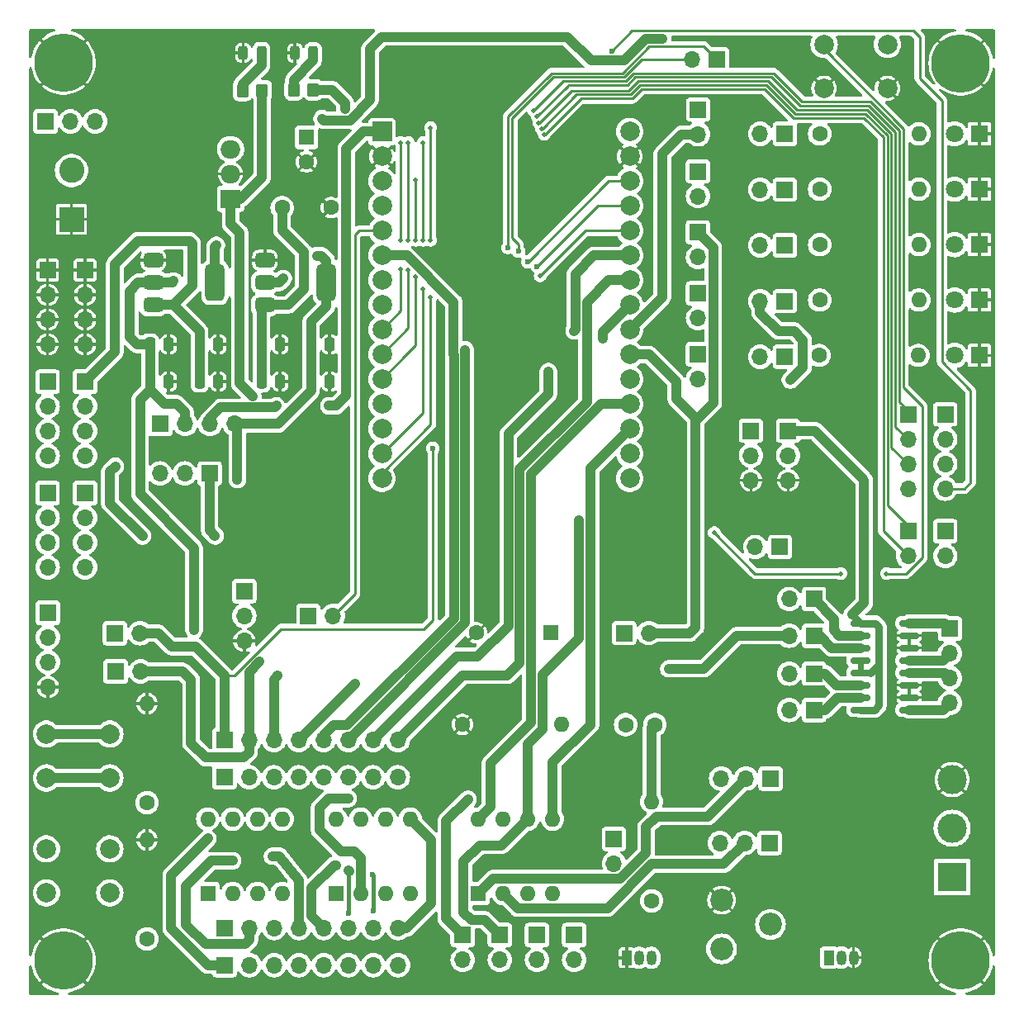
<source format=gtl>
G04 #@! TF.GenerationSoftware,KiCad,Pcbnew,8.0.7*
G04 #@! TF.CreationDate,2025-01-05T11:31:49-06:00*
G04 #@! TF.ProjectId,base_esp32,62617365-5f65-4737-9033-322e6b696361,v0.1*
G04 #@! TF.SameCoordinates,Original*
G04 #@! TF.FileFunction,Copper,L1,Top*
G04 #@! TF.FilePolarity,Positive*
%FSLAX46Y46*%
G04 Gerber Fmt 4.6, Leading zero omitted, Abs format (unit mm)*
G04 Created by KiCad (PCBNEW 8.0.7) date 2025-01-05 11:31:49*
%MOMM*%
%LPD*%
G01*
G04 APERTURE LIST*
G04 Aperture macros list*
%AMRoundRect*
0 Rectangle with rounded corners*
0 $1 Rounding radius*
0 $2 $3 $4 $5 $6 $7 $8 $9 X,Y pos of 4 corners*
0 Add a 4 corners polygon primitive as box body*
4,1,4,$2,$3,$4,$5,$6,$7,$8,$9,$2,$3,0*
0 Add four circle primitives for the rounded corners*
1,1,$1+$1,$2,$3*
1,1,$1+$1,$4,$5*
1,1,$1+$1,$6,$7*
1,1,$1+$1,$8,$9*
0 Add four rect primitives between the rounded corners*
20,1,$1+$1,$2,$3,$4,$5,0*
20,1,$1+$1,$4,$5,$6,$7,0*
20,1,$1+$1,$6,$7,$8,$9,0*
20,1,$1+$1,$8,$9,$2,$3,0*%
G04 Aperture macros list end*
G04 #@! TA.AperFunction,ComponentPad*
%ADD10R,1.700000X1.700000*%
G04 #@! TD*
G04 #@! TA.AperFunction,ComponentPad*
%ADD11O,1.700000X1.700000*%
G04 #@! TD*
G04 #@! TA.AperFunction,SMDPad,CuDef*
%ADD12RoundRect,0.250000X-0.250000X-0.475000X0.250000X-0.475000X0.250000X0.475000X-0.250000X0.475000X0*%
G04 #@! TD*
G04 #@! TA.AperFunction,ComponentPad*
%ADD13R,1.800000X1.800000*%
G04 #@! TD*
G04 #@! TA.AperFunction,ComponentPad*
%ADD14C,1.800000*%
G04 #@! TD*
G04 #@! TA.AperFunction,ComponentPad*
%ADD15C,1.600000*%
G04 #@! TD*
G04 #@! TA.AperFunction,ComponentPad*
%ADD16R,1.600000X1.600000*%
G04 #@! TD*
G04 #@! TA.AperFunction,ComponentPad*
%ADD17O,1.600000X1.600000*%
G04 #@! TD*
G04 #@! TA.AperFunction,ComponentPad*
%ADD18C,2.000000*%
G04 #@! TD*
G04 #@! TA.AperFunction,SMDPad,CuDef*
%ADD19RoundRect,0.250000X0.350000X0.450000X-0.350000X0.450000X-0.350000X-0.450000X0.350000X-0.450000X0*%
G04 #@! TD*
G04 #@! TA.AperFunction,ComponentPad*
%ADD20R,1.050000X1.500000*%
G04 #@! TD*
G04 #@! TA.AperFunction,ComponentPad*
%ADD21O,1.050000X1.500000*%
G04 #@! TD*
G04 #@! TA.AperFunction,ComponentPad*
%ADD22C,3.400000*%
G04 #@! TD*
G04 #@! TA.AperFunction,ConnectorPad*
%ADD23C,6.000000*%
G04 #@! TD*
G04 #@! TA.AperFunction,ComponentPad*
%ADD24R,2.600000X2.600000*%
G04 #@! TD*
G04 #@! TA.AperFunction,ComponentPad*
%ADD25C,2.600000*%
G04 #@! TD*
G04 #@! TA.AperFunction,SMDPad,CuDef*
%ADD26RoundRect,0.150000X-0.850000X-0.150000X0.850000X-0.150000X0.850000X0.150000X-0.850000X0.150000X0*%
G04 #@! TD*
G04 #@! TA.AperFunction,ComponentPad*
%ADD27C,2.340000*%
G04 #@! TD*
G04 #@! TA.AperFunction,ComponentPad*
%ADD28R,3.000000X3.000000*%
G04 #@! TD*
G04 #@! TA.AperFunction,ComponentPad*
%ADD29C,3.000000*%
G04 #@! TD*
G04 #@! TA.AperFunction,SMDPad,CuDef*
%ADD30RoundRect,0.243750X-0.243750X-0.456250X0.243750X-0.456250X0.243750X0.456250X-0.243750X0.456250X0*%
G04 #@! TD*
G04 #@! TA.AperFunction,ComponentPad*
%ADD31R,2.000000X1.905000*%
G04 #@! TD*
G04 #@! TA.AperFunction,ComponentPad*
%ADD32O,2.000000X1.905000*%
G04 #@! TD*
G04 #@! TA.AperFunction,SMDPad,CuDef*
%ADD33RoundRect,0.375000X-0.625000X-0.375000X0.625000X-0.375000X0.625000X0.375000X-0.625000X0.375000X0*%
G04 #@! TD*
G04 #@! TA.AperFunction,SMDPad,CuDef*
%ADD34RoundRect,0.500000X-0.500000X-1.400000X0.500000X-1.400000X0.500000X1.400000X-0.500000X1.400000X0*%
G04 #@! TD*
G04 #@! TA.AperFunction,ComponentPad*
%ADD35R,2.000000X2.000000*%
G04 #@! TD*
G04 #@! TA.AperFunction,ViaPad*
%ADD36C,0.600000*%
G04 #@! TD*
G04 #@! TA.AperFunction,ViaPad*
%ADD37C,0.500000*%
G04 #@! TD*
G04 #@! TA.AperFunction,Conductor*
%ADD38C,1.000000*%
G04 #@! TD*
G04 #@! TA.AperFunction,Conductor*
%ADD39C,0.800000*%
G04 #@! TD*
G04 #@! TA.AperFunction,Conductor*
%ADD40C,0.600000*%
G04 #@! TD*
G04 #@! TA.AperFunction,Conductor*
%ADD41C,0.200000*%
G04 #@! TD*
G04 #@! TA.AperFunction,Conductor*
%ADD42C,0.203200*%
G04 #@! TD*
G04 #@! TA.AperFunction,Conductor*
%ADD43C,0.254000*%
G04 #@! TD*
G04 #@! TA.AperFunction,Conductor*
%ADD44C,0.457200*%
G04 #@! TD*
G04 APERTURE END LIST*
D10*
X105171000Y-60960000D03*
D11*
X107711000Y-60960000D03*
X110251000Y-60960000D03*
D12*
X120970000Y-87630000D03*
X122870000Y-87630000D03*
X132400000Y-83820000D03*
X134300000Y-83820000D03*
D10*
X180975000Y-73660000D03*
D11*
X178435000Y-73660000D03*
D10*
X197891400Y-112955000D03*
D11*
X197891400Y-115495000D03*
X197891400Y-118035000D03*
X197891400Y-120575000D03*
D13*
X200914000Y-73587000D03*
D14*
X198374000Y-73587000D03*
D13*
X200914000Y-67908500D03*
D14*
X198374000Y-67908500D03*
D10*
X183951800Y-121310400D03*
D11*
X181411800Y-121310400D03*
D10*
X105410000Y-111328200D03*
D11*
X105410000Y-113868200D03*
X105410000Y-116408200D03*
X105410000Y-118948200D03*
D15*
X129427600Y-69799200D03*
X134427600Y-69799200D03*
D16*
X121798000Y-140106800D03*
D17*
X124338000Y-140106800D03*
X126878000Y-140106800D03*
X129418000Y-140106800D03*
X129418000Y-132486800D03*
X126878000Y-132486800D03*
X124338000Y-132486800D03*
X121798000Y-132486800D03*
D10*
X193598800Y-90992800D03*
D11*
X193598800Y-93532800D03*
X193598800Y-96072800D03*
X193598800Y-98612800D03*
D18*
X105260000Y-135545000D03*
X111760000Y-135545000D03*
X105260000Y-140045000D03*
X111760000Y-140045000D03*
D19*
X132622800Y-57708800D03*
X130622800Y-57708800D03*
D10*
X183951800Y-113690400D03*
D11*
X181411800Y-113690400D03*
D15*
X184540000Y-79265500D03*
D17*
X194700000Y-79265500D03*
D10*
X173990000Y-54610000D03*
D11*
X171450000Y-54610000D03*
D10*
X172059600Y-84836000D03*
D11*
X172059600Y-87376000D03*
D20*
X164744400Y-146710400D03*
D21*
X166014400Y-146710400D03*
X167284400Y-146710400D03*
D10*
X123535200Y-147472800D03*
D11*
X126075200Y-147472800D03*
X128615200Y-147472800D03*
X131155200Y-147472800D03*
X133695200Y-147472800D03*
X136235200Y-147472800D03*
X138775200Y-147472800D03*
X141315200Y-147472800D03*
D10*
X151739600Y-144368600D03*
D11*
X151739600Y-146908600D03*
D10*
X172059600Y-66085800D03*
D11*
X172059600Y-68625800D03*
D22*
X199000000Y-147000000D03*
D23*
X199000000Y-147000000D03*
D24*
X107831000Y-70993000D03*
D25*
X107831000Y-65993000D03*
D10*
X172059600Y-78587600D03*
D11*
X172059600Y-81127600D03*
D18*
X105260000Y-123770000D03*
X111760000Y-123770000D03*
X105260000Y-128270000D03*
X111760000Y-128270000D03*
D10*
X180975000Y-85090000D03*
D11*
X178435000Y-85090000D03*
D10*
X172085000Y-59740800D03*
D11*
X172085000Y-62280800D03*
D26*
X188711200Y-112395000D03*
X188711200Y-113665000D03*
X188711200Y-114935000D03*
X188711200Y-116205000D03*
X188711200Y-117475000D03*
X188711200Y-118745000D03*
X188711200Y-120015000D03*
X188711200Y-121285000D03*
X193711200Y-121285000D03*
X193711200Y-120015000D03*
X193711200Y-118745000D03*
X193711200Y-117475000D03*
X193711200Y-116205000D03*
X193711200Y-114935000D03*
X193711200Y-113665000D03*
X193711200Y-112395000D03*
D15*
X147904200Y-122783600D03*
D17*
X158064200Y-122783600D03*
D10*
X123509800Y-124384200D03*
D11*
X126049800Y-124384200D03*
X128589800Y-124384200D03*
X131129800Y-124384200D03*
X133669800Y-124384200D03*
X136209800Y-124384200D03*
X138749800Y-124384200D03*
X141289800Y-124384200D03*
D15*
X184540000Y-62230000D03*
D17*
X194700000Y-62230000D03*
D18*
X184989324Y-53071200D03*
X191489324Y-53071200D03*
X184989324Y-57571200D03*
X191489324Y-57571200D03*
D16*
X134939800Y-140106800D03*
D17*
X137479800Y-140106800D03*
X140019800Y-140106800D03*
X142559800Y-140106800D03*
X142559800Y-132486800D03*
X140019800Y-132486800D03*
X137479800Y-132486800D03*
X134939800Y-132486800D03*
D10*
X181299800Y-92674200D03*
D11*
X181299800Y-95214200D03*
X181299800Y-97754200D03*
D10*
X121991600Y-97053400D03*
D11*
X119451600Y-97053400D03*
X116911600Y-97053400D03*
D10*
X109220000Y-99060000D03*
D11*
X109220000Y-101600000D03*
X109220000Y-104140000D03*
X109220000Y-106680000D03*
D10*
X180975000Y-67945000D03*
D11*
X178435000Y-67945000D03*
D10*
X132105400Y-111633000D03*
D11*
X134645400Y-111633000D03*
D19*
X127365000Y-57785000D03*
X125365000Y-57785000D03*
D15*
X184480000Y-84944000D03*
D17*
X194640000Y-84944000D03*
D20*
X185470800Y-146685000D03*
D21*
X186740800Y-146685000D03*
X188010800Y-146685000D03*
D10*
X193598800Y-102971600D03*
D11*
X193598800Y-105511600D03*
D13*
X200914000Y-62230000D03*
D14*
X198374000Y-62230000D03*
D27*
X174487200Y-145796000D03*
X179487200Y-143296000D03*
X174487200Y-140796000D03*
D10*
X180975000Y-62230000D03*
D11*
X178435000Y-62230000D03*
D10*
X164485400Y-113411000D03*
D11*
X167025400Y-113411000D03*
D15*
X115570000Y-144780000D03*
D17*
X115570000Y-134620000D03*
D15*
X167640000Y-122809000D03*
X164640000Y-122809000D03*
D28*
X198120000Y-138430000D03*
D29*
X198120000Y-133430000D03*
X198120000Y-128430000D03*
D12*
X127320000Y-83820000D03*
X129220000Y-83820000D03*
D10*
X183951800Y-109931200D03*
D11*
X181411800Y-109931200D03*
D13*
X200914000Y-84944000D03*
D14*
X198374000Y-84944000D03*
D10*
X125552200Y-109118400D03*
D11*
X125552200Y-111658400D03*
X125552200Y-114198400D03*
D10*
X112359600Y-117348000D03*
D11*
X114899600Y-117348000D03*
D10*
X180467000Y-104597200D03*
D11*
X177927000Y-104597200D03*
D10*
X177489800Y-92674200D03*
D11*
X177489800Y-95214200D03*
X177489800Y-97754200D03*
D10*
X179512200Y-128332000D03*
D11*
X176972200Y-128332000D03*
X174432200Y-128332000D03*
D12*
X127320000Y-87630000D03*
X129220000Y-87630000D03*
D10*
X179400200Y-134936000D03*
D11*
X176860200Y-134936000D03*
X174320200Y-134936000D03*
D10*
X123509800Y-128194200D03*
D11*
X126049800Y-128194200D03*
X128589800Y-128194200D03*
X131129800Y-128194200D03*
X133669800Y-128194200D03*
X136209800Y-128194200D03*
X138749800Y-128194200D03*
X141289800Y-128194200D03*
D10*
X105385000Y-87640000D03*
D11*
X105385000Y-90180000D03*
X105385000Y-92720000D03*
X105385000Y-95260000D03*
D15*
X184540000Y-73587000D03*
D17*
X194700000Y-73587000D03*
D10*
X163449000Y-134513400D03*
D11*
X163449000Y-137053400D03*
D10*
X147929600Y-144368600D03*
D11*
X147929600Y-146908600D03*
D15*
X184540000Y-67908500D03*
D17*
X194700000Y-67908500D03*
D15*
X167309800Y-140868400D03*
D17*
X167309800Y-130708400D03*
D30*
X130736100Y-53949600D03*
X132611100Y-53949600D03*
D22*
X199000000Y-55000000D03*
D23*
X199000000Y-55000000D03*
D10*
X105385000Y-76200000D03*
D11*
X105385000Y-78740000D03*
X105385000Y-81280000D03*
X105385000Y-83820000D03*
D12*
X132400000Y-87630000D03*
X134300000Y-87630000D03*
D10*
X197408800Y-90992800D03*
D11*
X197408800Y-93532800D03*
X197408800Y-96072800D03*
X197408800Y-98612800D03*
D10*
X105385000Y-99060000D03*
D11*
X105385000Y-101600000D03*
X105385000Y-104140000D03*
X105385000Y-106680000D03*
D10*
X123535200Y-143662800D03*
D11*
X126075200Y-143662800D03*
X128615200Y-143662800D03*
X131155200Y-143662800D03*
X133695200Y-143662800D03*
X136235200Y-143662800D03*
X138775200Y-143662800D03*
X141315200Y-143662800D03*
D22*
X107000000Y-54925000D03*
D23*
X107000000Y-54925000D03*
D31*
X124135000Y-68884800D03*
D32*
X124135000Y-66344800D03*
X124135000Y-63804800D03*
D33*
X127660000Y-75170000D03*
X127660000Y-77470000D03*
D34*
X133960000Y-77470000D03*
D33*
X127660000Y-79770000D03*
D12*
X120970000Y-83820000D03*
X122870000Y-83820000D03*
D35*
X139662000Y-62000400D03*
D18*
X139662000Y-64540400D03*
X139662000Y-67080400D03*
X139662000Y-69620400D03*
X139662000Y-72160400D03*
X139662000Y-74700400D03*
X139662000Y-77240400D03*
X139662000Y-79780400D03*
X139662000Y-82320400D03*
X139662000Y-84860400D03*
X139662000Y-87400400D03*
X139662000Y-89940400D03*
X139662000Y-92480400D03*
X139662000Y-95020400D03*
X139662000Y-97560400D03*
X165062000Y-97560400D03*
X165062000Y-95020400D03*
X165062000Y-92480400D03*
X165062000Y-89940400D03*
X165062000Y-87400400D03*
X165062000Y-84860400D03*
X165062000Y-82320400D03*
X165062000Y-79780400D03*
X165062000Y-77240400D03*
X165062000Y-74700400D03*
X165062000Y-72160400D03*
X165062000Y-69620400D03*
X165062000Y-67080400D03*
X165062000Y-64540400D03*
X165062000Y-62000400D03*
D10*
X112288400Y-113436400D03*
D11*
X114828400Y-113436400D03*
D15*
X115570000Y-130810000D03*
D17*
X115570000Y-120650000D03*
D10*
X172059600Y-72339200D03*
D11*
X172059600Y-74879200D03*
D10*
X109220000Y-87630000D03*
D11*
X109220000Y-90170000D03*
X109220000Y-92710000D03*
X109220000Y-95250000D03*
D10*
X155549600Y-144368600D03*
D11*
X155549600Y-146908600D03*
D30*
X125427500Y-53912500D03*
X127302500Y-53912500D03*
D10*
X159359600Y-144368600D03*
D11*
X159359600Y-146908600D03*
D10*
X116941600Y-91973400D03*
D11*
X119481600Y-91973400D03*
X122021600Y-91973400D03*
X124561600Y-91973400D03*
D22*
X107000000Y-147000000D03*
D23*
X107000000Y-147000000D03*
D12*
X115890000Y-83820000D03*
X117790000Y-83820000D03*
D10*
X180975000Y-79375000D03*
D11*
X178435000Y-79375000D03*
D10*
X197408800Y-102971600D03*
D11*
X197408800Y-105511600D03*
D13*
X200914000Y-79265500D03*
D14*
X198374000Y-79265500D03*
D12*
X115890000Y-87630000D03*
X117790000Y-87630000D03*
D10*
X183951800Y-117576600D03*
D11*
X181411800Y-117576600D03*
D10*
X109220000Y-76200000D03*
D11*
X109220000Y-78740000D03*
X109220000Y-81280000D03*
X109220000Y-83820000D03*
D16*
X131927600Y-62599688D03*
D15*
X131927600Y-65099688D03*
D33*
X116230000Y-75170000D03*
X116230000Y-77470000D03*
D34*
X122530000Y-77470000D03*
D33*
X116230000Y-79770000D03*
D16*
X149529800Y-140106400D03*
D17*
X152069800Y-140106400D03*
X154609800Y-140106400D03*
X157149800Y-140106400D03*
X157149800Y-132486400D03*
X154609800Y-132486400D03*
X152069800Y-132486400D03*
X149529800Y-132486400D03*
D16*
X156936600Y-113385600D03*
D15*
X149336600Y-113385600D03*
D36*
X140970000Y-107315000D03*
X118618000Y-74930000D03*
X114350800Y-147066000D03*
X108610400Y-118313200D03*
X117805200Y-120040400D03*
X114808000Y-70104000D03*
X111810800Y-121767600D03*
X130556000Y-81915000D03*
X118922800Y-85801200D03*
X105359200Y-121462800D03*
X132842000Y-92329000D03*
X117094000Y-62230000D03*
X122682000Y-73660000D03*
X118313200Y-77317600D03*
X120396000Y-113131600D03*
D37*
X124841000Y-97663000D03*
D36*
X129540000Y-77063600D03*
X132994400Y-74726800D03*
X115112800Y-103479600D03*
X117373400Y-73202800D03*
D37*
X189103000Y-97790000D03*
D36*
X112318800Y-96316800D03*
D37*
X168402000Y-52450600D03*
X133527800Y-60680600D03*
D36*
X126415800Y-89128600D03*
X122555000Y-103454200D03*
D37*
X135890000Y-59690000D03*
D36*
X128828800Y-90119200D03*
X134213600Y-90119200D03*
X169062400Y-117074800D03*
D37*
X181533800Y-87477600D03*
X159876000Y-101854000D03*
D36*
X148488400Y-130454400D03*
X136245600Y-142189200D03*
X136245600Y-137769600D03*
X134924800Y-137210800D03*
X128422400Y-136296400D03*
X124358400Y-136753600D03*
X138785600Y-141884400D03*
X138684000Y-138176000D03*
X121798000Y-134488000D03*
D37*
X156000617Y-61696524D03*
X143891000Y-63119000D03*
X143891000Y-78105000D03*
X143891000Y-73152000D03*
X143129000Y-76902735D03*
X143129000Y-73152000D03*
X143129000Y-66929000D03*
X156302854Y-62283257D03*
X155735074Y-61092297D03*
X144653000Y-73152000D03*
X144653000Y-61595000D03*
X144653000Y-78994000D03*
D36*
X163220400Y-53721000D03*
D37*
X142367000Y-73152000D03*
X142367000Y-63119000D03*
X142367000Y-76200000D03*
X155575000Y-60452000D03*
X141605000Y-73152000D03*
X141605000Y-76073000D03*
X141605000Y-63119000D03*
X155194000Y-59846000D03*
D36*
X152603200Y-73888600D03*
X153670000Y-74269600D03*
D37*
X191389000Y-107315000D03*
X186690000Y-107315000D03*
X173736000Y-103124000D03*
D36*
X144856200Y-94488000D03*
X154635200Y-75336400D03*
D37*
X162306000Y-83185000D03*
X156718000Y-86614000D03*
D36*
X127127000Y-116357400D03*
X155575000Y-75819000D03*
X148183600Y-84378800D03*
X136209800Y-130388600D03*
D37*
X155879800Y-76784200D03*
X128981200Y-117779800D03*
X159385000Y-82423000D03*
X136896000Y-118618000D03*
D38*
X119481600Y-90771319D02*
X118626281Y-89916000D01*
X116230000Y-77470000D02*
X118160800Y-77470000D01*
X120396000Y-104698800D02*
X114858800Y-99161600D01*
X113792000Y-78359000D02*
X113792000Y-83058000D01*
X118626281Y-89916000D02*
X117348000Y-89916000D01*
X167309800Y-130708400D02*
X167309800Y-123139200D01*
X122682000Y-73660000D02*
X122530000Y-73812000D01*
X119481600Y-91973400D02*
X119481600Y-90771319D01*
X120396000Y-113131600D02*
X120396000Y-104698800D01*
X114858800Y-99161600D02*
X114858800Y-89489200D01*
X167309800Y-123139200D02*
X167640000Y-122809000D01*
X115890000Y-87630000D02*
X115890000Y-83820000D01*
X114681000Y-77470000D02*
X113792000Y-78359000D01*
X118160800Y-77470000D02*
X118313200Y-77317600D01*
X122530000Y-73812000D02*
X122530000Y-77470000D01*
X114554000Y-83820000D02*
X115890000Y-83820000D01*
X114858800Y-89489200D02*
X115890000Y-88458000D01*
X105260000Y-123770000D02*
X111760000Y-123770000D01*
X115890000Y-88458000D02*
X115890000Y-87630000D01*
X113792000Y-83058000D02*
X114554000Y-83820000D01*
X116230000Y-77470000D02*
X114681000Y-77470000D01*
X117348000Y-89916000D02*
X115890000Y-88458000D01*
X132400000Y-87630000D02*
X132400000Y-83820000D01*
X124841000Y-97663000D02*
X124841000Y-92252800D01*
X132400000Y-81468000D02*
X132400000Y-83820000D01*
X132400000Y-88580000D02*
X132400000Y-87630000D01*
X132994400Y-74726800D02*
X133451600Y-74726800D01*
X133960000Y-77470000D02*
X133960000Y-79908000D01*
X127660000Y-77470000D02*
X129133600Y-77470000D01*
X129133600Y-77470000D02*
X129540000Y-77063600D01*
X133451600Y-74726800D02*
X133960000Y-75235200D01*
X133960000Y-79908000D02*
X132400000Y-81468000D01*
X124561600Y-91973400D02*
X129006600Y-91973400D01*
X133960000Y-75235200D02*
X133960000Y-77470000D01*
X124841000Y-92252800D02*
X124561600Y-91973400D01*
X129006600Y-91973400D02*
X132400000Y-88580000D01*
X161081600Y-54681000D02*
X164521000Y-54681000D01*
D39*
X190220600Y-112395000D02*
X190601600Y-112776000D01*
D38*
X164521000Y-54681000D02*
X166751400Y-52450600D01*
D39*
X188711200Y-112395000D02*
X190220600Y-112395000D01*
D38*
X109220000Y-87630000D02*
X112268000Y-84582000D01*
X139623800Y-52298600D02*
X158699200Y-52298600D01*
X120192800Y-73456800D02*
X120192800Y-77828200D01*
X111760000Y-96875600D02*
X111760000Y-100126800D01*
D39*
X190169800Y-121285000D02*
X190601600Y-120853200D01*
D40*
X189763400Y-117475000D02*
X188711200Y-117475000D01*
D38*
X184063400Y-92674200D02*
X181299800Y-92674200D01*
X166751400Y-52450600D02*
X168402000Y-52450600D01*
X129427600Y-72150600D02*
X131622800Y-74345800D01*
D39*
X190601600Y-120853200D02*
X190601600Y-116636800D01*
D38*
X138430000Y-58790488D02*
X138430000Y-53492400D01*
X133527800Y-60680600D02*
X133697200Y-60850000D01*
X120970000Y-82489000D02*
X120970000Y-83820000D01*
X158699200Y-52298600D02*
X161081600Y-54681000D01*
X189103000Y-97790000D02*
X189103000Y-110297600D01*
X120192800Y-77828200D02*
X118251000Y-79770000D01*
X111760000Y-100126800D02*
X115112800Y-103479600D01*
D39*
X188711200Y-112395000D02*
X187858400Y-111542200D01*
D38*
X131622800Y-78181200D02*
X130034000Y-79770000D01*
X118251000Y-79770000D02*
X120970000Y-82489000D01*
X119938800Y-73202800D02*
X120192800Y-73456800D01*
D39*
X190601600Y-116636800D02*
X189763400Y-117475000D01*
D38*
X131622800Y-74345800D02*
X131622800Y-78181200D01*
X127320000Y-87630000D02*
X127320000Y-83820000D01*
X138430000Y-53492400D02*
X139623800Y-52298600D01*
X112318800Y-96316800D02*
X111760000Y-96875600D01*
X127320000Y-80110000D02*
X127660000Y-79770000D01*
X129427600Y-69799200D02*
X129427600Y-72150600D01*
X116230000Y-79770000D02*
X118251000Y-79770000D01*
X112268000Y-75590400D02*
X114655600Y-73202800D01*
X130034000Y-79770000D02*
X127660000Y-79770000D01*
D40*
X188711200Y-116205000D02*
X188711200Y-117475000D01*
D38*
X112268000Y-84582000D02*
X112268000Y-75590400D01*
D39*
X188711200Y-121285000D02*
X190169800Y-121285000D01*
D38*
X127320000Y-83820000D02*
X127320000Y-80110000D01*
X114655600Y-73202800D02*
X119938800Y-73202800D01*
X136370488Y-60850000D02*
X138430000Y-58790488D01*
X120970000Y-87630000D02*
X120970000Y-83820000D01*
X188976000Y-97586800D02*
X184063400Y-92674200D01*
X133697200Y-60850000D02*
X136370488Y-60850000D01*
D39*
X190601600Y-112776000D02*
X190601600Y-116636800D01*
D38*
X189103000Y-110297600D02*
X187858400Y-111542200D01*
X127302500Y-53912500D02*
X127302500Y-55196500D01*
X125365000Y-57134000D02*
X125365000Y-57785000D01*
X127302500Y-55196500D02*
X125365000Y-57134000D01*
X132611100Y-54713900D02*
X130622800Y-56702200D01*
X130622800Y-56702200D02*
X130622800Y-57708800D01*
X132611100Y-53949600D02*
X132611100Y-54713900D01*
X126415800Y-89128600D02*
X125069600Y-87782400D01*
X125069600Y-87782400D02*
X125069600Y-72390000D01*
X121991600Y-102890800D02*
X121991600Y-97053400D01*
X125171200Y-68884800D02*
X124135000Y-68884800D01*
X122555000Y-103454200D02*
X121991600Y-102890800D01*
X124135000Y-71455400D02*
X124135000Y-68884800D01*
X127365000Y-66691000D02*
X125171200Y-68884800D01*
X125069600Y-72390000D02*
X124135000Y-71455400D01*
X127365000Y-57785000D02*
X127365000Y-66691000D01*
X124135000Y-68884800D02*
X124190000Y-68939800D01*
X132622800Y-57708800D02*
X134543800Y-57708800D01*
X135890000Y-59690000D02*
X135890000Y-59055000D01*
X134543800Y-57708800D02*
X135890000Y-59055000D01*
X122021600Y-91389200D02*
X122021600Y-91973400D01*
X125935312Y-90288600D02*
X125918312Y-90271600D01*
X125918312Y-90271600D02*
X123139200Y-90271600D01*
X135991600Y-89052400D02*
X134924800Y-90119200D01*
X135991600Y-63754000D02*
X135991600Y-89052400D01*
X126913288Y-90271600D02*
X126896288Y-90288600D01*
X137745200Y-62000400D02*
X135991600Y-63754000D01*
X128828800Y-90119200D02*
X128676400Y-90271600D01*
X139662000Y-62000400D02*
X137745200Y-62000400D01*
X128676400Y-90271600D02*
X126913288Y-90271600D01*
X134924800Y-90119200D02*
X134213600Y-90119200D01*
X126896288Y-90288600D02*
X125935312Y-90288600D01*
X123139200Y-90271600D02*
X122021600Y-91389200D01*
X170383200Y-62280800D02*
X172085000Y-62280800D01*
X168402000Y-78980400D02*
X168402000Y-64262000D01*
X165062000Y-82320400D02*
X168402000Y-78980400D01*
X168402000Y-64262000D02*
X170383200Y-62280800D01*
D41*
X157378400Y-113563400D02*
X157556200Y-113385600D01*
X157200600Y-113385600D02*
X157378400Y-113563400D01*
X156936600Y-113385600D02*
X157200600Y-113385600D01*
D38*
X183951800Y-113690400D02*
X184556400Y-113690400D01*
X184556400Y-113690400D02*
X185801000Y-114935000D01*
X185801000Y-114935000D02*
X188711200Y-114935000D01*
X171805600Y-112826800D02*
X171221400Y-113411000D01*
X173635000Y-73914600D02*
X173635000Y-89813800D01*
X169849800Y-87655400D02*
X169849800Y-89433400D01*
X167054800Y-84860400D02*
X169849800Y-87655400D01*
X171221400Y-113411000D02*
X167025400Y-113411000D01*
X172059600Y-72339200D02*
X173635000Y-73914600D01*
X173635000Y-89813800D02*
X171932600Y-91516200D01*
X171932600Y-91516200D02*
X171805600Y-91643200D01*
X165062000Y-84860400D02*
X167054800Y-84860400D01*
X171805600Y-91643200D02*
X171805600Y-112826800D01*
X169849800Y-89433400D02*
X171932600Y-91516200D01*
D42*
X139662000Y-67080400D02*
X139851400Y-67080400D01*
D38*
X172637600Y-117074800D02*
X176022000Y-113690400D01*
X176022000Y-113690400D02*
X181411800Y-113690400D01*
X169062400Y-117074800D02*
X172637600Y-117074800D01*
D42*
X139851400Y-67080400D02*
X139954000Y-67183000D01*
D38*
X182829200Y-83362800D02*
X181914800Y-82448400D01*
X181914800Y-82448400D02*
X180306319Y-82448400D01*
X178435000Y-80577081D02*
X178435000Y-79375000D01*
X182829200Y-86182200D02*
X182829200Y-83362800D01*
X181533800Y-87477600D02*
X182829200Y-86182200D01*
X180306319Y-82448400D02*
X178435000Y-80577081D01*
D43*
X137338800Y-72160400D02*
X136906000Y-72593200D01*
X136906000Y-72593200D02*
X136906000Y-109372400D01*
X139662000Y-72160400D02*
X137338800Y-72160400D01*
X136906000Y-109372400D02*
X134645400Y-111633000D01*
D38*
X186029600Y-112009000D02*
X186029600Y-113131600D01*
X186563000Y-113665000D02*
X188711200Y-113665000D01*
X186029600Y-113131600D02*
X186563000Y-113665000D01*
X183951800Y-109931200D02*
X186029600Y-112009000D01*
X150796600Y-126723800D02*
X154940000Y-122580400D01*
X154940000Y-97104200D02*
X162103800Y-89940400D01*
X150796600Y-131219600D02*
X150796600Y-126723800D01*
X162103800Y-89940400D02*
X165062000Y-89940400D01*
X149529800Y-132486400D02*
X150796600Y-131219600D01*
X154940000Y-122580400D02*
X154940000Y-97104200D01*
X149707600Y-135178800D02*
X151917400Y-135178800D01*
X150189600Y-142818600D02*
X148813000Y-142818600D01*
X148029800Y-142035400D02*
X148029800Y-136856600D01*
X148029800Y-136856600D02*
X149707600Y-135178800D01*
X151917400Y-135178800D02*
X154609800Y-132486400D01*
X156100000Y-123300000D02*
X154609800Y-124790200D01*
X159876000Y-101854000D02*
X159876000Y-113936000D01*
X159876000Y-113936000D02*
X156100000Y-117712000D01*
X156100000Y-117712000D02*
X156100000Y-123300000D01*
X154609800Y-124790200D02*
X154609800Y-132486400D01*
X148813000Y-142818600D02*
X148029800Y-142035400D01*
X151739600Y-144368600D02*
X150189600Y-142818600D01*
X165062000Y-92480400D02*
X161036000Y-96506400D01*
X146253200Y-142692200D02*
X147929600Y-144368600D01*
X157149800Y-126695200D02*
X157149800Y-132486400D01*
X161036000Y-96506400D02*
X161036000Y-122809000D01*
X146253200Y-132689600D02*
X146253200Y-142692200D01*
X161036000Y-122809000D02*
X157149800Y-126695200D01*
X148488400Y-130454400D02*
X146253200Y-132689600D01*
D44*
X136279800Y-137803800D02*
X136245600Y-137838000D01*
X136245600Y-137838000D02*
X136245600Y-142189200D01*
D38*
X136245600Y-137769600D02*
X136279800Y-137803800D01*
X144678400Y-141173200D02*
X142188800Y-143662800D01*
X142188800Y-143662800D02*
X141315200Y-143662800D01*
X144678400Y-134605400D02*
X144678400Y-141173200D01*
X142559800Y-132486800D02*
X144678400Y-134605400D01*
X134772400Y-137210800D02*
X132435600Y-139547600D01*
X132435600Y-139547600D02*
X132435600Y-142403200D01*
X132435600Y-142403200D02*
X133695200Y-143662800D01*
X134924800Y-137210800D02*
X134772400Y-137210800D01*
X131155200Y-139253200D02*
X131155200Y-143662800D01*
X131114800Y-138785600D02*
X131155200Y-139253200D01*
X128422400Y-136296400D02*
X129133600Y-136296400D01*
X129133600Y-136296400D02*
X131114800Y-138785600D01*
X121564400Y-145288000D02*
X125652081Y-145288000D01*
X122151200Y-136753600D02*
X119583200Y-139321600D01*
X124358400Y-136753600D02*
X122151200Y-136753600D01*
X126075200Y-144864881D02*
X126075200Y-143662800D01*
X119583200Y-139321600D02*
X119583200Y-143306800D01*
X119583200Y-143306800D02*
X121564400Y-145288000D01*
X125652081Y-145288000D02*
X126075200Y-144864881D01*
D44*
X138785600Y-138277600D02*
X138785600Y-141884400D01*
X138684000Y-138176000D02*
X138785600Y-138277600D01*
D38*
X121798000Y-134488000D02*
X118059200Y-138226800D01*
X118059200Y-138226800D02*
X118059200Y-143713200D01*
X118059200Y-143713200D02*
X121818800Y-147472800D01*
X121818800Y-147472800D02*
X123535200Y-147472800D01*
D43*
X156108476Y-61696524D02*
X159606001Y-58198999D01*
X193598800Y-102412800D02*
X193598800Y-102971600D01*
X156000617Y-61696524D02*
X156108476Y-61696524D01*
X164211000Y-58198999D02*
X165144484Y-58199000D01*
X143858000Y-90824400D02*
X143891000Y-90791400D01*
X143891000Y-90791400D02*
X143891000Y-78105000D01*
X165144485Y-58198999D02*
X165166001Y-58198999D01*
X179091516Y-57249000D02*
X182012516Y-60170000D01*
X191483001Y-62429453D02*
X191483001Y-100297001D01*
X166116000Y-57249000D02*
X179091516Y-57249000D01*
X165166001Y-58198999D02*
X166116000Y-57249000D01*
X165144484Y-58199000D02*
X165144485Y-58198999D01*
X143891000Y-78105000D02*
X143858000Y-78138000D01*
X182012516Y-60170000D02*
X189223548Y-60170000D01*
X143891000Y-73152000D02*
X143891000Y-63119000D01*
X143858000Y-90824400D02*
X139662000Y-95020400D01*
X159606001Y-58198999D02*
X164211000Y-58198999D01*
X189223548Y-60170000D02*
X191483001Y-62429453D01*
X191483001Y-100297001D02*
X193598800Y-102412800D01*
X160081000Y-58613000D02*
X165337484Y-58613000D01*
X178920032Y-57663000D02*
X181841032Y-60584000D01*
X191069002Y-102981802D02*
X193598800Y-105511600D01*
X143129000Y-83933400D02*
X142106200Y-84956200D01*
X143129000Y-73152000D02*
X143129000Y-66929000D01*
X143129000Y-76902735D02*
X143129000Y-83933400D01*
X165337484Y-58613000D02*
X166287484Y-57663000D01*
X156410743Y-62283257D02*
X160081000Y-58613000D01*
X191069002Y-62600938D02*
X191069002Y-102981802D01*
X189052064Y-60584000D02*
X191069002Y-62600938D01*
X156302854Y-62283257D02*
X156410743Y-62283257D01*
X142106200Y-84956200D02*
X139662000Y-87400400D01*
X166287484Y-57663000D02*
X178920032Y-57663000D01*
X181841032Y-60584000D02*
X189052064Y-60584000D01*
X143129000Y-76902735D02*
X143189132Y-76962867D01*
X191897000Y-62257968D02*
X191897000Y-94371000D01*
X164973000Y-57785000D02*
X165923000Y-56835000D01*
X144653000Y-78994000D02*
X144653000Y-92066944D01*
X159131000Y-57785000D02*
X164973000Y-57785000D01*
X189395032Y-59756000D02*
X191897000Y-62257968D01*
X144653000Y-61595000D02*
X144653000Y-73152000D01*
X139662000Y-97057944D02*
X139662000Y-97560400D01*
X182184000Y-59756000D02*
X189395032Y-59756000D01*
X155735074Y-61092297D02*
X155823703Y-61092297D01*
X155823703Y-61092297D02*
X159131000Y-57785000D01*
X144653000Y-92066944D02*
X139662000Y-97057944D01*
X165923000Y-56835000D02*
X179263000Y-56835000D01*
X191897000Y-94371000D02*
X193598800Y-96072800D01*
X179263000Y-56835000D02*
X182184000Y-59756000D01*
X165277800Y-51663600D02*
X194106800Y-51663600D01*
X194106800Y-51663600D02*
X194792600Y-52349400D01*
X197078600Y-58801000D02*
X197078600Y-85598000D01*
X197078600Y-85598000D02*
X200025000Y-88544400D01*
X199354600Y-98612800D02*
X197408800Y-98612800D01*
X194792600Y-56515000D02*
X197078600Y-58801000D01*
X200025000Y-97942400D02*
X199354600Y-98612800D01*
X200025000Y-88544400D02*
X200025000Y-97942400D01*
X194792600Y-52349400D02*
X194792600Y-56515000D01*
X163220400Y-53721000D02*
X165277800Y-51663600D01*
X142367000Y-63119000D02*
X142367000Y-65151000D01*
X139662000Y-84860400D02*
X142367000Y-82155400D01*
X142367000Y-73152000D02*
X142367000Y-65151000D01*
X158750000Y-57277000D02*
X155575000Y-60452000D01*
X164822439Y-57248999D02*
X158750000Y-57248999D01*
X179611000Y-56421000D02*
X165650438Y-56421000D01*
X192311000Y-92245000D02*
X192311000Y-62086484D01*
X142367000Y-82155400D02*
X142367000Y-76200000D01*
X158750000Y-57248999D02*
X158750000Y-57277000D01*
X189566516Y-59342000D02*
X182532000Y-59342000D01*
X193598800Y-93532800D02*
X192311000Y-92245000D01*
X182532000Y-59342000D02*
X179611000Y-56421000D01*
X192311000Y-62086484D02*
X189566516Y-59342000D01*
X165650438Y-56421000D02*
X164822439Y-57248999D01*
X189738000Y-58928000D02*
X192725000Y-61915000D01*
X193598800Y-90601800D02*
X193598800Y-90992800D01*
X164650954Y-56835000D02*
X165478954Y-56007000D01*
X192725000Y-89728000D02*
X193598800Y-90601800D01*
X192725000Y-61915000D02*
X192725000Y-89728000D01*
X141605000Y-76073000D02*
X141605000Y-80377400D01*
X141605000Y-80377400D02*
X139662000Y-82320400D01*
X141605000Y-73152000D02*
X141605000Y-63119000D01*
X182753000Y-58928000D02*
X189738000Y-58928000D01*
X155194000Y-59846000D02*
X158205000Y-56835000D01*
X165478954Y-56007000D02*
X179832000Y-56007000D01*
X179832000Y-56007000D02*
X182753000Y-58928000D01*
X158205000Y-56835000D02*
X164650954Y-56835000D01*
X164307986Y-56007000D02*
X167077386Y-53237600D01*
X152603200Y-60425316D02*
X157021516Y-56007000D01*
X157021516Y-56007000D02*
X164307986Y-56007000D01*
X152603200Y-73888600D02*
X152603200Y-60425316D01*
X172617600Y-53237600D02*
X173990000Y-54610000D01*
X167077386Y-53237600D02*
X172617600Y-53237600D01*
X153670000Y-73583800D02*
X153670000Y-74269600D01*
X153017200Y-72931000D02*
X153670000Y-73583800D01*
X153017200Y-60596800D02*
X153017200Y-72931000D01*
X157193000Y-56421000D02*
X153017200Y-60596800D01*
X171450000Y-54610000D02*
X166290470Y-54610000D01*
X166290470Y-54610000D02*
X164479470Y-56421000D01*
X164479470Y-56421000D02*
X157193000Y-56421000D01*
D38*
X105260000Y-128270000D02*
X111760000Y-128270000D01*
X174687000Y-137109200D02*
X176860200Y-134936000D01*
X153569800Y-141606400D02*
X162785088Y-141606400D01*
X152069800Y-140106400D02*
X153569800Y-141606400D01*
X162785088Y-141606400D02*
X167282288Y-137109200D01*
X167282288Y-137109200D02*
X174687000Y-137109200D01*
X176972200Y-128332000D02*
X173095800Y-132208400D01*
X151032800Y-138603400D02*
X149529800Y-140106400D01*
X166725600Y-133299200D02*
X166725600Y-135968832D01*
X166725600Y-135968832D02*
X164091032Y-138603400D01*
X173095800Y-132208400D02*
X167816400Y-132208400D01*
X164091032Y-138603400D02*
X151032800Y-138603400D01*
X167816400Y-132208400D02*
X166725600Y-133299200D01*
D43*
X193421000Y-107315000D02*
X195072000Y-105664000D01*
X184989324Y-53544324D02*
X184989324Y-53071200D01*
X177927000Y-107315000D02*
X173736000Y-103124000D01*
X193139000Y-61694000D02*
X184989324Y-53544324D01*
X191389000Y-107315000D02*
X193421000Y-107315000D01*
X195072000Y-105664000D02*
X195072000Y-90192000D01*
X186690000Y-107315000D02*
X177927000Y-107315000D01*
X195072000Y-90192000D02*
X193139000Y-88259000D01*
X193139000Y-88259000D02*
X193139000Y-61694000D01*
X129311400Y-113004600D02*
X124546600Y-117769400D01*
X144881600Y-94513400D02*
X144881600Y-112059414D01*
D38*
X120548400Y-114808000D02*
X118110000Y-114808000D01*
D43*
X154635200Y-75336400D02*
X154660600Y-75336400D01*
D38*
X116738400Y-113436400D02*
X114828400Y-113436400D01*
X123509800Y-117769400D02*
X120548400Y-114808000D01*
D43*
X154660600Y-75336400D02*
X162916600Y-67080400D01*
D38*
X118110000Y-114808000D02*
X116738400Y-113436400D01*
D43*
X144881600Y-112059414D02*
X143936414Y-113004600D01*
X124546600Y-117769400D02*
X123509800Y-117769400D01*
X144856200Y-94488000D02*
X144881600Y-94513400D01*
X162916600Y-67080400D02*
X165062000Y-67080400D01*
X143936414Y-113004600D02*
X129311400Y-113004600D01*
D38*
X123509800Y-124384200D02*
X123509800Y-117769400D01*
X165062000Y-79780400D02*
X162306000Y-82536400D01*
X138749800Y-124384200D02*
X147310000Y-115824000D01*
X156718000Y-88900000D02*
X156718000Y-86614000D01*
X147310000Y-115824000D02*
X149479000Y-115824000D01*
X149479000Y-115824000D02*
X152620000Y-112683000D01*
X162306000Y-82536400D02*
X162306000Y-83185000D01*
X152620000Y-112683000D02*
X152620000Y-92998000D01*
X152620000Y-92998000D02*
X156718000Y-88900000D01*
D43*
X161773600Y-69620400D02*
X165062000Y-69620400D01*
D38*
X119227600Y-117348000D02*
X120091200Y-118211600D01*
X121564400Y-126187200D02*
X125476000Y-126187200D01*
X126049800Y-117434600D02*
X126049800Y-124384200D01*
X127127000Y-116357400D02*
X126049800Y-117434600D01*
X125476000Y-126187200D02*
X126049800Y-125613400D01*
D43*
X155575000Y-75819000D02*
X161773600Y-69620400D01*
D38*
X114899600Y-117348000D02*
X119227600Y-117348000D01*
X120091200Y-118211600D02*
X120091200Y-124714000D01*
X120091200Y-124714000D02*
X121564400Y-126187200D01*
X126049800Y-125613400D02*
X126049800Y-124384200D01*
X134177800Y-130388600D02*
X133248400Y-131318000D01*
X136855200Y-135839200D02*
X137479800Y-136463800D01*
X135483600Y-135839200D02*
X136855200Y-135839200D01*
X133248400Y-131318000D02*
X133248400Y-133604000D01*
X148183600Y-84378800D02*
X148209000Y-84404200D01*
X148209000Y-112385000D02*
X136209800Y-124384200D01*
X137479800Y-136463800D02*
X137479800Y-140106800D01*
X133248400Y-133604000D02*
X135483600Y-135839200D01*
X148209000Y-84404200D02*
X148209000Y-112385000D01*
X136209800Y-130388600D02*
X134177800Y-130388600D01*
D43*
X160503600Y-72160400D02*
X165062000Y-72160400D01*
X155879800Y-76784200D02*
X160503600Y-72160400D01*
D38*
X128589800Y-118171200D02*
X128589800Y-124384200D01*
X128981200Y-117779800D02*
X128589800Y-118171200D01*
X147049000Y-84884688D02*
X147023600Y-84859288D01*
X142213600Y-74700400D02*
X139662000Y-74700400D01*
X134681800Y-122874200D02*
X136079312Y-122874200D01*
X133669800Y-124384200D02*
X133669800Y-123886200D01*
X147023600Y-79510400D02*
X142213600Y-74700400D01*
X147023600Y-84859288D02*
X147023600Y-79510400D01*
X136079312Y-122874200D02*
X147049000Y-111904512D01*
X147049000Y-111904512D02*
X147049000Y-84884688D01*
X133669800Y-123886200D02*
X134681800Y-122874200D01*
X159512000Y-82296000D02*
X159512000Y-76581000D01*
X159385000Y-82423000D02*
X159512000Y-82296000D01*
X131129800Y-124384200D02*
X136896000Y-118618000D01*
X161392600Y-74700400D02*
X165062000Y-74700400D01*
X159512000Y-76581000D02*
X161392600Y-74700400D01*
X160672000Y-79485000D02*
X162916600Y-77240400D01*
X147945000Y-117729000D02*
X152527000Y-117729000D01*
X153780000Y-116476000D02*
X153780000Y-96623712D01*
X153780000Y-96623712D02*
X160672000Y-89731712D01*
X160672000Y-89731712D02*
X160672000Y-79485000D01*
X141289800Y-124384200D02*
X147945000Y-117729000D01*
X152527000Y-117729000D02*
X153780000Y-116476000D01*
X162916600Y-77240400D02*
X165062000Y-77240400D01*
X185064400Y-121310400D02*
X186359800Y-120015000D01*
X183951800Y-121310400D02*
X185064400Y-121310400D01*
X186359800Y-120015000D02*
X188711200Y-120015000D01*
X183951800Y-117576600D02*
X185089800Y-117576600D01*
X185089800Y-117576600D02*
X186258200Y-118745000D01*
X186258200Y-118745000D02*
X188711200Y-118745000D01*
X193711200Y-121285000D02*
X197181400Y-121285000D01*
X197181400Y-121285000D02*
X197891400Y-120575000D01*
X197331400Y-117475000D02*
X197891400Y-118035000D01*
X193711200Y-117475000D02*
X197331400Y-117475000D01*
X193711200Y-116205000D02*
X197181400Y-116205000D01*
X197181400Y-116205000D02*
X197891400Y-115495000D01*
X193711200Y-112395000D02*
X197331400Y-112395000D01*
X197331400Y-112395000D02*
X197891400Y-112955000D01*
G04 #@! TA.AperFunction,Conductor*
G36*
X103705703Y-147480934D02*
G01*
X103743477Y-147539712D01*
X103746866Y-147554586D01*
X103772415Y-147710431D01*
X103772421Y-147710457D01*
X103868147Y-148055232D01*
X103868149Y-148055239D01*
X104000597Y-148387659D01*
X104000606Y-148387677D01*
X104168218Y-148703827D01*
X104369033Y-149000007D01*
X104561394Y-149226471D01*
X104561395Y-149226472D01*
X105836851Y-147951015D01*
X105855864Y-147977184D01*
X106022816Y-148144136D01*
X106048983Y-148163147D01*
X104774630Y-149437500D01*
X104774630Y-149437501D01*
X104860485Y-149518828D01*
X104860486Y-149518829D01*
X105145367Y-149735388D01*
X105145370Y-149735390D01*
X105451990Y-149919876D01*
X105776739Y-150070122D01*
X105776744Y-150070123D01*
X106115857Y-150184384D01*
X106433934Y-150254399D01*
X106495175Y-150288035D01*
X106528509Y-150349440D01*
X106523353Y-150419120D01*
X106481344Y-150474950D01*
X106415819Y-150499205D01*
X106407278Y-150499500D01*
X103624500Y-150499500D01*
X103557461Y-150479815D01*
X103511706Y-150427011D01*
X103500500Y-150375500D01*
X103500500Y-147574647D01*
X103520185Y-147507608D01*
X103572989Y-147461853D01*
X103642147Y-147451909D01*
X103705703Y-147480934D01*
G37*
G04 #@! TD.AperFunction*
G04 #@! TA.AperFunction,Conductor*
G36*
X138916076Y-51520185D02*
G01*
X138961831Y-51572989D01*
X138971775Y-51642147D01*
X138942750Y-51705703D01*
X138936718Y-51712181D01*
X137730540Y-52918358D01*
X137730536Y-52918364D01*
X137721785Y-52931461D01*
X137721784Y-52931461D01*
X137631990Y-53065846D01*
X137631985Y-53065856D01*
X137598046Y-53147793D01*
X137564106Y-53229729D01*
X137564103Y-53229741D01*
X137531615Y-53393065D01*
X137531616Y-53393066D01*
X137529500Y-53403703D01*
X137529500Y-58366126D01*
X137509815Y-58433165D01*
X137493181Y-58453807D01*
X136986092Y-58960895D01*
X136924769Y-58994380D01*
X136855077Y-58989396D01*
X136799144Y-58947524D01*
X136776794Y-58897405D01*
X136773849Y-58882598D01*
X136755894Y-58792334D01*
X136730718Y-58731553D01*
X136688016Y-58628459D01*
X136688009Y-58628446D01*
X136589465Y-58480966D01*
X136527692Y-58419193D01*
X136464035Y-58355536D01*
X136178621Y-58070122D01*
X135117839Y-57009338D01*
X135117838Y-57009337D01*
X135020315Y-56944175D01*
X135009734Y-56937105D01*
X134970347Y-56910787D01*
X134970345Y-56910786D01*
X134970342Y-56910784D01*
X134875099Y-56871334D01*
X134806466Y-56842905D01*
X134806458Y-56842903D01*
X134632496Y-56808300D01*
X134632492Y-56808300D01*
X134632491Y-56808300D01*
X133493608Y-56808300D01*
X133426569Y-56788615D01*
X133405926Y-56771980D01*
X133374670Y-56740723D01*
X133374662Y-56740717D01*
X133233196Y-56657055D01*
X133233193Y-56657054D01*
X133075373Y-56611202D01*
X133075367Y-56611201D01*
X133038501Y-56608300D01*
X133038494Y-56608300D01*
X132289562Y-56608300D01*
X132222523Y-56588615D01*
X132176768Y-56535811D01*
X132166824Y-56466653D01*
X132195849Y-56403097D01*
X132201881Y-56396619D01*
X133310561Y-55287939D01*
X133310561Y-55287938D01*
X133310564Y-55287936D01*
X133379988Y-55184035D01*
X133409113Y-55140447D01*
X133446536Y-55050100D01*
X133476995Y-54976566D01*
X133511600Y-54802592D01*
X133511600Y-54625208D01*
X133511600Y-53860909D01*
X133501483Y-53810047D01*
X133499100Y-53785855D01*
X133499100Y-53428303D01*
X133499100Y-53428296D01*
X133496225Y-53391766D01*
X133496061Y-53391203D01*
X133462788Y-53276675D01*
X133450812Y-53235454D01*
X133367953Y-53095347D01*
X133367950Y-53095344D01*
X133367948Y-53095341D01*
X133252858Y-52980251D01*
X133252855Y-52980249D01*
X133252853Y-52980247D01*
X133112746Y-52897388D01*
X133112745Y-52897387D01*
X133112744Y-52897387D01*
X133112741Y-52897386D01*
X132956438Y-52851975D01*
X132956432Y-52851974D01*
X132919909Y-52849100D01*
X132919904Y-52849100D01*
X132302296Y-52849100D01*
X132302290Y-52849100D01*
X132265767Y-52851974D01*
X132265761Y-52851975D01*
X132109458Y-52897386D01*
X132109455Y-52897387D01*
X131969350Y-52980245D01*
X131969341Y-52980251D01*
X131854251Y-53095341D01*
X131854245Y-53095350D01*
X131771387Y-53235455D01*
X131771386Y-53235458D01*
X131741689Y-53337676D01*
X131704083Y-53396562D01*
X131640610Y-53425768D01*
X131571424Y-53416022D01*
X131518489Y-53370418D01*
X131507258Y-53348571D01*
X131458269Y-53224344D01*
X131367954Y-53105245D01*
X131248855Y-53014930D01*
X131109798Y-52960093D01*
X131022418Y-52949600D01*
X130886100Y-52949600D01*
X130886100Y-54949600D01*
X130906318Y-54969818D01*
X130939803Y-55031141D01*
X130934819Y-55100833D01*
X130906318Y-55145180D01*
X129923337Y-56128161D01*
X129883864Y-56187239D01*
X129883863Y-56187240D01*
X129824788Y-56275650D01*
X129824787Y-56275652D01*
X129811596Y-56307499D01*
X129811596Y-56307500D01*
X129756905Y-56439533D01*
X129756903Y-56439541D01*
X129723336Y-56608295D01*
X129723337Y-56608296D01*
X129722300Y-56613510D01*
X129722300Y-56877830D01*
X129705032Y-56940950D01*
X129671057Y-56998399D01*
X129671054Y-56998406D01*
X129625202Y-57156226D01*
X129625201Y-57156232D01*
X129622300Y-57193098D01*
X129622300Y-58224501D01*
X129625201Y-58261367D01*
X129625202Y-58261373D01*
X129671054Y-58419193D01*
X129671055Y-58419196D01*
X129754717Y-58560662D01*
X129754723Y-58560670D01*
X129870929Y-58676876D01*
X129870933Y-58676879D01*
X129870935Y-58676881D01*
X130012402Y-58760544D01*
X130029454Y-58765498D01*
X130170226Y-58806397D01*
X130170229Y-58806397D01*
X130170231Y-58806398D01*
X130207106Y-58809300D01*
X130207114Y-58809300D01*
X131038486Y-58809300D01*
X131038494Y-58809300D01*
X131075369Y-58806398D01*
X131075371Y-58806397D01*
X131075373Y-58806397D01*
X131123784Y-58792332D01*
X131233198Y-58760544D01*
X131374665Y-58676881D01*
X131490881Y-58560665D01*
X131516068Y-58518076D01*
X131567137Y-58470393D01*
X131635878Y-58457889D01*
X131700468Y-58484534D01*
X131729532Y-58518076D01*
X131754717Y-58560662D01*
X131754723Y-58560670D01*
X131870929Y-58676876D01*
X131870933Y-58676879D01*
X131870935Y-58676881D01*
X132012402Y-58760544D01*
X132029454Y-58765498D01*
X132170226Y-58806397D01*
X132170229Y-58806397D01*
X132170231Y-58806398D01*
X132207106Y-58809300D01*
X132207114Y-58809300D01*
X133038486Y-58809300D01*
X133038494Y-58809300D01*
X133075369Y-58806398D01*
X133075371Y-58806397D01*
X133075373Y-58806397D01*
X133123784Y-58792332D01*
X133233198Y-58760544D01*
X133374665Y-58676881D01*
X133405926Y-58645620D01*
X133467248Y-58612134D01*
X133493608Y-58609300D01*
X134119438Y-58609300D01*
X134186477Y-58628985D01*
X134207119Y-58645619D01*
X134953181Y-59391680D01*
X134986666Y-59453003D01*
X134989500Y-59479361D01*
X134989500Y-59778691D01*
X134990149Y-59781954D01*
X134993999Y-59801310D01*
X134987770Y-59870902D01*
X134944907Y-59926078D01*
X134879017Y-59949322D01*
X134872381Y-59949500D01*
X134092104Y-59949500D01*
X134025065Y-59929815D01*
X134023214Y-59928603D01*
X133954345Y-59882586D01*
X133790466Y-59814705D01*
X133790458Y-59814703D01*
X133616496Y-59780100D01*
X133616492Y-59780100D01*
X133439108Y-59780100D01*
X133439103Y-59780100D01*
X133265141Y-59814703D01*
X133265133Y-59814705D01*
X133101251Y-59882588D01*
X132953765Y-59981134D01*
X132953758Y-59981140D01*
X132828340Y-60106558D01*
X132828334Y-60106565D01*
X132729788Y-60254051D01*
X132661905Y-60417933D01*
X132661903Y-60417941D01*
X132627300Y-60591903D01*
X132627300Y-60769296D01*
X132661903Y-60943258D01*
X132661905Y-60943266D01*
X132729786Y-61107145D01*
X132796038Y-61206298D01*
X132816915Y-61272975D01*
X132798430Y-61340355D01*
X132746451Y-61387045D01*
X132692935Y-61399188D01*
X131096082Y-61399188D01*
X131015119Y-61412011D01*
X131002296Y-61414042D01*
X130889258Y-61471638D01*
X130889257Y-61471639D01*
X130889252Y-61471642D01*
X130799554Y-61561340D01*
X130799551Y-61561345D01*
X130799550Y-61561346D01*
X130786153Y-61587639D01*
X130741952Y-61674386D01*
X130727100Y-61768163D01*
X130727100Y-63431205D01*
X130736625Y-63491341D01*
X130741954Y-63524992D01*
X130799550Y-63638030D01*
X130799552Y-63638032D01*
X130799554Y-63638035D01*
X130889252Y-63727733D01*
X130889254Y-63727734D01*
X130889258Y-63727738D01*
X131002294Y-63785333D01*
X131002298Y-63785335D01*
X131096075Y-63800187D01*
X131096081Y-63800188D01*
X131573602Y-63800187D01*
X131640639Y-63819871D01*
X131686394Y-63872675D01*
X131696338Y-63941834D01*
X131667313Y-64005390D01*
X131618394Y-64039813D01*
X131435190Y-64110786D01*
X131435187Y-64110788D01*
X131261861Y-64218108D01*
X131259921Y-64219876D01*
X131259921Y-64219877D01*
X131769265Y-64729221D01*
X131681994Y-64779608D01*
X131607520Y-64854082D01*
X131557134Y-64941353D01*
X131050980Y-64435199D01*
X130988354Y-64518131D01*
X130897486Y-64700618D01*
X130897483Y-64700624D01*
X130841697Y-64896695D01*
X130841696Y-64896698D01*
X130822887Y-65099687D01*
X130822887Y-65099688D01*
X130841696Y-65302677D01*
X130841697Y-65302680D01*
X130897483Y-65498751D01*
X130897486Y-65498757D01*
X130988350Y-65681237D01*
X130988355Y-65681244D01*
X131050980Y-65764175D01*
X131557133Y-65258022D01*
X131607520Y-65345294D01*
X131681994Y-65419768D01*
X131769265Y-65470153D01*
X131259921Y-65979497D01*
X131261861Y-65981267D01*
X131435185Y-66088585D01*
X131625278Y-66162227D01*
X131825672Y-66199688D01*
X132029528Y-66199688D01*
X132229921Y-66162227D01*
X132420015Y-66088585D01*
X132593335Y-65981269D01*
X132595277Y-65979496D01*
X132085934Y-65470153D01*
X132173206Y-65419768D01*
X132247680Y-65345294D01*
X132298065Y-65258022D01*
X132804218Y-65764175D01*
X132866845Y-65681244D01*
X132957713Y-65498757D01*
X132957716Y-65498751D01*
X133013502Y-65302680D01*
X133013503Y-65302677D01*
X133032313Y-65099688D01*
X133032313Y-65099687D01*
X133013503Y-64896698D01*
X133013502Y-64896695D01*
X132957716Y-64700624D01*
X132957713Y-64700618D01*
X132866844Y-64518128D01*
X132804219Y-64435199D01*
X132804218Y-64435199D01*
X132298065Y-64941352D01*
X132247680Y-64854082D01*
X132173206Y-64779608D01*
X132085934Y-64729222D01*
X132595278Y-64219878D01*
X132595277Y-64219877D01*
X132593337Y-64218108D01*
X132420014Y-64110790D01*
X132236804Y-64039814D01*
X132181403Y-63997241D01*
X132157812Y-63931474D01*
X132173523Y-63863394D01*
X132223547Y-63814615D01*
X132281596Y-63800187D01*
X132759118Y-63800187D01*
X132852904Y-63785334D01*
X132965942Y-63727738D01*
X133055650Y-63638030D01*
X133113246Y-63524992D01*
X133113246Y-63524990D01*
X133113247Y-63524989D01*
X133124056Y-63456738D01*
X133128100Y-63431207D01*
X133128099Y-61774543D01*
X133147784Y-61707505D01*
X133200587Y-61661750D01*
X133269746Y-61651806D01*
X133299551Y-61659983D01*
X133318652Y-61667895D01*
X133434534Y-61715895D01*
X133608503Y-61750499D01*
X133608507Y-61750500D01*
X136422237Y-61750500D01*
X136489276Y-61770185D01*
X136535031Y-61822989D01*
X136544975Y-61892147D01*
X136515950Y-61955703D01*
X136509918Y-61962181D01*
X135292138Y-63179961D01*
X135292135Y-63179965D01*
X135279489Y-63198892D01*
X135193588Y-63327449D01*
X135167838Y-63389617D01*
X135125705Y-63491333D01*
X135125703Y-63491341D01*
X135091100Y-63665303D01*
X135091100Y-68695562D01*
X135071415Y-68762601D01*
X135018611Y-68808356D01*
X134949453Y-68818300D01*
X134922307Y-68811189D01*
X134729923Y-68736660D01*
X134529528Y-68699200D01*
X134325672Y-68699200D01*
X134125278Y-68736660D01*
X133935184Y-68810302D01*
X133761861Y-68917620D01*
X133759921Y-68919388D01*
X133759921Y-68919390D01*
X134269265Y-69428734D01*
X134181994Y-69479120D01*
X134107520Y-69553594D01*
X134057134Y-69640865D01*
X133550980Y-69134711D01*
X133488354Y-69217643D01*
X133397486Y-69400130D01*
X133397483Y-69400136D01*
X133341697Y-69596207D01*
X133341696Y-69596210D01*
X133322887Y-69799199D01*
X133322887Y-69799200D01*
X133341696Y-70002189D01*
X133341697Y-70002192D01*
X133397483Y-70198263D01*
X133397486Y-70198269D01*
X133488350Y-70380749D01*
X133488355Y-70380756D01*
X133550980Y-70463687D01*
X134057133Y-69957533D01*
X134107520Y-70044806D01*
X134181994Y-70119280D01*
X134269264Y-70169665D01*
X133759920Y-70679009D01*
X133761861Y-70680779D01*
X133935185Y-70788097D01*
X134125278Y-70861739D01*
X134325672Y-70899200D01*
X134529528Y-70899200D01*
X134729921Y-70861739D01*
X134922306Y-70787210D01*
X134991929Y-70781348D01*
X135053670Y-70814058D01*
X135087925Y-70874954D01*
X135091100Y-70902837D01*
X135091100Y-75046816D01*
X135071415Y-75113855D01*
X135018611Y-75159610D01*
X134949453Y-75169554D01*
X134885897Y-75140529D01*
X134848123Y-75081751D01*
X134845483Y-75071007D01*
X134825896Y-74972541D01*
X134825895Y-74972534D01*
X134782790Y-74868471D01*
X134778662Y-74858506D01*
X134758013Y-74808653D01*
X134685680Y-74700400D01*
X134659464Y-74661164D01*
X134025636Y-74027336D01*
X134025635Y-74027335D01*
X134025630Y-74027331D01*
X133966561Y-73987864D01*
X133966560Y-73987863D01*
X133878144Y-73928785D01*
X133878142Y-73928784D01*
X133768443Y-73883346D01*
X133714266Y-73860905D01*
X133714258Y-73860903D01*
X133540296Y-73826300D01*
X133540292Y-73826300D01*
X133540291Y-73826300D01*
X132905709Y-73826300D01*
X132905706Y-73826300D01*
X132731741Y-73860903D01*
X132731732Y-73860906D01*
X132567848Y-73928788D01*
X132563302Y-73931218D01*
X132494897Y-73945450D01*
X132429657Y-73920440D01*
X132401763Y-73890742D01*
X132322265Y-73771766D01*
X132262630Y-73712131D01*
X132196835Y-73646336D01*
X131282957Y-72732458D01*
X130364419Y-71813919D01*
X130330934Y-71752596D01*
X130328100Y-71726238D01*
X130328100Y-70640390D01*
X130347785Y-70573351D01*
X130353138Y-70565673D01*
X130452658Y-70433889D01*
X130551829Y-70234728D01*
X130612715Y-70020736D01*
X130633243Y-69799200D01*
X130619251Y-69648205D01*
X130612715Y-69577664D01*
X130612714Y-69577662D01*
X130596457Y-69520525D01*
X130551829Y-69363672D01*
X130551824Y-69363661D01*
X130452661Y-69164516D01*
X130452656Y-69164508D01*
X130318579Y-68986961D01*
X130154162Y-68837076D01*
X130154160Y-68837074D01*
X129965004Y-68719954D01*
X129964998Y-68719952D01*
X129757540Y-68639582D01*
X129538843Y-68598700D01*
X129316357Y-68598700D01*
X129097660Y-68639582D01*
X129001437Y-68676859D01*
X128890201Y-68719952D01*
X128890195Y-68719954D01*
X128701039Y-68837074D01*
X128701037Y-68837076D01*
X128536620Y-68986961D01*
X128402543Y-69164508D01*
X128402538Y-69164516D01*
X128303375Y-69363661D01*
X128303369Y-69363676D01*
X128242485Y-69577662D01*
X128242484Y-69577664D01*
X128221957Y-69799199D01*
X128221957Y-69799200D01*
X128242484Y-70020735D01*
X128242485Y-70020737D01*
X128303369Y-70234723D01*
X128303375Y-70234738D01*
X128402538Y-70433883D01*
X128402543Y-70433891D01*
X128425044Y-70463687D01*
X128502054Y-70565664D01*
X128526746Y-70631024D01*
X128527100Y-70640390D01*
X128527100Y-72239296D01*
X128561703Y-72413258D01*
X128561705Y-72413266D01*
X128591126Y-72484294D01*
X128629583Y-72577140D01*
X128629591Y-72577155D01*
X128686714Y-72662643D01*
X128686715Y-72662645D01*
X128728137Y-72724638D01*
X128728140Y-72724641D01*
X130685981Y-74682480D01*
X130719466Y-74743803D01*
X130722300Y-74770161D01*
X130722300Y-77756838D01*
X130702615Y-77823877D01*
X130685981Y-77844519D01*
X129697319Y-78833181D01*
X129635996Y-78866666D01*
X129609638Y-78869500D01*
X128907585Y-78869500D01*
X128840546Y-78849815D01*
X128819904Y-78833181D01*
X128771573Y-78784850D01*
X128676310Y-78724994D01*
X128630018Y-78672660D01*
X128619369Y-78603607D01*
X128647744Y-78539758D01*
X128676310Y-78515006D01*
X128683641Y-78510400D01*
X128771576Y-78455147D01*
X128819904Y-78406819D01*
X128881227Y-78373334D01*
X128907585Y-78370500D01*
X129222293Y-78370500D01*
X129222294Y-78370499D01*
X129396266Y-78335895D01*
X129478206Y-78301953D01*
X129560147Y-78268013D01*
X129682509Y-78186253D01*
X129707636Y-78169464D01*
X130239463Y-77637636D01*
X130338012Y-77490147D01*
X130405894Y-77326266D01*
X130422974Y-77240400D01*
X130440500Y-77152294D01*
X130440500Y-76974906D01*
X130440499Y-76974904D01*
X130433759Y-76941018D01*
X130405894Y-76800934D01*
X130338012Y-76637054D01*
X130338010Y-76637051D01*
X130338008Y-76637047D01*
X130239463Y-76489565D01*
X130239460Y-76489561D01*
X130114038Y-76364139D01*
X130114034Y-76364136D01*
X129966552Y-76265591D01*
X129966542Y-76265586D01*
X129802666Y-76197706D01*
X129802658Y-76197704D01*
X129628694Y-76163100D01*
X129628691Y-76163100D01*
X129451308Y-76163100D01*
X129451306Y-76163100D01*
X129277339Y-76197704D01*
X129277333Y-76197706D01*
X129113455Y-76265586D01*
X129113446Y-76265591D01*
X128965967Y-76364134D01*
X128886740Y-76443359D01*
X128825416Y-76476843D01*
X128755724Y-76471857D01*
X128733091Y-76460671D01*
X128623606Y-76391878D01*
X128596740Y-76382477D01*
X128539965Y-76341754D01*
X128514219Y-76276800D01*
X128527677Y-76208239D01*
X128573548Y-76159318D01*
X128704343Y-76080251D01*
X128820252Y-75964342D01*
X128820256Y-75964337D01*
X128905052Y-75824065D01*
X128953820Y-75667562D01*
X128960000Y-75599556D01*
X128960000Y-75320000D01*
X126360001Y-75320000D01*
X126360001Y-75599566D01*
X126366178Y-75667561D01*
X126366181Y-75667572D01*
X126414944Y-75824060D01*
X126414946Y-75824064D01*
X126499743Y-75964337D01*
X126499747Y-75964342D01*
X126615657Y-76080252D01*
X126615661Y-76080255D01*
X126746451Y-76159319D01*
X126793639Y-76210846D01*
X126805478Y-76279705D01*
X126778210Y-76344034D01*
X126723260Y-76382476D01*
X126696395Y-76391877D01*
X126548423Y-76484853D01*
X126424853Y-76608423D01*
X126331877Y-76756395D01*
X126274159Y-76921341D01*
X126274157Y-76921351D01*
X126259500Y-77051441D01*
X126259500Y-77888558D01*
X126274157Y-78018648D01*
X126274159Y-78018658D01*
X126330937Y-78180917D01*
X126331878Y-78183606D01*
X126424853Y-78331576D01*
X126548424Y-78455147D01*
X126639140Y-78512147D01*
X126643690Y-78515006D01*
X126689981Y-78567341D01*
X126700630Y-78636394D01*
X126672254Y-78700242D01*
X126643690Y-78724994D01*
X126548423Y-78784853D01*
X126424853Y-78908423D01*
X126331877Y-79056395D01*
X126274159Y-79221341D01*
X126274157Y-79221351D01*
X126259500Y-79351441D01*
X126259500Y-80188558D01*
X126274157Y-80318648D01*
X126274159Y-80318658D01*
X126331877Y-80483604D01*
X126331879Y-80483608D01*
X126400494Y-80592808D01*
X126419500Y-80658780D01*
X126419500Y-87559438D01*
X126399815Y-87626477D01*
X126347011Y-87672232D01*
X126277853Y-87682176D01*
X126214297Y-87653151D01*
X126207819Y-87647119D01*
X126006419Y-87445719D01*
X125972934Y-87384396D01*
X125970100Y-87358038D01*
X125970100Y-74740443D01*
X126360000Y-74740443D01*
X126360000Y-75020000D01*
X127510000Y-75020000D01*
X127810000Y-75020000D01*
X128959999Y-75020000D01*
X128959999Y-74740433D01*
X128953821Y-74672438D01*
X128953818Y-74672427D01*
X128905055Y-74515939D01*
X128905053Y-74515935D01*
X128820256Y-74375662D01*
X128820252Y-74375657D01*
X128704342Y-74259747D01*
X128704337Y-74259743D01*
X128564065Y-74174947D01*
X128407562Y-74126179D01*
X128339556Y-74120000D01*
X127810000Y-74120000D01*
X127810000Y-75020000D01*
X127510000Y-75020000D01*
X127510000Y-74120000D01*
X126980433Y-74120000D01*
X126912438Y-74126178D01*
X126912427Y-74126181D01*
X126755939Y-74174944D01*
X126755935Y-74174946D01*
X126615662Y-74259743D01*
X126615657Y-74259747D01*
X126499747Y-74375657D01*
X126499743Y-74375662D01*
X126414947Y-74515934D01*
X126366179Y-74672437D01*
X126360000Y-74740443D01*
X125970100Y-74740443D01*
X125970100Y-72301309D01*
X125963735Y-72269308D01*
X125963735Y-72269306D01*
X125963735Y-72269305D01*
X125935496Y-72127341D01*
X125935495Y-72127334D01*
X125894943Y-72029435D01*
X125867613Y-71963453D01*
X125844660Y-71929102D01*
X125782790Y-71836507D01*
X125782788Y-71836504D01*
X125769066Y-71815966D01*
X125071819Y-71118719D01*
X125038334Y-71057396D01*
X125035500Y-71031038D01*
X125035500Y-70361799D01*
X125055185Y-70294760D01*
X125107989Y-70249005D01*
X125159500Y-70237799D01*
X125166517Y-70237799D01*
X125166518Y-70237799D01*
X125260304Y-70222946D01*
X125373342Y-70165350D01*
X125463050Y-70075642D01*
X125520646Y-69962604D01*
X125520646Y-69962602D01*
X125520647Y-69962601D01*
X125531282Y-69895447D01*
X125535500Y-69868819D01*
X125535499Y-69790407D01*
X125555183Y-69723370D01*
X125593747Y-69687791D01*
X125592682Y-69686198D01*
X125691153Y-69620401D01*
X125727357Y-69596210D01*
X125745236Y-69584264D01*
X128064464Y-67265035D01*
X128085520Y-67233523D01*
X128163013Y-67117547D01*
X128182972Y-67069361D01*
X128205780Y-67014299D01*
X128205780Y-67014298D01*
X128218577Y-66983403D01*
X128230895Y-66953666D01*
X128265500Y-66779691D01*
X128265500Y-66602308D01*
X128265500Y-58615969D01*
X128282768Y-58552848D01*
X128316744Y-58495398D01*
X128362598Y-58337569D01*
X128365500Y-58300694D01*
X128365500Y-57269306D01*
X128362598Y-57232431D01*
X128360866Y-57226471D01*
X128316745Y-57074606D01*
X128316744Y-57074603D01*
X128316744Y-57074602D01*
X128233081Y-56933135D01*
X128233079Y-56933133D01*
X128233076Y-56933129D01*
X128116870Y-56816923D01*
X128116862Y-56816917D01*
X127975396Y-56733255D01*
X127975393Y-56733254D01*
X127817573Y-56687402D01*
X127817567Y-56687401D01*
X127780701Y-56684500D01*
X127780694Y-56684500D01*
X127387361Y-56684500D01*
X127320322Y-56664815D01*
X127274567Y-56612011D01*
X127264623Y-56542853D01*
X127293648Y-56479297D01*
X127299680Y-56472819D01*
X128001964Y-55770535D01*
X128050202Y-55698342D01*
X128060382Y-55683107D01*
X128100513Y-55623047D01*
X128116316Y-55584895D01*
X128132056Y-55546896D01*
X128132056Y-55546895D01*
X128132056Y-55546894D01*
X128168395Y-55459166D01*
X128203000Y-55285192D01*
X128203000Y-55107808D01*
X128203000Y-54448418D01*
X129948600Y-54448418D01*
X129959093Y-54535798D01*
X129959093Y-54535799D01*
X130013930Y-54674855D01*
X130104245Y-54793954D01*
X130223344Y-54884269D01*
X130362401Y-54939106D01*
X130449782Y-54949600D01*
X130586100Y-54949600D01*
X130586100Y-54099600D01*
X129948600Y-54099600D01*
X129948600Y-54448418D01*
X128203000Y-54448418D01*
X128203000Y-53823809D01*
X128192883Y-53772947D01*
X128190500Y-53748755D01*
X128190500Y-53450781D01*
X129948600Y-53450781D01*
X129948600Y-53799600D01*
X130586100Y-53799600D01*
X130586100Y-52949600D01*
X130449782Y-52949600D01*
X130362401Y-52960093D01*
X130362400Y-52960093D01*
X130223344Y-53014930D01*
X130104245Y-53105245D01*
X130013930Y-53224344D01*
X129959093Y-53363400D01*
X129959093Y-53363401D01*
X129948600Y-53450781D01*
X128190500Y-53450781D01*
X128190500Y-53391203D01*
X128190500Y-53391196D01*
X128187625Y-53354666D01*
X128185854Y-53348571D01*
X128142213Y-53198358D01*
X128142212Y-53198355D01*
X128142212Y-53198354D01*
X128059353Y-53058247D01*
X128059350Y-53058244D01*
X128059348Y-53058241D01*
X127944258Y-52943151D01*
X127944255Y-52943149D01*
X127944253Y-52943147D01*
X127804146Y-52860288D01*
X127804145Y-52860287D01*
X127804144Y-52860287D01*
X127804141Y-52860286D01*
X127647838Y-52814875D01*
X127647832Y-52814874D01*
X127611309Y-52812000D01*
X127611304Y-52812000D01*
X126993696Y-52812000D01*
X126993690Y-52812000D01*
X126957167Y-52814874D01*
X126957161Y-52814875D01*
X126800858Y-52860286D01*
X126800855Y-52860287D01*
X126660750Y-52943145D01*
X126660741Y-52943151D01*
X126545651Y-53058241D01*
X126545645Y-53058250D01*
X126462787Y-53198355D01*
X126462786Y-53198358D01*
X126433089Y-53300576D01*
X126395483Y-53359462D01*
X126332010Y-53388668D01*
X126262824Y-53378922D01*
X126209889Y-53333318D01*
X126198658Y-53311471D01*
X126149669Y-53187244D01*
X126059354Y-53068145D01*
X125940255Y-52977830D01*
X125801198Y-52922993D01*
X125713818Y-52912500D01*
X125577500Y-52912500D01*
X125577500Y-54912500D01*
X125713818Y-54912500D01*
X125801198Y-54902006D01*
X125801199Y-54902006D01*
X125940255Y-54847169D01*
X126059354Y-54756854D01*
X126149669Y-54637755D01*
X126149670Y-54637753D01*
X126162645Y-54604852D01*
X126205551Y-54549708D01*
X126271458Y-54526514D01*
X126339443Y-54542634D01*
X126387920Y-54592951D01*
X126402000Y-54650341D01*
X126402000Y-54772137D01*
X126382315Y-54839176D01*
X126365681Y-54859818D01*
X124665538Y-56559960D01*
X124665537Y-56559961D01*
X124649177Y-56584447D01*
X124633243Y-56608295D01*
X124633240Y-56608299D01*
X124633239Y-56608300D01*
X124566990Y-56707447D01*
X124566983Y-56707459D01*
X124542921Y-56765553D01*
X124542921Y-56765554D01*
X124499105Y-56871333D01*
X124499105Y-56871334D01*
X124485814Y-56938150D01*
X124470930Y-56977079D01*
X124413254Y-57074605D01*
X124413254Y-57074606D01*
X124367402Y-57232426D01*
X124367401Y-57232432D01*
X124364500Y-57269298D01*
X124364500Y-58300701D01*
X124367401Y-58337567D01*
X124367402Y-58337573D01*
X124413254Y-58495393D01*
X124413255Y-58495396D01*
X124413256Y-58495398D01*
X124419026Y-58505154D01*
X124496917Y-58636862D01*
X124496923Y-58636870D01*
X124613129Y-58753076D01*
X124613133Y-58753079D01*
X124613135Y-58753081D01*
X124754602Y-58836744D01*
X124796224Y-58848836D01*
X124912426Y-58882597D01*
X124912429Y-58882597D01*
X124912431Y-58882598D01*
X124949306Y-58885500D01*
X124949314Y-58885500D01*
X125780686Y-58885500D01*
X125780694Y-58885500D01*
X125817569Y-58882598D01*
X125817571Y-58882597D01*
X125817573Y-58882597D01*
X125897822Y-58859282D01*
X125975398Y-58836744D01*
X126116865Y-58753081D01*
X126233081Y-58636865D01*
X126233766Y-58635705D01*
X126234540Y-58634982D01*
X126237861Y-58630702D01*
X126238551Y-58631237D01*
X126284833Y-58588022D01*
X126353574Y-58575515D01*
X126418164Y-58602158D01*
X126458097Y-58659492D01*
X126464500Y-58698824D01*
X126464500Y-66266637D01*
X126444815Y-66333676D01*
X126428181Y-66354318D01*
X125283865Y-67498633D01*
X125222542Y-67532118D01*
X125176790Y-67533426D01*
X125166522Y-67531800D01*
X125061249Y-67531800D01*
X124994210Y-67512115D01*
X124948455Y-67459311D01*
X124938511Y-67390153D01*
X124967536Y-67326597D01*
X124988365Y-67307481D01*
X124998445Y-67300157D01*
X125137855Y-67160747D01*
X125137859Y-67160742D01*
X125253731Y-67001256D01*
X125343238Y-66825590D01*
X125404158Y-66638098D01*
X125404158Y-66638095D01*
X125426855Y-66494800D01*
X124664209Y-66494800D01*
X124685000Y-66417209D01*
X124685000Y-66272391D01*
X124664209Y-66194800D01*
X125426855Y-66194800D01*
X125404158Y-66051504D01*
X125404158Y-66051501D01*
X125343238Y-65864009D01*
X125253731Y-65688343D01*
X125137859Y-65528857D01*
X125137855Y-65528852D01*
X124998447Y-65389444D01*
X124998442Y-65389440D01*
X124838956Y-65273568D01*
X124776377Y-65241682D01*
X124725581Y-65193707D01*
X124708786Y-65125886D01*
X124731323Y-65059751D01*
X124776377Y-65020712D01*
X124891627Y-64961990D01*
X125063921Y-64836811D01*
X125214511Y-64686221D01*
X125339690Y-64513927D01*
X125436375Y-64324172D01*
X125502185Y-64121628D01*
X125521554Y-63999334D01*
X125535500Y-63911288D01*
X125535500Y-63698311D01*
X125509804Y-63536077D01*
X125502185Y-63487972D01*
X125450030Y-63327453D01*
X125436376Y-63285430D01*
X125436375Y-63285427D01*
X125355197Y-63126107D01*
X125339690Y-63095673D01*
X125214511Y-62923379D01*
X125063921Y-62772789D01*
X124891627Y-62647610D01*
X124701872Y-62550924D01*
X124701869Y-62550923D01*
X124499329Y-62485115D01*
X124288988Y-62451800D01*
X124288983Y-62451800D01*
X123981017Y-62451800D01*
X123981012Y-62451800D01*
X123770670Y-62485115D01*
X123568130Y-62550923D01*
X123568127Y-62550924D01*
X123378372Y-62647610D01*
X123327638Y-62684471D01*
X123206079Y-62772789D01*
X123206077Y-62772791D01*
X123206076Y-62772791D01*
X123055491Y-62923376D01*
X123055491Y-62923377D01*
X123055489Y-62923379D01*
X123016597Y-62976909D01*
X122930310Y-63095672D01*
X122833624Y-63285427D01*
X122833623Y-63285430D01*
X122767815Y-63487970D01*
X122734500Y-63698311D01*
X122734500Y-63911288D01*
X122767815Y-64121629D01*
X122833623Y-64324169D01*
X122833624Y-64324172D01*
X122930310Y-64513927D01*
X123055489Y-64686221D01*
X123206079Y-64836811D01*
X123378373Y-64961990D01*
X123493622Y-65020712D01*
X123544418Y-65068686D01*
X123561213Y-65136507D01*
X123538676Y-65202642D01*
X123493623Y-65241681D01*
X123431045Y-65273566D01*
X123271557Y-65389440D01*
X123271552Y-65389444D01*
X123132144Y-65528852D01*
X123132140Y-65528857D01*
X123016268Y-65688343D01*
X122926761Y-65864009D01*
X122865841Y-66051501D01*
X122865841Y-66051504D01*
X122843145Y-66194800D01*
X123605791Y-66194800D01*
X123585000Y-66272391D01*
X123585000Y-66417209D01*
X123605791Y-66494800D01*
X122843145Y-66494800D01*
X122865841Y-66638095D01*
X122865841Y-66638098D01*
X122926761Y-66825590D01*
X123016268Y-67001256D01*
X123132140Y-67160742D01*
X123132144Y-67160747D01*
X123271554Y-67300157D01*
X123281635Y-67307481D01*
X123324302Y-67362811D01*
X123330281Y-67432424D01*
X123297676Y-67494219D01*
X123236838Y-67528577D01*
X123208752Y-67531800D01*
X123103482Y-67531800D01*
X123030817Y-67543309D01*
X123009696Y-67546654D01*
X122896658Y-67604250D01*
X122896657Y-67604251D01*
X122896652Y-67604254D01*
X122806954Y-67693952D01*
X122806951Y-67693957D01*
X122806950Y-67693958D01*
X122790102Y-67727024D01*
X122749352Y-67806998D01*
X122734500Y-67900775D01*
X122734500Y-69868817D01*
X122736442Y-69881077D01*
X122749354Y-69962604D01*
X122806950Y-70075642D01*
X122806952Y-70075644D01*
X122806954Y-70075647D01*
X122896652Y-70165345D01*
X122896654Y-70165346D01*
X122896658Y-70165350D01*
X123004678Y-70220389D01*
X123009698Y-70222947D01*
X123103473Y-70237799D01*
X123103475Y-70237799D01*
X123103481Y-70237800D01*
X123110493Y-70237799D01*
X123177531Y-70257478D01*
X123223290Y-70310278D01*
X123234500Y-70361799D01*
X123234500Y-71544096D01*
X123269103Y-71718058D01*
X123269105Y-71718066D01*
X123303046Y-71800006D01*
X123303046Y-71800007D01*
X123336984Y-71881942D01*
X123336988Y-71881949D01*
X123368490Y-71929096D01*
X123368491Y-71929096D01*
X123435537Y-72029438D01*
X123435540Y-72029441D01*
X124132781Y-72726681D01*
X124166266Y-72788004D01*
X124169100Y-72814362D01*
X124169100Y-75900043D01*
X124149415Y-75967082D01*
X124096611Y-76012837D01*
X124027453Y-76022781D01*
X123963897Y-75993756D01*
X123926123Y-75934978D01*
X123925325Y-75932136D01*
X123914837Y-75892993D01*
X123875320Y-75745512D01*
X123822026Y-75640917D01*
X123789385Y-75576853D01*
X123723136Y-75495043D01*
X123670257Y-75429743D01*
X123523149Y-75310617D01*
X123523148Y-75310616D01*
X123523145Y-75310614D01*
X123498204Y-75297906D01*
X123447409Y-75249932D01*
X123430500Y-75187422D01*
X123430500Y-74198261D01*
X123450185Y-74131222D01*
X123451398Y-74129370D01*
X123480012Y-74086547D01*
X123547894Y-73922666D01*
X123582499Y-73748692D01*
X123582499Y-73571309D01*
X123547894Y-73397334D01*
X123480012Y-73233454D01*
X123480010Y-73233451D01*
X123480008Y-73233447D01*
X123381463Y-73085965D01*
X123381460Y-73085961D01*
X123256038Y-72960539D01*
X123256034Y-72960536D01*
X123108552Y-72861991D01*
X123108542Y-72861986D01*
X122944666Y-72794106D01*
X122944658Y-72794104D01*
X122770695Y-72759501D01*
X122770691Y-72759501D01*
X122593308Y-72759501D01*
X122593303Y-72759501D01*
X122419341Y-72794104D01*
X122419333Y-72794106D01*
X122255455Y-72861986D01*
X122255446Y-72861991D01*
X122107964Y-72960536D01*
X122107960Y-72960539D01*
X121830537Y-73237961D01*
X121830536Y-73237963D01*
X121815876Y-73259905D01*
X121815874Y-73259908D01*
X121731990Y-73385447D01*
X121731983Y-73385459D01*
X121702549Y-73456522D01*
X121702549Y-73456523D01*
X121664105Y-73549333D01*
X121661850Y-73560670D01*
X121636351Y-73688866D01*
X121636351Y-73688867D01*
X121629500Y-73723307D01*
X121629500Y-75187422D01*
X121609815Y-75254461D01*
X121561796Y-75297906D01*
X121536854Y-75310614D01*
X121389743Y-75429743D01*
X121313666Y-75523690D01*
X121256178Y-75563401D01*
X121186348Y-75565729D01*
X121126344Y-75529933D01*
X121095218Y-75467380D01*
X121093300Y-75445654D01*
X121093300Y-73368113D01*
X121093300Y-73368109D01*
X121092774Y-73365464D01*
X121058695Y-73194134D01*
X121016492Y-73092248D01*
X121004455Y-73063188D01*
X120990816Y-73030259D01*
X120990809Y-73030246D01*
X120892265Y-72882766D01*
X120838747Y-72829248D01*
X120766835Y-72757336D01*
X120512836Y-72503336D01*
X120453759Y-72463863D01*
X120453758Y-72463861D01*
X120365344Y-72404785D01*
X120365342Y-72404784D01*
X120266898Y-72364008D01*
X120201466Y-72336905D01*
X120201458Y-72336903D01*
X120027496Y-72302300D01*
X120027492Y-72302300D01*
X120027491Y-72302300D01*
X114744291Y-72302300D01*
X114566908Y-72302300D01*
X114566906Y-72302300D01*
X114471420Y-72321294D01*
X114471419Y-72321294D01*
X114392941Y-72336903D01*
X114392932Y-72336906D01*
X114229059Y-72404783D01*
X114229046Y-72404790D01*
X114081566Y-72503334D01*
X114081564Y-72503337D01*
X111568540Y-75016358D01*
X111568537Y-75016361D01*
X111549226Y-75045264D01*
X111469985Y-75163855D01*
X111436046Y-75245793D01*
X111402106Y-75327729D01*
X111402103Y-75327741D01*
X111367500Y-75501703D01*
X111367500Y-84157637D01*
X111347815Y-84224676D01*
X111331181Y-84245318D01*
X109233317Y-86343181D01*
X109171994Y-86376666D01*
X109145636Y-86379500D01*
X108338482Y-86379500D01*
X108257519Y-86392323D01*
X108244696Y-86394354D01*
X108131658Y-86451950D01*
X108131657Y-86451951D01*
X108131652Y-86451954D01*
X108041954Y-86541652D01*
X108041951Y-86541657D01*
X108041950Y-86541658D01*
X108036855Y-86551658D01*
X107984352Y-86654698D01*
X107969500Y-86748475D01*
X107969500Y-88511517D01*
X107976595Y-88556311D01*
X107984354Y-88605304D01*
X108041950Y-88718342D01*
X108041952Y-88718344D01*
X108041954Y-88718347D01*
X108131652Y-88808045D01*
X108131654Y-88808046D01*
X108131658Y-88808050D01*
X108244694Y-88865645D01*
X108244698Y-88865647D01*
X108338475Y-88880499D01*
X108338481Y-88880500D01*
X108488140Y-88880499D01*
X108555177Y-88900183D01*
X108600932Y-88952987D01*
X108610876Y-89022145D01*
X108581851Y-89085701D01*
X108559262Y-89106074D01*
X108413118Y-89208405D01*
X108258402Y-89363121D01*
X108132900Y-89542357D01*
X108132898Y-89542361D01*
X108040426Y-89740668D01*
X108040422Y-89740677D01*
X107983793Y-89952020D01*
X107983793Y-89952024D01*
X107964723Y-90169997D01*
X107964723Y-90170002D01*
X107965598Y-90180000D01*
X107983793Y-90387977D01*
X107986473Y-90397979D01*
X108040422Y-90599322D01*
X108040424Y-90599326D01*
X108040425Y-90599330D01*
X108084213Y-90693234D01*
X108132897Y-90797638D01*
X108147618Y-90818661D01*
X108258402Y-90976877D01*
X108413123Y-91131598D01*
X108566552Y-91239030D01*
X108592361Y-91257102D01*
X108743583Y-91327618D01*
X108796022Y-91373790D01*
X108815174Y-91440984D01*
X108794958Y-91507865D01*
X108743583Y-91552382D01*
X108592361Y-91622898D01*
X108592357Y-91622900D01*
X108413121Y-91748402D01*
X108258402Y-91903121D01*
X108132900Y-92082357D01*
X108132898Y-92082361D01*
X108057851Y-92243299D01*
X108041893Y-92277523D01*
X108040426Y-92280668D01*
X108040422Y-92280677D01*
X107983793Y-92492020D01*
X107983793Y-92492023D01*
X107983160Y-92499261D01*
X107971003Y-92638223D01*
X107964723Y-92710000D01*
X107977401Y-92854919D01*
X107983793Y-92927975D01*
X107983793Y-92927979D01*
X108040422Y-93139322D01*
X108040424Y-93139326D01*
X108040425Y-93139330D01*
X108046076Y-93151448D01*
X108132897Y-93337638D01*
X108132898Y-93337639D01*
X108258402Y-93516877D01*
X108413123Y-93671598D01*
X108566552Y-93779030D01*
X108592361Y-93797102D01*
X108743583Y-93867618D01*
X108796022Y-93913790D01*
X108815174Y-93980984D01*
X108794958Y-94047865D01*
X108743583Y-94092382D01*
X108592361Y-94162898D01*
X108592357Y-94162900D01*
X108413121Y-94288402D01*
X108258402Y-94443121D01*
X108132900Y-94622357D01*
X108132898Y-94622361D01*
X108101163Y-94690418D01*
X108041893Y-94817523D01*
X108040426Y-94820668D01*
X108040422Y-94820677D01*
X107983793Y-95032020D01*
X107983793Y-95032024D01*
X107964723Y-95249997D01*
X107964723Y-95250002D01*
X107965598Y-95260000D01*
X107982299Y-95450905D01*
X107983793Y-95467975D01*
X107983793Y-95467979D01*
X108040422Y-95679322D01*
X108040424Y-95679326D01*
X108040425Y-95679330D01*
X108045089Y-95689331D01*
X108132897Y-95877638D01*
X108141730Y-95890253D01*
X108258402Y-96056877D01*
X108413123Y-96211598D01*
X108592361Y-96337102D01*
X108790670Y-96429575D01*
X109002023Y-96486207D01*
X109183937Y-96502122D01*
X109219998Y-96505277D01*
X109220000Y-96505277D01*
X109220002Y-96505277D01*
X109248254Y-96502805D01*
X109437977Y-96486207D01*
X109649330Y-96429575D01*
X109847639Y-96337102D01*
X110026877Y-96211598D01*
X110181598Y-96056877D01*
X110307102Y-95877639D01*
X110399575Y-95679330D01*
X110456207Y-95467977D01*
X110474402Y-95260000D01*
X110475277Y-95250002D01*
X110475277Y-95249997D01*
X110463134Y-95111203D01*
X110456207Y-95032023D01*
X110402256Y-94830677D01*
X110399577Y-94820677D01*
X110399576Y-94820676D01*
X110399575Y-94820670D01*
X110307102Y-94622362D01*
X110307100Y-94622359D01*
X110307099Y-94622357D01*
X110181599Y-94443124D01*
X110145796Y-94407321D01*
X110026877Y-94288402D01*
X109847639Y-94162898D01*
X109696414Y-94092381D01*
X109643977Y-94046210D01*
X109624825Y-93979016D01*
X109645041Y-93912135D01*
X109696414Y-93867618D01*
X109847639Y-93797102D01*
X110026877Y-93671598D01*
X110181598Y-93516877D01*
X110307102Y-93337639D01*
X110399575Y-93139330D01*
X110456207Y-92927977D01*
X110475277Y-92710000D01*
X110456207Y-92492023D01*
X110402256Y-92290677D01*
X110399577Y-92280677D01*
X110399576Y-92280676D01*
X110399575Y-92280670D01*
X110307102Y-92082362D01*
X110307100Y-92082359D01*
X110307099Y-92082357D01*
X110181599Y-91903124D01*
X110120721Y-91842246D01*
X110026877Y-91748402D01*
X109847639Y-91622898D01*
X109696414Y-91552381D01*
X109643977Y-91506210D01*
X109624825Y-91439016D01*
X109645041Y-91372135D01*
X109696414Y-91327618D01*
X109847639Y-91257102D01*
X110026877Y-91131598D01*
X110181598Y-90976877D01*
X110307102Y-90797639D01*
X110399575Y-90599330D01*
X110456207Y-90387977D01*
X110474402Y-90180000D01*
X110475277Y-90170002D01*
X110475277Y-90169997D01*
X110467093Y-90076458D01*
X110456207Y-89952023D01*
X110402256Y-89750677D01*
X110399577Y-89740677D01*
X110399576Y-89740676D01*
X110399575Y-89740670D01*
X110307102Y-89542362D01*
X110307100Y-89542359D01*
X110307099Y-89542357D01*
X110181599Y-89363124D01*
X110108908Y-89290433D01*
X110026877Y-89208402D01*
X109880733Y-89106071D01*
X109837112Y-89051497D01*
X109829919Y-88981998D01*
X109861441Y-88919644D01*
X109921671Y-88884230D01*
X109951859Y-88880499D01*
X110101518Y-88880499D01*
X110195304Y-88865646D01*
X110308342Y-88808050D01*
X110398050Y-88718342D01*
X110455646Y-88605304D01*
X110455646Y-88605302D01*
X110455647Y-88605301D01*
X110468048Y-88527000D01*
X110470500Y-88511519D01*
X110470499Y-87704360D01*
X110490183Y-87637322D01*
X110506813Y-87616685D01*
X112967464Y-85156036D01*
X113008915Y-85094000D01*
X113028955Y-85064009D01*
X113028955Y-85064008D01*
X113066013Y-85008547D01*
X113116461Y-84886754D01*
X113133895Y-84844666D01*
X113168500Y-84670692D01*
X113168500Y-84493308D01*
X113168500Y-84007361D01*
X113188185Y-83940322D01*
X113240989Y-83894567D01*
X113310147Y-83884623D01*
X113373703Y-83913648D01*
X113380181Y-83919680D01*
X113854536Y-84394035D01*
X113922858Y-84462357D01*
X113979966Y-84519465D01*
X114097608Y-84598071D01*
X114127453Y-84618013D01*
X114127459Y-84618015D01*
X114127462Y-84618017D01*
X114137133Y-84622023D01*
X114137134Y-84622023D01*
X114172065Y-84636492D01*
X114291334Y-84685895D01*
X114465303Y-84720499D01*
X114465307Y-84720500D01*
X114465308Y-84720500D01*
X114465309Y-84720500D01*
X114865500Y-84720500D01*
X114932539Y-84740185D01*
X114978294Y-84792989D01*
X114989500Y-84844500D01*
X114989500Y-88033638D01*
X114969815Y-88100677D01*
X114953181Y-88121319D01*
X114159338Y-88915161D01*
X114159337Y-88915162D01*
X114129561Y-88959727D01*
X114129560Y-88959728D01*
X114060785Y-89062656D01*
X114060784Y-89062657D01*
X114037867Y-89117986D01*
X114037867Y-89117987D01*
X113992905Y-89226533D01*
X113992903Y-89226541D01*
X113958300Y-89400503D01*
X113958300Y-99250296D01*
X113992903Y-99424258D01*
X113992905Y-99424266D01*
X114018703Y-99486547D01*
X114018703Y-99486548D01*
X114060784Y-99588142D01*
X114091449Y-99634036D01*
X114159337Y-99735638D01*
X114159340Y-99735641D01*
X119459181Y-105035480D01*
X119492666Y-105096803D01*
X119495500Y-105123161D01*
X119495500Y-113220295D01*
X119530103Y-113394258D01*
X119530106Y-113394267D01*
X119597983Y-113558140D01*
X119597990Y-113558153D01*
X119699920Y-113710700D01*
X119698712Y-113711506D01*
X119723192Y-113769146D01*
X119711401Y-113838013D01*
X119664248Y-113889573D01*
X119600026Y-113907500D01*
X118534361Y-113907500D01*
X118467322Y-113887815D01*
X118446680Y-113871181D01*
X117312439Y-112736938D01*
X117312438Y-112736937D01*
X117249114Y-112694626D01*
X117228283Y-112680707D01*
X117164947Y-112638387D01*
X117164940Y-112638383D01*
X117083007Y-112604446D01*
X117083006Y-112604446D01*
X117001066Y-112570505D01*
X117001058Y-112570503D01*
X116827096Y-112535900D01*
X116827092Y-112535900D01*
X116827091Y-112535900D01*
X115747737Y-112535900D01*
X115680698Y-112516215D01*
X115660056Y-112499581D01*
X115635281Y-112474806D01*
X115635277Y-112474802D01*
X115456039Y-112349298D01*
X115456040Y-112349298D01*
X115456038Y-112349297D01*
X115356884Y-112303061D01*
X115257730Y-112256825D01*
X115257726Y-112256824D01*
X115257722Y-112256822D01*
X115046377Y-112200193D01*
X114828402Y-112181123D01*
X114828398Y-112181123D01*
X114683082Y-112193836D01*
X114610423Y-112200193D01*
X114610420Y-112200193D01*
X114399077Y-112256822D01*
X114399070Y-112256824D01*
X114399070Y-112256825D01*
X114395791Y-112258354D01*
X114200761Y-112349298D01*
X114200757Y-112349300D01*
X114021521Y-112474802D01*
X113866802Y-112629521D01*
X113764474Y-112775662D01*
X113709897Y-112819287D01*
X113640399Y-112826481D01*
X113578044Y-112794958D01*
X113542630Y-112734728D01*
X113538899Y-112704539D01*
X113538899Y-112554882D01*
X113532775Y-112516215D01*
X113524046Y-112461096D01*
X113466450Y-112348058D01*
X113466446Y-112348054D01*
X113466445Y-112348052D01*
X113376747Y-112258354D01*
X113376744Y-112258352D01*
X113376742Y-112258350D01*
X113281295Y-112209717D01*
X113263701Y-112200752D01*
X113169924Y-112185900D01*
X111406882Y-112185900D01*
X111325919Y-112198723D01*
X111313096Y-112200754D01*
X111200058Y-112258350D01*
X111200057Y-112258351D01*
X111200052Y-112258354D01*
X111110354Y-112348052D01*
X111110351Y-112348057D01*
X111110350Y-112348058D01*
X111107781Y-112353100D01*
X111052752Y-112461098D01*
X111037900Y-112554875D01*
X111037900Y-114317917D01*
X111046560Y-114372593D01*
X111052754Y-114411704D01*
X111110350Y-114524742D01*
X111110352Y-114524744D01*
X111110354Y-114524747D01*
X111200052Y-114614445D01*
X111200054Y-114614446D01*
X111200058Y-114614450D01*
X111301774Y-114666277D01*
X111313098Y-114672047D01*
X111406875Y-114686899D01*
X111406881Y-114686900D01*
X113169918Y-114686899D01*
X113263704Y-114672046D01*
X113376742Y-114614450D01*
X113466450Y-114524742D01*
X113524046Y-114411704D01*
X113524046Y-114411702D01*
X113524047Y-114411701D01*
X113538899Y-114317924D01*
X113538900Y-114317919D01*
X113538899Y-114168259D01*
X113558583Y-114101223D01*
X113611387Y-114055468D01*
X113680545Y-114045524D01*
X113744101Y-114074549D01*
X113764473Y-114097138D01*
X113849257Y-114218220D01*
X113866802Y-114243277D01*
X114021523Y-114397998D01*
X114200761Y-114523502D01*
X114399070Y-114615975D01*
X114610423Y-114672607D01*
X114787788Y-114688124D01*
X114828398Y-114691677D01*
X114828400Y-114691677D01*
X114828402Y-114691677D01*
X114856654Y-114689205D01*
X115046377Y-114672607D01*
X115257730Y-114615975D01*
X115456039Y-114523502D01*
X115635277Y-114397998D01*
X115660056Y-114373219D01*
X115721379Y-114339734D01*
X115747737Y-114336900D01*
X116314038Y-114336900D01*
X116381077Y-114356585D01*
X116401719Y-114373219D01*
X116915682Y-114887181D01*
X117410536Y-115382035D01*
X117475103Y-115446602D01*
X117535966Y-115507465D01*
X117683446Y-115606009D01*
X117683459Y-115606016D01*
X117806363Y-115656923D01*
X117847334Y-115673894D01*
X117889935Y-115682368D01*
X118021305Y-115708500D01*
X118021308Y-115708500D01*
X118021309Y-115708500D01*
X120124038Y-115708500D01*
X120191077Y-115728185D01*
X120211719Y-115744819D01*
X122572981Y-118106081D01*
X122606466Y-118167404D01*
X122609300Y-118193762D01*
X122609300Y-123034452D01*
X122589615Y-123101491D01*
X122541595Y-123144937D01*
X122534496Y-123148553D01*
X122534496Y-123148554D01*
X122421458Y-123206150D01*
X122421457Y-123206151D01*
X122421452Y-123206154D01*
X122331754Y-123295852D01*
X122331751Y-123295857D01*
X122331750Y-123295858D01*
X122323441Y-123312165D01*
X122274152Y-123408898D01*
X122259300Y-123502675D01*
X122259300Y-123502680D01*
X122259300Y-123502681D01*
X122259300Y-124384062D01*
X122259301Y-125162700D01*
X122239616Y-125229739D01*
X122186813Y-125275494D01*
X122135301Y-125286700D01*
X121988761Y-125286700D01*
X121921722Y-125267015D01*
X121901080Y-125250381D01*
X121028019Y-124377319D01*
X120994534Y-124315996D01*
X120991700Y-124289638D01*
X120991700Y-118122907D01*
X120991699Y-118122903D01*
X120985332Y-118090894D01*
X120957095Y-117948934D01*
X120891539Y-117790671D01*
X120889895Y-117786074D01*
X120889209Y-117785048D01*
X120819492Y-117680709D01*
X120819492Y-117680708D01*
X120790665Y-117637565D01*
X120790659Y-117637558D01*
X119801638Y-116648537D01*
X119719924Y-116593938D01*
X119654144Y-116549985D01*
X119654142Y-116549984D01*
X119572207Y-116516046D01*
X119572206Y-116516046D01*
X119490266Y-116482105D01*
X119490258Y-116482103D01*
X119316296Y-116447500D01*
X119316292Y-116447500D01*
X119316291Y-116447500D01*
X115818937Y-116447500D01*
X115751898Y-116427815D01*
X115731256Y-116411181D01*
X115706481Y-116386406D01*
X115706477Y-116386402D01*
X115538393Y-116268708D01*
X115527238Y-116260897D01*
X115375678Y-116190224D01*
X115328930Y-116168425D01*
X115328926Y-116168424D01*
X115328922Y-116168422D01*
X115117577Y-116111793D01*
X114899602Y-116092723D01*
X114899598Y-116092723D01*
X114782130Y-116103000D01*
X114681623Y-116111793D01*
X114681620Y-116111793D01*
X114470277Y-116168422D01*
X114470270Y-116168424D01*
X114470270Y-116168425D01*
X114466991Y-116169954D01*
X114271961Y-116260898D01*
X114271957Y-116260900D01*
X114092721Y-116386402D01*
X113938002Y-116541121D01*
X113835674Y-116687262D01*
X113781097Y-116730887D01*
X113711599Y-116738081D01*
X113649244Y-116706558D01*
X113613830Y-116646328D01*
X113610099Y-116616139D01*
X113610099Y-116466482D01*
X113603975Y-116427815D01*
X113595246Y-116372696D01*
X113537650Y-116259658D01*
X113537646Y-116259654D01*
X113537645Y-116259652D01*
X113447947Y-116169954D01*
X113447944Y-116169952D01*
X113447942Y-116169950D01*
X113371117Y-116130805D01*
X113334901Y-116112352D01*
X113241124Y-116097500D01*
X111478082Y-116097500D01*
X111397119Y-116110323D01*
X111384296Y-116112354D01*
X111271258Y-116169950D01*
X111271257Y-116169951D01*
X111271252Y-116169954D01*
X111181554Y-116259652D01*
X111181551Y-116259657D01*
X111181550Y-116259658D01*
X111172821Y-116276790D01*
X111123952Y-116372698D01*
X111109100Y-116466475D01*
X111109100Y-118229517D01*
X111116822Y-118278270D01*
X111123954Y-118323304D01*
X111181550Y-118436342D01*
X111181552Y-118436344D01*
X111181554Y-118436347D01*
X111271252Y-118526045D01*
X111271254Y-118526046D01*
X111271258Y-118526050D01*
X111384294Y-118583645D01*
X111384298Y-118583647D01*
X111478075Y-118598499D01*
X111478081Y-118598500D01*
X113241118Y-118598499D01*
X113334904Y-118583646D01*
X113447942Y-118526050D01*
X113537650Y-118436342D01*
X113595246Y-118323304D01*
X113595246Y-118323302D01*
X113595247Y-118323301D01*
X113610099Y-118229524D01*
X113610100Y-118229519D01*
X113610099Y-118079859D01*
X113629783Y-118012823D01*
X113682587Y-117967068D01*
X113751745Y-117957124D01*
X113815301Y-117986149D01*
X113835673Y-118008738D01*
X113929265Y-118142400D01*
X113938002Y-118154877D01*
X114092723Y-118309598D01*
X114271961Y-118435102D01*
X114470270Y-118527575D01*
X114470276Y-118527576D01*
X114470277Y-118527577D01*
X114482989Y-118530983D01*
X114681623Y-118584207D01*
X114864526Y-118600208D01*
X114899598Y-118603277D01*
X114899600Y-118603277D01*
X114899602Y-118603277D01*
X114927854Y-118600805D01*
X115117577Y-118584207D01*
X115328930Y-118527575D01*
X115527239Y-118435102D01*
X115706477Y-118309598D01*
X115731256Y-118284819D01*
X115792579Y-118251334D01*
X115818937Y-118248500D01*
X118803238Y-118248500D01*
X118870277Y-118268185D01*
X118890919Y-118284819D01*
X119154381Y-118548281D01*
X119187866Y-118609604D01*
X119190700Y-118635962D01*
X119190700Y-124802696D01*
X119225303Y-124976658D01*
X119225305Y-124976666D01*
X119251276Y-125039365D01*
X119293184Y-125140542D01*
X119293185Y-125140543D01*
X119293187Y-125140547D01*
X119342643Y-125214562D01*
X119344102Y-125216745D01*
X119344102Y-125216746D01*
X119391737Y-125288038D01*
X119391740Y-125288041D01*
X120864936Y-126761235D01*
X120970479Y-126866778D01*
X120990366Y-126886665D01*
X121137846Y-126985209D01*
X121137859Y-126985216D01*
X121250518Y-127031880D01*
X121301734Y-127053094D01*
X121301736Y-127053094D01*
X121301741Y-127053096D01*
X121475704Y-127087699D01*
X121475707Y-127087700D01*
X121475709Y-127087700D01*
X122149748Y-127087700D01*
X122216787Y-127107385D01*
X122262542Y-127160189D01*
X122272486Y-127229347D01*
X122272221Y-127231098D01*
X122259300Y-127312675D01*
X122259300Y-129075717D01*
X122268396Y-129133147D01*
X122274154Y-129169504D01*
X122331750Y-129282542D01*
X122331752Y-129282544D01*
X122331754Y-129282547D01*
X122421452Y-129372245D01*
X122421454Y-129372246D01*
X122421458Y-129372250D01*
X122534494Y-129429845D01*
X122534498Y-129429847D01*
X122628275Y-129444699D01*
X122628281Y-129444700D01*
X124391318Y-129444699D01*
X124485104Y-129429846D01*
X124598142Y-129372250D01*
X124687850Y-129282542D01*
X124745446Y-129169504D01*
X124745446Y-129169502D01*
X124745447Y-129169501D01*
X124760299Y-129075724D01*
X124760300Y-129075719D01*
X124760299Y-128926059D01*
X124779983Y-128859023D01*
X124832787Y-128813268D01*
X124901945Y-128803324D01*
X124965501Y-128832349D01*
X124985873Y-128854938D01*
X125060863Y-128962033D01*
X125088202Y-129001077D01*
X125242923Y-129155798D01*
X125422161Y-129281302D01*
X125620470Y-129373775D01*
X125831823Y-129430407D01*
X126014726Y-129446408D01*
X126049798Y-129449477D01*
X126049800Y-129449477D01*
X126049802Y-129449477D01*
X126084194Y-129446468D01*
X126267777Y-129430407D01*
X126479130Y-129373775D01*
X126677439Y-129281302D01*
X126856677Y-129155798D01*
X127011398Y-129001077D01*
X127136902Y-128821839D01*
X127207418Y-128670614D01*
X127253590Y-128618177D01*
X127320784Y-128599025D01*
X127387665Y-128619241D01*
X127432181Y-128670614D01*
X127502698Y-128821839D01*
X127628202Y-129001077D01*
X127782923Y-129155798D01*
X127962161Y-129281302D01*
X128160470Y-129373775D01*
X128371823Y-129430407D01*
X128554726Y-129446408D01*
X128589798Y-129449477D01*
X128589800Y-129449477D01*
X128589802Y-129449477D01*
X128624194Y-129446468D01*
X128807777Y-129430407D01*
X129019130Y-129373775D01*
X129217439Y-129281302D01*
X129396677Y-129155798D01*
X129551398Y-129001077D01*
X129676902Y-128821839D01*
X129747418Y-128670614D01*
X129793590Y-128618177D01*
X129860784Y-128599025D01*
X129927665Y-128619241D01*
X129972181Y-128670614D01*
X130042698Y-128821839D01*
X130168202Y-129001077D01*
X130322923Y-129155798D01*
X130502161Y-129281302D01*
X130700470Y-129373775D01*
X130911823Y-129430407D01*
X131094726Y-129446408D01*
X131129798Y-129449477D01*
X131129800Y-129449477D01*
X131129802Y-129449477D01*
X131164194Y-129446468D01*
X131347777Y-129430407D01*
X131559130Y-129373775D01*
X131757439Y-129281302D01*
X131936677Y-129155798D01*
X132091398Y-129001077D01*
X132216902Y-128821839D01*
X132287418Y-128670614D01*
X132333590Y-128618177D01*
X132400784Y-128599025D01*
X132467665Y-128619241D01*
X132512181Y-128670614D01*
X132582698Y-128821839D01*
X132708202Y-129001077D01*
X132862923Y-129155798D01*
X133042161Y-129281302D01*
X133240470Y-129373775D01*
X133451823Y-129430407D01*
X133577293Y-129441383D01*
X133642360Y-129466835D01*
X133683339Y-129523425D01*
X133687218Y-129593187D01*
X133652765Y-129653972D01*
X133635377Y-129668012D01*
X133603764Y-129689135D01*
X133603758Y-129689140D01*
X132548937Y-130743961D01*
X132524042Y-130781221D01*
X132450388Y-130891449D01*
X132429492Y-130941898D01*
X132382505Y-131055333D01*
X132382503Y-131055341D01*
X132355881Y-131189178D01*
X132355882Y-131189179D01*
X132347900Y-131229310D01*
X132347900Y-133692696D01*
X132382503Y-133866658D01*
X132382505Y-133866666D01*
X132416446Y-133948606D01*
X132416446Y-133948607D01*
X132450384Y-134030542D01*
X132450385Y-134030544D01*
X132509463Y-134118960D01*
X132509464Y-134118961D01*
X132548934Y-134178034D01*
X134524224Y-136153324D01*
X134557709Y-136214647D01*
X134552725Y-136284339D01*
X134510853Y-136340272D01*
X134483996Y-136355566D01*
X134427793Y-136378846D01*
X134345855Y-136412785D01*
X134198365Y-136511335D01*
X134198364Y-136511337D01*
X132172018Y-138537680D01*
X132110695Y-138571165D01*
X132041003Y-138566181D01*
X131985070Y-138524309D01*
X131965151Y-138484213D01*
X131955860Y-138451850D01*
X131955435Y-138450787D01*
X131955282Y-138450404D01*
X131954886Y-138449407D01*
X131954870Y-138449377D01*
X131954870Y-138449375D01*
X131917647Y-138377680D01*
X131914617Y-138371843D01*
X131914447Y-138371515D01*
X131874605Y-138294211D01*
X131874602Y-138294207D01*
X131874583Y-138294170D01*
X131873863Y-138293063D01*
X131873692Y-138292799D01*
X131873161Y-138291979D01*
X131873137Y-138291949D01*
X131873135Y-138291945D01*
X131818564Y-138223801D01*
X129864725Y-135768977D01*
X129858649Y-135760654D01*
X129833066Y-135722367D01*
X129833065Y-135722366D01*
X129833060Y-135722361D01*
X129811374Y-135700675D01*
X129802042Y-135690222D01*
X129782941Y-135666223D01*
X129747780Y-135636475D01*
X129740189Y-135629490D01*
X129707638Y-135596938D01*
X129707634Y-135596935D01*
X129682132Y-135579895D01*
X129670932Y-135571458D01*
X129661250Y-135563267D01*
X129647522Y-135551652D01*
X129647520Y-135551651D01*
X129647518Y-135551649D01*
X129607248Y-135529343D01*
X129598440Y-135523974D01*
X129560146Y-135498386D01*
X129531805Y-135486646D01*
X129519181Y-135480559D01*
X129492357Y-135465701D01*
X129492350Y-135465698D01*
X129448491Y-135451673D01*
X129438809Y-135448127D01*
X129396266Y-135430506D01*
X129396263Y-135430505D01*
X129366189Y-135424523D01*
X129352611Y-135421014D01*
X129323402Y-135411673D01*
X129277643Y-135406473D01*
X129267454Y-135404883D01*
X129222294Y-135395900D01*
X129222291Y-135395900D01*
X129191618Y-135395900D01*
X129177617Y-135395107D01*
X129147152Y-135391645D01*
X129147151Y-135391645D01*
X129107912Y-135394917D01*
X129101268Y-135395471D01*
X129090964Y-135395900D01*
X128333706Y-135395900D01*
X128159741Y-135430503D01*
X128159732Y-135430506D01*
X127995859Y-135498383D01*
X127995846Y-135498390D01*
X127848365Y-135596935D01*
X127848361Y-135596938D01*
X127722938Y-135722361D01*
X127722935Y-135722365D01*
X127624390Y-135869846D01*
X127624383Y-135869859D01*
X127556506Y-136033732D01*
X127556503Y-136033741D01*
X127521900Y-136207704D01*
X127521900Y-136385095D01*
X127556503Y-136559058D01*
X127556506Y-136559067D01*
X127624383Y-136722940D01*
X127624390Y-136722953D01*
X127722935Y-136870434D01*
X127722938Y-136870438D01*
X127848361Y-136995861D01*
X127848365Y-136995864D01*
X127995846Y-137094409D01*
X127995859Y-137094416D01*
X128118763Y-137145323D01*
X128159734Y-137162294D01*
X128159736Y-137162294D01*
X128159741Y-137162296D01*
X128333704Y-137196899D01*
X128333707Y-137196900D01*
X128333709Y-137196900D01*
X128639625Y-137196900D01*
X128706664Y-137216585D01*
X128736646Y-137243679D01*
X129960961Y-138781920D01*
X129987307Y-138846632D01*
X129974486Y-138915315D01*
X129926567Y-138966164D01*
X129858764Y-138983033D01*
X129819148Y-138974768D01*
X129747940Y-138947182D01*
X129529243Y-138906300D01*
X129306757Y-138906300D01*
X129088060Y-138947182D01*
X128995518Y-138983033D01*
X128880601Y-139027552D01*
X128880595Y-139027554D01*
X128691439Y-139144674D01*
X128691437Y-139144676D01*
X128527020Y-139294561D01*
X128392943Y-139472108D01*
X128392938Y-139472116D01*
X128293775Y-139671261D01*
X128293769Y-139671276D01*
X128267266Y-139764427D01*
X128229987Y-139823521D01*
X128166677Y-139853078D01*
X128097438Y-139843716D01*
X128044251Y-139798406D01*
X128028734Y-139764427D01*
X128012993Y-139709103D01*
X128002229Y-139671272D01*
X128000550Y-139667900D01*
X127903061Y-139472116D01*
X127903056Y-139472108D01*
X127768979Y-139294561D01*
X127604562Y-139144676D01*
X127604560Y-139144674D01*
X127415404Y-139027554D01*
X127415398Y-139027552D01*
X127372897Y-139011087D01*
X127207940Y-138947182D01*
X126989243Y-138906300D01*
X126766757Y-138906300D01*
X126548060Y-138947182D01*
X126455518Y-138983033D01*
X126340601Y-139027552D01*
X126340595Y-139027554D01*
X126151439Y-139144674D01*
X126151437Y-139144676D01*
X125987020Y-139294561D01*
X125852943Y-139472108D01*
X125852938Y-139472116D01*
X125753775Y-139671261D01*
X125753769Y-139671276D01*
X125727266Y-139764427D01*
X125689987Y-139823521D01*
X125626677Y-139853078D01*
X125557438Y-139843716D01*
X125504251Y-139798406D01*
X125488734Y-139764427D01*
X125472993Y-139709103D01*
X125462229Y-139671272D01*
X125460550Y-139667900D01*
X125363061Y-139472116D01*
X125363056Y-139472108D01*
X125228979Y-139294561D01*
X125064562Y-139144676D01*
X125064560Y-139144674D01*
X124875404Y-139027554D01*
X124875398Y-139027552D01*
X124832897Y-139011087D01*
X124667940Y-138947182D01*
X124449243Y-138906300D01*
X124226757Y-138906300D01*
X124008060Y-138947182D01*
X123915518Y-138983033D01*
X123800601Y-139027552D01*
X123800595Y-139027554D01*
X123611439Y-139144674D01*
X123611437Y-139144676D01*
X123447020Y-139294561D01*
X123312943Y-139472108D01*
X123312938Y-139472116D01*
X123233499Y-139631651D01*
X123185996Y-139682888D01*
X123118333Y-139700309D01*
X123051993Y-139678383D01*
X123008038Y-139624072D01*
X122998499Y-139576379D01*
X122998499Y-139275282D01*
X122993080Y-139241066D01*
X122983646Y-139181496D01*
X122926050Y-139068458D01*
X122926046Y-139068454D01*
X122926045Y-139068452D01*
X122836347Y-138978754D01*
X122836344Y-138978752D01*
X122836342Y-138978750D01*
X122759517Y-138939605D01*
X122723301Y-138921152D01*
X122629524Y-138906300D01*
X122629519Y-138906300D01*
X121571360Y-138906300D01*
X121504321Y-138886615D01*
X121458566Y-138833811D01*
X121448622Y-138764653D01*
X121477647Y-138701097D01*
X121483679Y-138694619D01*
X121954498Y-138223801D01*
X122487880Y-137690419D01*
X122549203Y-137656934D01*
X122575561Y-137654100D01*
X124447093Y-137654100D01*
X124447094Y-137654099D01*
X124505082Y-137642564D01*
X124621058Y-137619496D01*
X124621061Y-137619494D01*
X124621066Y-137619494D01*
X124784947Y-137551613D01*
X124932435Y-137453064D01*
X125057864Y-137327635D01*
X125156413Y-137180147D01*
X125224294Y-137016266D01*
X125228353Y-136995864D01*
X125258899Y-136842295D01*
X125258900Y-136842293D01*
X125258900Y-136664906D01*
X125258899Y-136664904D01*
X125224296Y-136490941D01*
X125224293Y-136490932D01*
X125156416Y-136327059D01*
X125156409Y-136327046D01*
X125057864Y-136179565D01*
X125057861Y-136179561D01*
X124932438Y-136054138D01*
X124932434Y-136054135D01*
X124784953Y-135955590D01*
X124784940Y-135955583D01*
X124621067Y-135887706D01*
X124621058Y-135887703D01*
X124447094Y-135853100D01*
X124447091Y-135853100D01*
X122062509Y-135853100D01*
X122018894Y-135861775D01*
X121949302Y-135855546D01*
X121894125Y-135812682D01*
X121870882Y-135746792D01*
X121886951Y-135678796D01*
X121907023Y-135652476D01*
X122497461Y-135062038D01*
X122497464Y-135062035D01*
X122596013Y-134914546D01*
X122663895Y-134750666D01*
X122698500Y-134576691D01*
X122698500Y-134399308D01*
X122663895Y-134225334D01*
X122596013Y-134061453D01*
X122596012Y-134061452D01*
X122596009Y-134061446D01*
X122497464Y-133913964D01*
X122497461Y-133913960D01*
X122372039Y-133788538D01*
X122372035Y-133788535D01*
X122341834Y-133768355D01*
X122297029Y-133714742D01*
X122288322Y-133645417D01*
X122318477Y-133582390D01*
X122345448Y-133559826D01*
X122524562Y-133448924D01*
X122688981Y-133299036D01*
X122823058Y-133121489D01*
X122922229Y-132922328D01*
X122948734Y-132829171D01*
X122986013Y-132770078D01*
X123049323Y-132740521D01*
X123118562Y-132749883D01*
X123171749Y-132795193D01*
X123187266Y-132829172D01*
X123213769Y-132922323D01*
X123213775Y-132922338D01*
X123312938Y-133121483D01*
X123312943Y-133121491D01*
X123447020Y-133299038D01*
X123611437Y-133448923D01*
X123611439Y-133448925D01*
X123800595Y-133566045D01*
X123800596Y-133566045D01*
X123800599Y-133566047D01*
X124008060Y-133646418D01*
X124226757Y-133687300D01*
X124226759Y-133687300D01*
X124449241Y-133687300D01*
X124449243Y-133687300D01*
X124667940Y-133646418D01*
X124875401Y-133566047D01*
X125064562Y-133448924D01*
X125228981Y-133299036D01*
X125363058Y-133121489D01*
X125462229Y-132922328D01*
X125488734Y-132829171D01*
X125526013Y-132770078D01*
X125589323Y-132740521D01*
X125658562Y-132749883D01*
X125711749Y-132795193D01*
X125727266Y-132829172D01*
X125753769Y-132922323D01*
X125753775Y-132922338D01*
X125852938Y-133121483D01*
X125852943Y-133121491D01*
X125987020Y-133299038D01*
X126151437Y-133448923D01*
X126151439Y-133448925D01*
X126340595Y-133566045D01*
X126340596Y-133566045D01*
X126340599Y-133566047D01*
X126548060Y-133646418D01*
X126766757Y-133687300D01*
X126766759Y-133687300D01*
X126989241Y-133687300D01*
X126989243Y-133687300D01*
X127207940Y-133646418D01*
X127415401Y-133566047D01*
X127604562Y-133448924D01*
X127768981Y-133299036D01*
X127903058Y-133121489D01*
X128002229Y-132922328D01*
X128028734Y-132829171D01*
X128066013Y-132770078D01*
X128129323Y-132740521D01*
X128198562Y-132749883D01*
X128251749Y-132795193D01*
X128267266Y-132829172D01*
X128293769Y-132922323D01*
X128293775Y-132922338D01*
X128392938Y-133121483D01*
X128392943Y-133121491D01*
X128527020Y-133299038D01*
X128691437Y-133448923D01*
X128691439Y-133448925D01*
X128880595Y-133566045D01*
X128880596Y-133566045D01*
X128880599Y-133566047D01*
X129088060Y-133646418D01*
X129306757Y-133687300D01*
X129306759Y-133687300D01*
X129529241Y-133687300D01*
X129529243Y-133687300D01*
X129747940Y-133646418D01*
X129955401Y-133566047D01*
X130144562Y-133448924D01*
X130308981Y-133299036D01*
X130443058Y-133121489D01*
X130542229Y-132922328D01*
X130603115Y-132708336D01*
X130623643Y-132486800D01*
X130615589Y-132399887D01*
X130603115Y-132265264D01*
X130603114Y-132265262D01*
X130603001Y-132264866D01*
X130542229Y-132051272D01*
X130542030Y-132050872D01*
X130443061Y-131852116D01*
X130443056Y-131852108D01*
X130308979Y-131674561D01*
X130144562Y-131524676D01*
X130144560Y-131524674D01*
X129955404Y-131407554D01*
X129955398Y-131407552D01*
X129954368Y-131407153D01*
X129747940Y-131327182D01*
X129529243Y-131286300D01*
X129306757Y-131286300D01*
X129088060Y-131327182D01*
X128956864Y-131378007D01*
X128880601Y-131407552D01*
X128880595Y-131407554D01*
X128691439Y-131524674D01*
X128691437Y-131524676D01*
X128527020Y-131674561D01*
X128392943Y-131852108D01*
X128392938Y-131852116D01*
X128293775Y-132051261D01*
X128293769Y-132051276D01*
X128267266Y-132144427D01*
X128229987Y-132203521D01*
X128166677Y-132233078D01*
X128097438Y-132223716D01*
X128044251Y-132178406D01*
X128028734Y-132144427D01*
X128006479Y-132066209D01*
X128002229Y-132051272D01*
X128002030Y-132050872D01*
X127903061Y-131852116D01*
X127903056Y-131852108D01*
X127768979Y-131674561D01*
X127604562Y-131524676D01*
X127604560Y-131524674D01*
X127415404Y-131407554D01*
X127415398Y-131407552D01*
X127414368Y-131407153D01*
X127207940Y-131327182D01*
X126989243Y-131286300D01*
X126766757Y-131286300D01*
X126548060Y-131327182D01*
X126416864Y-131378007D01*
X126340601Y-131407552D01*
X126340595Y-131407554D01*
X126151439Y-131524674D01*
X126151437Y-131524676D01*
X125987020Y-131674561D01*
X125852943Y-131852108D01*
X125852938Y-131852116D01*
X125753775Y-132051261D01*
X125753769Y-132051276D01*
X125727266Y-132144427D01*
X125689987Y-132203521D01*
X125626677Y-132233078D01*
X125557438Y-132223716D01*
X125504251Y-132178406D01*
X125488734Y-132144427D01*
X125466479Y-132066209D01*
X125462229Y-132051272D01*
X125462030Y-132050872D01*
X125363061Y-131852116D01*
X125363056Y-131852108D01*
X125228979Y-131674561D01*
X125064562Y-131524676D01*
X125064560Y-131524674D01*
X124875404Y-131407554D01*
X124875398Y-131407552D01*
X124874368Y-131407153D01*
X124667940Y-131327182D01*
X124449243Y-131286300D01*
X124226757Y-131286300D01*
X124008060Y-131327182D01*
X123876864Y-131378007D01*
X123800601Y-131407552D01*
X123800595Y-131407554D01*
X123611439Y-131524674D01*
X123611437Y-131524676D01*
X123447020Y-131674561D01*
X123312943Y-131852108D01*
X123312938Y-131852116D01*
X123213775Y-132051261D01*
X123213769Y-132051276D01*
X123187266Y-132144427D01*
X123149987Y-132203521D01*
X123086677Y-132233078D01*
X123017438Y-132223716D01*
X122964251Y-132178406D01*
X122948734Y-132144427D01*
X122926479Y-132066209D01*
X122922229Y-132051272D01*
X122922030Y-132050872D01*
X122823061Y-131852116D01*
X122823056Y-131852108D01*
X122688979Y-131674561D01*
X122524562Y-131524676D01*
X122524560Y-131524674D01*
X122335404Y-131407554D01*
X122335398Y-131407552D01*
X122334368Y-131407153D01*
X122127940Y-131327182D01*
X121909243Y-131286300D01*
X121686757Y-131286300D01*
X121468060Y-131327182D01*
X121336864Y-131378007D01*
X121260601Y-131407552D01*
X121260595Y-131407554D01*
X121071439Y-131524674D01*
X121071437Y-131524676D01*
X120907020Y-131674561D01*
X120772943Y-131852108D01*
X120772938Y-131852116D01*
X120673775Y-132051261D01*
X120673769Y-132051276D01*
X120612885Y-132265262D01*
X120612884Y-132265264D01*
X120592357Y-132486799D01*
X120592357Y-132486800D01*
X120612884Y-132708335D01*
X120612885Y-132708337D01*
X120673769Y-132922323D01*
X120673775Y-132922338D01*
X120772938Y-133121483D01*
X120772943Y-133121491D01*
X120907020Y-133299038D01*
X121071437Y-133448923D01*
X121071439Y-133448925D01*
X121178652Y-133515308D01*
X121246730Y-133557460D01*
X121250552Y-133559826D01*
X121297188Y-133611853D01*
X121308292Y-133680835D01*
X121280339Y-133744870D01*
X121254168Y-133768354D01*
X121223963Y-133788536D01*
X121223961Y-133788538D01*
X117359738Y-137652760D01*
X117359737Y-137652761D01*
X117333747Y-137691660D01*
X117333746Y-137691661D01*
X117261190Y-137800247D01*
X117261183Y-137800260D01*
X117241381Y-137848069D01*
X117241381Y-137848070D01*
X117193306Y-137964131D01*
X117193303Y-137964141D01*
X117163487Y-138114040D01*
X117158700Y-138138104D01*
X117158700Y-143801896D01*
X117193303Y-143975859D01*
X117193306Y-143975869D01*
X117207940Y-144011198D01*
X117261184Y-144139742D01*
X117261186Y-144139745D01*
X117261187Y-144139747D01*
X117283202Y-144172694D01*
X117315241Y-144220644D01*
X117359737Y-144287238D01*
X117359738Y-144287239D01*
X121119336Y-148046835D01*
X121183450Y-148110949D01*
X121244766Y-148172265D01*
X121392246Y-148270809D01*
X121392259Y-148270816D01*
X121515163Y-148321723D01*
X121556134Y-148338694D01*
X121598735Y-148347168D01*
X121730105Y-148373300D01*
X121730108Y-148373300D01*
X121730109Y-148373300D01*
X122185453Y-148373300D01*
X122252492Y-148392985D01*
X122295938Y-148441005D01*
X122299553Y-148448100D01*
X122299554Y-148448104D01*
X122357150Y-148561142D01*
X122357151Y-148561143D01*
X122357154Y-148561147D01*
X122446852Y-148650845D01*
X122446854Y-148650846D01*
X122446858Y-148650850D01*
X122550831Y-148703827D01*
X122559898Y-148708447D01*
X122653675Y-148723299D01*
X122653681Y-148723300D01*
X124416718Y-148723299D01*
X124510504Y-148708446D01*
X124623542Y-148650850D01*
X124713250Y-148561142D01*
X124770846Y-148448104D01*
X124770846Y-148448102D01*
X124770847Y-148448101D01*
X124785699Y-148354324D01*
X124785700Y-148354319D01*
X124785699Y-148204659D01*
X124805383Y-148137623D01*
X124858187Y-148091868D01*
X124927345Y-148081924D01*
X124990901Y-148110949D01*
X125011273Y-148133538D01*
X125107395Y-148270813D01*
X125113602Y-148279677D01*
X125268323Y-148434398D01*
X125447561Y-148559902D01*
X125645870Y-148652375D01*
X125857223Y-148709007D01*
X126040126Y-148725008D01*
X126075198Y-148728077D01*
X126075200Y-148728077D01*
X126075202Y-148728077D01*
X126103454Y-148725605D01*
X126293177Y-148709007D01*
X126504530Y-148652375D01*
X126702839Y-148559902D01*
X126882077Y-148434398D01*
X127036798Y-148279677D01*
X127162302Y-148100439D01*
X127232818Y-147949214D01*
X127278990Y-147896777D01*
X127346184Y-147877625D01*
X127413065Y-147897841D01*
X127457581Y-147949214D01*
X127528098Y-148100439D01*
X127653602Y-148279677D01*
X127808323Y-148434398D01*
X127987561Y-148559902D01*
X128185870Y-148652375D01*
X128397223Y-148709007D01*
X128580126Y-148725008D01*
X128615198Y-148728077D01*
X128615200Y-148728077D01*
X128615202Y-148728077D01*
X128643454Y-148725605D01*
X128833177Y-148709007D01*
X129044530Y-148652375D01*
X129242839Y-148559902D01*
X129422077Y-148434398D01*
X129576798Y-148279677D01*
X129702302Y-148100439D01*
X129772818Y-147949214D01*
X129818990Y-147896777D01*
X129886184Y-147877625D01*
X129953065Y-147897841D01*
X129997581Y-147949214D01*
X130068098Y-148100439D01*
X130193602Y-148279677D01*
X130348323Y-148434398D01*
X130527561Y-148559902D01*
X130725870Y-148652375D01*
X130937223Y-148709007D01*
X131120126Y-148725008D01*
X131155198Y-148728077D01*
X131155200Y-148728077D01*
X131155202Y-148728077D01*
X131183454Y-148725605D01*
X131373177Y-148709007D01*
X131584530Y-148652375D01*
X131782839Y-148559902D01*
X131962077Y-148434398D01*
X132116798Y-148279677D01*
X132242302Y-148100439D01*
X132312818Y-147949214D01*
X132358990Y-147896777D01*
X132426184Y-147877625D01*
X132493065Y-147897841D01*
X132537581Y-147949214D01*
X132608098Y-148100439D01*
X132733602Y-148279677D01*
X132888323Y-148434398D01*
X133067561Y-148559902D01*
X133265870Y-148652375D01*
X133477223Y-148709007D01*
X133660126Y-148725008D01*
X133695198Y-148728077D01*
X133695200Y-148728077D01*
X133695202Y-148728077D01*
X133723454Y-148725605D01*
X133913177Y-148709007D01*
X134124530Y-148652375D01*
X134322839Y-148559902D01*
X134502077Y-148434398D01*
X134656798Y-148279677D01*
X134782302Y-148100439D01*
X134852818Y-147949214D01*
X134898990Y-147896777D01*
X134966184Y-147877625D01*
X135033065Y-147897841D01*
X135077581Y-147949214D01*
X135148098Y-148100439D01*
X135273602Y-148279677D01*
X135428323Y-148434398D01*
X135607561Y-148559902D01*
X135805870Y-148652375D01*
X136017223Y-148709007D01*
X136200126Y-148725008D01*
X136235198Y-148728077D01*
X136235200Y-148728077D01*
X136235202Y-148728077D01*
X136263454Y-148725605D01*
X136453177Y-148709007D01*
X136664530Y-148652375D01*
X136862839Y-148559902D01*
X137042077Y-148434398D01*
X137196798Y-148279677D01*
X137322302Y-148100439D01*
X137392818Y-147949214D01*
X137438990Y-147896777D01*
X137506184Y-147877625D01*
X137573065Y-147897841D01*
X137617581Y-147949214D01*
X137688098Y-148100439D01*
X137813602Y-148279677D01*
X137968323Y-148434398D01*
X138147561Y-148559902D01*
X138345870Y-148652375D01*
X138557223Y-148709007D01*
X138740126Y-148725008D01*
X138775198Y-148728077D01*
X138775200Y-148728077D01*
X138775202Y-148728077D01*
X138803454Y-148725605D01*
X138993177Y-148709007D01*
X139204530Y-148652375D01*
X139402839Y-148559902D01*
X139582077Y-148434398D01*
X139736798Y-148279677D01*
X139862302Y-148100439D01*
X139932818Y-147949214D01*
X139978990Y-147896777D01*
X140046184Y-147877625D01*
X140113065Y-147897841D01*
X140157581Y-147949214D01*
X140228098Y-148100439D01*
X140353602Y-148279677D01*
X140508323Y-148434398D01*
X140687561Y-148559902D01*
X140885870Y-148652375D01*
X141097223Y-148709007D01*
X141280126Y-148725008D01*
X141315198Y-148728077D01*
X141315200Y-148728077D01*
X141315202Y-148728077D01*
X141343454Y-148725605D01*
X141533177Y-148709007D01*
X141744530Y-148652375D01*
X141942839Y-148559902D01*
X142122077Y-148434398D01*
X142276798Y-148279677D01*
X142402302Y-148100439D01*
X142494775Y-147902130D01*
X142551407Y-147690777D01*
X142568831Y-147491614D01*
X142570477Y-147472802D01*
X142570477Y-147472797D01*
X142561815Y-147373789D01*
X142551407Y-147254823D01*
X142499204Y-147060000D01*
X142494777Y-147043477D01*
X142494776Y-147043476D01*
X142494775Y-147043470D01*
X142402302Y-146845162D01*
X142402300Y-146845159D01*
X142402299Y-146845157D01*
X142276799Y-146665924D01*
X142202157Y-146591282D01*
X142122077Y-146511202D01*
X141955043Y-146394243D01*
X141942838Y-146385697D01*
X141835309Y-146335556D01*
X141744530Y-146293225D01*
X141744526Y-146293224D01*
X141744522Y-146293222D01*
X141533177Y-146236593D01*
X141315202Y-146217523D01*
X141315198Y-146217523D01*
X141169882Y-146230236D01*
X141097223Y-146236593D01*
X141097220Y-146236593D01*
X140885877Y-146293222D01*
X140885868Y-146293226D01*
X140687561Y-146385698D01*
X140687557Y-146385700D01*
X140508321Y-146511202D01*
X140353602Y-146665921D01*
X140228100Y-146845157D01*
X140228098Y-146845161D01*
X140157582Y-146996383D01*
X140111409Y-147048822D01*
X140044216Y-147067974D01*
X139977335Y-147047758D01*
X139932818Y-146996383D01*
X139892510Y-146909944D01*
X139862302Y-146845162D01*
X139862300Y-146845159D01*
X139862299Y-146845157D01*
X139736799Y-146665924D01*
X139662157Y-146591282D01*
X139582077Y-146511202D01*
X139415043Y-146394243D01*
X139402838Y-146385697D01*
X139295309Y-146335556D01*
X139204530Y-146293225D01*
X139204526Y-146293224D01*
X139204522Y-146293222D01*
X138993177Y-146236593D01*
X138775202Y-146217523D01*
X138775198Y-146217523D01*
X138629882Y-146230236D01*
X138557223Y-146236593D01*
X138557220Y-146236593D01*
X138345877Y-146293222D01*
X138345868Y-146293226D01*
X138147561Y-146385698D01*
X138147557Y-146385700D01*
X137968321Y-146511202D01*
X137813602Y-146665921D01*
X137688100Y-146845157D01*
X137688098Y-146845161D01*
X137617582Y-146996383D01*
X137571409Y-147048822D01*
X137504216Y-147067974D01*
X137437335Y-147047758D01*
X137392818Y-146996383D01*
X137352510Y-146909944D01*
X137322302Y-146845162D01*
X137322300Y-146845159D01*
X137322299Y-146845157D01*
X137196799Y-146665924D01*
X137122157Y-146591282D01*
X137042077Y-146511202D01*
X136875043Y-146394243D01*
X136862838Y-146385697D01*
X136755309Y-146335556D01*
X136664530Y-146293225D01*
X136664526Y-146293224D01*
X136664522Y-146293222D01*
X136453177Y-146236593D01*
X136235202Y-146217523D01*
X136235198Y-146217523D01*
X136089882Y-146230236D01*
X136017223Y-146236593D01*
X136017220Y-146236593D01*
X135805877Y-146293222D01*
X135805868Y-146293226D01*
X135607561Y-146385698D01*
X135607557Y-146385700D01*
X135428321Y-146511202D01*
X135273602Y-146665921D01*
X135148100Y-146845157D01*
X135148098Y-146845161D01*
X135077582Y-146996383D01*
X135031409Y-147048822D01*
X134964216Y-147067974D01*
X134897335Y-147047758D01*
X134852818Y-146996383D01*
X134812510Y-146909944D01*
X134782302Y-146845162D01*
X134782300Y-146845159D01*
X134782299Y-146845157D01*
X134656799Y-146665924D01*
X134582157Y-146591282D01*
X134502077Y-146511202D01*
X134335043Y-146394243D01*
X134322838Y-146385697D01*
X134215309Y-146335556D01*
X134124530Y-146293225D01*
X134124526Y-146293224D01*
X134124522Y-146293222D01*
X133913177Y-146236593D01*
X133695202Y-146217523D01*
X133695198Y-146217523D01*
X133549882Y-146230236D01*
X133477223Y-146236593D01*
X133477220Y-146236593D01*
X133265877Y-146293222D01*
X133265868Y-146293226D01*
X133067561Y-146385698D01*
X133067557Y-146385700D01*
X132888321Y-146511202D01*
X132733602Y-146665921D01*
X132608100Y-146845157D01*
X132608098Y-146845161D01*
X132537582Y-146996383D01*
X132491409Y-147048822D01*
X132424216Y-147067974D01*
X132357335Y-147047758D01*
X132312818Y-146996383D01*
X132272510Y-146909944D01*
X132242302Y-146845162D01*
X132242300Y-146845159D01*
X132242299Y-146845157D01*
X132116799Y-146665924D01*
X132042157Y-146591282D01*
X131962077Y-146511202D01*
X131795043Y-146394243D01*
X131782838Y-146385697D01*
X131675309Y-146335556D01*
X131584530Y-146293225D01*
X131584526Y-146293224D01*
X131584522Y-146293222D01*
X131373177Y-146236593D01*
X131155202Y-146217523D01*
X131155198Y-146217523D01*
X131009882Y-146230236D01*
X130937223Y-146236593D01*
X130937220Y-146236593D01*
X130725877Y-146293222D01*
X130725868Y-146293226D01*
X130527561Y-146385698D01*
X130527557Y-146385700D01*
X130348321Y-146511202D01*
X130193602Y-146665921D01*
X130068100Y-146845157D01*
X130068098Y-146845161D01*
X129997582Y-146996383D01*
X129951409Y-147048822D01*
X129884216Y-147067974D01*
X129817335Y-147047758D01*
X129772818Y-146996383D01*
X129732510Y-146909944D01*
X129702302Y-146845162D01*
X129702300Y-146845159D01*
X129702299Y-146845157D01*
X129576799Y-146665924D01*
X129502157Y-146591282D01*
X129422077Y-146511202D01*
X129255043Y-146394243D01*
X129242838Y-146385697D01*
X129135309Y-146335556D01*
X129044530Y-146293225D01*
X129044526Y-146293224D01*
X129044522Y-146293222D01*
X128833177Y-146236593D01*
X128615202Y-146217523D01*
X128615198Y-146217523D01*
X128469882Y-146230236D01*
X128397223Y-146236593D01*
X128397220Y-146236593D01*
X128185877Y-146293222D01*
X128185868Y-146293226D01*
X127987561Y-146385698D01*
X127987557Y-146385700D01*
X127808321Y-146511202D01*
X127653602Y-146665921D01*
X127528100Y-146845157D01*
X127528098Y-146845161D01*
X127457582Y-146996383D01*
X127411409Y-147048822D01*
X127344216Y-147067974D01*
X127277335Y-147047758D01*
X127232818Y-146996383D01*
X127192510Y-146909944D01*
X127162302Y-146845162D01*
X127162300Y-146845159D01*
X127162299Y-146845157D01*
X127036799Y-146665924D01*
X126962157Y-146591282D01*
X126882077Y-146511202D01*
X126715043Y-146394243D01*
X126702838Y-146385697D01*
X126595309Y-146335556D01*
X126504530Y-146293225D01*
X126504526Y-146293224D01*
X126504522Y-146293222D01*
X126293178Y-146236593D01*
X126255462Y-146233293D01*
X126190394Y-146207839D01*
X126149417Y-146151248D01*
X126145540Y-146081486D01*
X126179995Y-146020702D01*
X126197376Y-146006667D01*
X126226117Y-145987464D01*
X126774664Y-145438916D01*
X126790852Y-145414689D01*
X126873213Y-145291428D01*
X126896796Y-145234494D01*
X126941095Y-145127547D01*
X126975700Y-144953572D01*
X126975700Y-144776189D01*
X126975700Y-144582137D01*
X126995385Y-144515098D01*
X127012019Y-144494456D01*
X127016490Y-144489985D01*
X127036798Y-144469677D01*
X127162302Y-144290439D01*
X127232818Y-144139214D01*
X127278990Y-144086777D01*
X127346184Y-144067625D01*
X127413065Y-144087841D01*
X127457581Y-144139214D01*
X127528098Y-144290439D01*
X127653602Y-144469677D01*
X127808323Y-144624398D01*
X127987561Y-144749902D01*
X128185870Y-144842375D01*
X128397223Y-144899007D01*
X128580126Y-144915008D01*
X128615198Y-144918077D01*
X128615200Y-144918077D01*
X128615202Y-144918077D01*
X128643454Y-144915605D01*
X128833177Y-144899007D01*
X129044530Y-144842375D01*
X129242839Y-144749902D01*
X129422077Y-144624398D01*
X129576798Y-144469677D01*
X129702302Y-144290439D01*
X129772818Y-144139214D01*
X129818990Y-144086777D01*
X129886184Y-144067625D01*
X129953065Y-144087841D01*
X129997581Y-144139214D01*
X130068098Y-144290439D01*
X130193602Y-144469677D01*
X130348323Y-144624398D01*
X130527561Y-144749902D01*
X130725870Y-144842375D01*
X130937223Y-144899007D01*
X131120126Y-144915008D01*
X131155198Y-144918077D01*
X131155200Y-144918077D01*
X131155202Y-144918077D01*
X131183454Y-144915605D01*
X131373177Y-144899007D01*
X131584530Y-144842375D01*
X131782839Y-144749902D01*
X131962077Y-144624398D01*
X132116798Y-144469677D01*
X132242302Y-144290439D01*
X132312818Y-144139214D01*
X132358990Y-144086777D01*
X132426184Y-144067625D01*
X132493065Y-144087841D01*
X132537581Y-144139214D01*
X132608098Y-144290439D01*
X132733602Y-144469677D01*
X132888323Y-144624398D01*
X133067561Y-144749902D01*
X133265870Y-144842375D01*
X133477223Y-144899007D01*
X133660126Y-144915008D01*
X133695198Y-144918077D01*
X133695200Y-144918077D01*
X133695202Y-144918077D01*
X133723454Y-144915605D01*
X133913177Y-144899007D01*
X134124530Y-144842375D01*
X134322839Y-144749902D01*
X134502077Y-144624398D01*
X134656798Y-144469677D01*
X134782302Y-144290439D01*
X134852818Y-144139214D01*
X134898990Y-144086777D01*
X134966184Y-144067625D01*
X135033065Y-144087841D01*
X135077581Y-144139214D01*
X135148098Y-144290439D01*
X135273602Y-144469677D01*
X135428323Y-144624398D01*
X135607561Y-144749902D01*
X135805870Y-144842375D01*
X136017223Y-144899007D01*
X136200126Y-144915008D01*
X136235198Y-144918077D01*
X136235200Y-144918077D01*
X136235202Y-144918077D01*
X136263454Y-144915605D01*
X136453177Y-144899007D01*
X136664530Y-144842375D01*
X136862839Y-144749902D01*
X137042077Y-144624398D01*
X137196798Y-144469677D01*
X137322302Y-144290439D01*
X137392818Y-144139214D01*
X137438990Y-144086777D01*
X137506184Y-144067625D01*
X137573065Y-144087841D01*
X137617581Y-144139214D01*
X137688098Y-144290439D01*
X137813602Y-144469677D01*
X137968323Y-144624398D01*
X138147561Y-144749902D01*
X138345870Y-144842375D01*
X138557223Y-144899007D01*
X138740126Y-144915008D01*
X138775198Y-144918077D01*
X138775200Y-144918077D01*
X138775202Y-144918077D01*
X138803454Y-144915605D01*
X138993177Y-144899007D01*
X139204530Y-144842375D01*
X139402839Y-144749902D01*
X139582077Y-144624398D01*
X139736798Y-144469677D01*
X139862302Y-144290439D01*
X139932818Y-144139214D01*
X139978990Y-144086777D01*
X140046184Y-144067625D01*
X140113065Y-144087841D01*
X140157581Y-144139214D01*
X140228098Y-144290439D01*
X140353602Y-144469677D01*
X140508323Y-144624398D01*
X140687561Y-144749902D01*
X140885870Y-144842375D01*
X141097223Y-144899007D01*
X141280126Y-144915008D01*
X141315198Y-144918077D01*
X141315200Y-144918077D01*
X141315202Y-144918077D01*
X141343454Y-144915605D01*
X141533177Y-144899007D01*
X141744530Y-144842375D01*
X141942839Y-144749902D01*
X142122077Y-144624398D01*
X142146856Y-144599619D01*
X142208179Y-144566134D01*
X142234537Y-144563300D01*
X142277493Y-144563300D01*
X142277494Y-144563299D01*
X142451466Y-144528695D01*
X142544914Y-144489987D01*
X142615347Y-144460813D01*
X142705131Y-144400821D01*
X142762836Y-144362264D01*
X145141019Y-141984081D01*
X145202342Y-141950596D01*
X145272034Y-141955580D01*
X145327967Y-141997452D01*
X145352384Y-142062916D01*
X145352700Y-142071762D01*
X145352700Y-142780896D01*
X145387303Y-142954858D01*
X145387305Y-142954866D01*
X145411690Y-143013736D01*
X145455185Y-143118744D01*
X145503164Y-143190548D01*
X145503164Y-143190549D01*
X145553737Y-143266238D01*
X145553740Y-143266241D01*
X146642781Y-144355280D01*
X146676266Y-144416603D01*
X146679100Y-144442961D01*
X146679100Y-145250117D01*
X146688456Y-145309188D01*
X146693954Y-145343904D01*
X146751550Y-145456942D01*
X146751552Y-145456944D01*
X146751554Y-145456947D01*
X146841252Y-145546645D01*
X146841254Y-145546646D01*
X146841258Y-145546650D01*
X146954294Y-145604245D01*
X146954298Y-145604247D01*
X147048075Y-145619099D01*
X147048081Y-145619100D01*
X147197740Y-145619099D01*
X147264777Y-145638783D01*
X147310532Y-145691587D01*
X147320476Y-145760745D01*
X147291451Y-145824301D01*
X147268862Y-145844674D01*
X147122718Y-145947005D01*
X146968002Y-146101721D01*
X146842500Y-146280957D01*
X146842498Y-146280961D01*
X146750026Y-146479268D01*
X146750022Y-146479277D01*
X146693393Y-146690620D01*
X146693393Y-146690623D01*
X146689566Y-146734370D01*
X146674323Y-146908597D01*
X146674323Y-146908602D01*
X146693393Y-147126575D01*
X146693393Y-147126579D01*
X146750022Y-147337922D01*
X146750024Y-147337926D01*
X146750025Y-147337930D01*
X146795712Y-147435906D01*
X146842497Y-147536238D01*
X146861805Y-147563812D01*
X146968002Y-147715477D01*
X147122723Y-147870198D01*
X147301961Y-147995702D01*
X147500270Y-148088175D01*
X147711623Y-148144807D01*
X147894526Y-148160808D01*
X147929598Y-148163877D01*
X147929600Y-148163877D01*
X147929602Y-148163877D01*
X147957854Y-148161405D01*
X148147577Y-148144807D01*
X148358930Y-148088175D01*
X148557239Y-147995702D01*
X148736477Y-147870198D01*
X148891198Y-147715477D01*
X149016702Y-147536239D01*
X149109175Y-147337930D01*
X149165807Y-147126577D01*
X149184759Y-146909945D01*
X149184877Y-146908602D01*
X149184877Y-146908597D01*
X149179327Y-146845161D01*
X149165807Y-146690623D01*
X149119838Y-146519065D01*
X149109177Y-146479277D01*
X149109176Y-146479276D01*
X149109175Y-146479270D01*
X149016702Y-146280962D01*
X149016700Y-146280959D01*
X149016699Y-146280957D01*
X148891199Y-146101724D01*
X148831912Y-146042437D01*
X148736477Y-145947002D01*
X148590333Y-145844671D01*
X148546712Y-145790097D01*
X148539519Y-145720598D01*
X148571041Y-145658244D01*
X148631271Y-145622830D01*
X148661459Y-145619099D01*
X148811118Y-145619099D01*
X148904904Y-145604246D01*
X149017942Y-145546650D01*
X149107650Y-145456942D01*
X149165246Y-145343904D01*
X149165246Y-145343902D01*
X149165247Y-145343901D01*
X149180099Y-145250124D01*
X149180100Y-145250119D01*
X149180099Y-143843099D01*
X149199784Y-143776061D01*
X149252587Y-143730306D01*
X149304099Y-143719100D01*
X149765238Y-143719100D01*
X149832277Y-143738785D01*
X149852919Y-143755419D01*
X150452781Y-144355281D01*
X150486266Y-144416604D01*
X150489100Y-144442962D01*
X150489100Y-145250117D01*
X150498456Y-145309188D01*
X150503954Y-145343904D01*
X150561550Y-145456942D01*
X150561552Y-145456944D01*
X150561554Y-145456947D01*
X150651252Y-145546645D01*
X150651254Y-145546646D01*
X150651258Y-145546650D01*
X150764294Y-145604245D01*
X150764298Y-145604247D01*
X150858075Y-145619099D01*
X150858081Y-145619100D01*
X151007740Y-145619099D01*
X151074777Y-145638783D01*
X151120532Y-145691587D01*
X151130476Y-145760745D01*
X151101451Y-145824301D01*
X151078862Y-145844674D01*
X150932718Y-145947005D01*
X150778002Y-146101721D01*
X150652500Y-146280957D01*
X150652498Y-146280961D01*
X150560026Y-146479268D01*
X150560022Y-146479277D01*
X150503393Y-146690620D01*
X150503393Y-146690623D01*
X150499566Y-146734370D01*
X150484323Y-146908597D01*
X150484323Y-146908602D01*
X150503393Y-147126575D01*
X150503393Y-147126579D01*
X150560022Y-147337922D01*
X150560024Y-147337926D01*
X150560025Y-147337930D01*
X150605712Y-147435906D01*
X150652497Y-147536238D01*
X150671805Y-147563812D01*
X150778002Y-147715477D01*
X150932723Y-147870198D01*
X151111961Y-147995702D01*
X151310270Y-148088175D01*
X151521623Y-148144807D01*
X151704526Y-148160808D01*
X151739598Y-148163877D01*
X151739600Y-148163877D01*
X151739602Y-148163877D01*
X151767854Y-148161405D01*
X151957577Y-148144807D01*
X152168930Y-148088175D01*
X152367239Y-147995702D01*
X152546477Y-147870198D01*
X152701198Y-147715477D01*
X152826702Y-147536239D01*
X152919175Y-147337930D01*
X152975807Y-147126577D01*
X152994759Y-146909945D01*
X152994877Y-146908602D01*
X152994877Y-146908597D01*
X154294323Y-146908597D01*
X154294323Y-146908602D01*
X154313393Y-147126575D01*
X154313393Y-147126579D01*
X154370022Y-147337922D01*
X154370024Y-147337926D01*
X154370025Y-147337930D01*
X154415712Y-147435906D01*
X154462497Y-147536238D01*
X154481805Y-147563812D01*
X154588002Y-147715477D01*
X154742723Y-147870198D01*
X154921961Y-147995702D01*
X155120270Y-148088175D01*
X155331623Y-148144807D01*
X155514526Y-148160808D01*
X155549598Y-148163877D01*
X155549600Y-148163877D01*
X155549602Y-148163877D01*
X155577854Y-148161405D01*
X155767577Y-148144807D01*
X155978930Y-148088175D01*
X156177239Y-147995702D01*
X156356477Y-147870198D01*
X156511198Y-147715477D01*
X156636702Y-147536239D01*
X156729175Y-147337930D01*
X156785807Y-147126577D01*
X156804759Y-146909945D01*
X156804877Y-146908602D01*
X156804877Y-146908597D01*
X158104323Y-146908597D01*
X158104323Y-146908602D01*
X158123393Y-147126575D01*
X158123393Y-147126579D01*
X158180022Y-147337922D01*
X158180024Y-147337926D01*
X158180025Y-147337930D01*
X158225712Y-147435906D01*
X158272497Y-147536238D01*
X158291805Y-147563812D01*
X158398002Y-147715477D01*
X158552723Y-147870198D01*
X158731961Y-147995702D01*
X158930270Y-148088175D01*
X159141623Y-148144807D01*
X159324526Y-148160808D01*
X159359598Y-148163877D01*
X159359600Y-148163877D01*
X159359602Y-148163877D01*
X159387854Y-148161405D01*
X159577577Y-148144807D01*
X159788930Y-148088175D01*
X159987239Y-147995702D01*
X160166477Y-147870198D01*
X160321198Y-147715477D01*
X160446702Y-147536239D01*
X160539175Y-147337930D01*
X160595807Y-147126577D01*
X160614759Y-146909945D01*
X160614877Y-146908602D01*
X160614877Y-146908597D01*
X160609327Y-146845161D01*
X160595807Y-146690623D01*
X160549838Y-146519065D01*
X160539177Y-146479277D01*
X160539176Y-146479276D01*
X160539175Y-146479270D01*
X160446702Y-146280962D01*
X160446700Y-146280959D01*
X160446699Y-146280957D01*
X160321199Y-146101724D01*
X160261912Y-146042437D01*
X160166477Y-145947002D01*
X160121637Y-145915605D01*
X163919400Y-145915605D01*
X163919400Y-146560400D01*
X164397990Y-146560400D01*
X164394956Y-146565655D01*
X164369400Y-146661030D01*
X164369400Y-146759770D01*
X164394956Y-146855145D01*
X164397990Y-146860400D01*
X163919401Y-146860400D01*
X163919401Y-147505185D01*
X163919402Y-147505208D01*
X163922308Y-147530269D01*
X163922309Y-147530273D01*
X163967611Y-147632874D01*
X163967614Y-147632879D01*
X164046920Y-147712185D01*
X164046925Y-147712188D01*
X164149523Y-147757489D01*
X164174606Y-147760399D01*
X164594399Y-147760399D01*
X164594400Y-147760398D01*
X164594400Y-147056810D01*
X164599655Y-147059844D01*
X164695030Y-147085400D01*
X164793770Y-147085400D01*
X164889145Y-147059844D01*
X164894400Y-147056810D01*
X164894400Y-147760399D01*
X165314186Y-147760399D01*
X165314208Y-147760397D01*
X165339269Y-147757491D01*
X165339272Y-147757490D01*
X165421224Y-147721306D01*
X165490502Y-147712235D01*
X165540199Y-147731639D01*
X165576009Y-147755566D01*
X165576012Y-147755568D01*
X165733129Y-147820647D01*
X165744442Y-147825333D01*
X165744446Y-147825333D01*
X165744447Y-147825334D01*
X165923243Y-147860900D01*
X165923246Y-147860900D01*
X166105556Y-147860900D01*
X166233251Y-147835499D01*
X166284358Y-147825333D01*
X166452789Y-147755567D01*
X166580510Y-147670226D01*
X166647187Y-147649349D01*
X166714567Y-147667834D01*
X166718265Y-147670210D01*
X166846011Y-147755567D01*
X166846012Y-147755567D01*
X166846013Y-147755568D01*
X167003129Y-147820647D01*
X167014442Y-147825333D01*
X167014446Y-147825333D01*
X167014447Y-147825334D01*
X167193243Y-147860900D01*
X167193246Y-147860900D01*
X167375556Y-147860900D01*
X167503251Y-147835499D01*
X167554358Y-147825333D01*
X167666645Y-147778822D01*
X167722787Y-147755568D01*
X167722791Y-147755566D01*
X167801021Y-147703294D01*
X167874372Y-147654283D01*
X168003283Y-147525372D01*
X168104567Y-147373789D01*
X168113609Y-147351961D01*
X168137512Y-147294253D01*
X168174333Y-147205358D01*
X168198195Y-147085400D01*
X168209900Y-147026556D01*
X168209900Y-146394243D01*
X168174334Y-146215447D01*
X168174333Y-146215446D01*
X168174333Y-146215442D01*
X168127230Y-146101724D01*
X168104568Y-146047012D01*
X168104566Y-146047008D01*
X168003286Y-145895432D01*
X168003280Y-145895424D01*
X167903856Y-145796000D01*
X172911844Y-145796000D01*
X172931238Y-146042437D01*
X172988945Y-146282807D01*
X173083545Y-146511192D01*
X173083547Y-146511196D01*
X173083548Y-146511197D01*
X173212710Y-146721971D01*
X173373255Y-146909945D01*
X173561229Y-147070490D01*
X173772003Y-147199652D01*
X173772005Y-147199652D01*
X173772007Y-147199654D01*
X173802132Y-147212132D01*
X174000388Y-147294253D01*
X174240760Y-147351961D01*
X174487200Y-147371356D01*
X174733640Y-147351961D01*
X174974012Y-147294253D01*
X175202397Y-147199652D01*
X175413171Y-147070490D01*
X175601145Y-146909945D01*
X175761690Y-146721971D01*
X175890852Y-146511197D01*
X175985453Y-146282812D01*
X176043161Y-146042440D01*
X176054098Y-145903475D01*
X184545300Y-145903475D01*
X184545300Y-147466517D01*
X184551428Y-147505208D01*
X184560154Y-147560304D01*
X184617750Y-147673342D01*
X184617752Y-147673344D01*
X184617754Y-147673347D01*
X184707452Y-147763045D01*
X184707454Y-147763046D01*
X184707458Y-147763050D01*
X184820494Y-147820645D01*
X184820498Y-147820647D01*
X184914275Y-147835499D01*
X184914281Y-147835500D01*
X186027318Y-147835499D01*
X186121104Y-147820646D01*
X186234142Y-147763050D01*
X186234142Y-147763049D01*
X186242838Y-147758619D01*
X186243821Y-147760549D01*
X186297355Y-147741436D01*
X186351911Y-147750670D01*
X186470842Y-147799933D01*
X186470846Y-147799933D01*
X186470847Y-147799934D01*
X186649643Y-147835500D01*
X186649646Y-147835500D01*
X186831956Y-147835500D01*
X186952245Y-147811572D01*
X187010758Y-147799933D01*
X187151983Y-147741436D01*
X187179187Y-147730168D01*
X187179191Y-147730166D01*
X187272477Y-147667834D01*
X187330772Y-147628883D01*
X187367341Y-147592314D01*
X187428663Y-147558828D01*
X187498355Y-147563812D01*
X187523914Y-147576892D01*
X187620019Y-147641107D01*
X187620020Y-147641108D01*
X187770152Y-147703294D01*
X187770157Y-147703295D01*
X187860800Y-147721324D01*
X187860800Y-147031410D01*
X187866055Y-147034444D01*
X187961430Y-147060000D01*
X188060170Y-147060000D01*
X188155545Y-147034444D01*
X188160800Y-147031410D01*
X188160800Y-147721323D01*
X188251442Y-147703295D01*
X188251447Y-147703294D01*
X188401579Y-147641108D01*
X188401581Y-147641107D01*
X188536706Y-147550819D01*
X188536710Y-147550816D01*
X188651616Y-147435910D01*
X188651619Y-147435906D01*
X188741907Y-147300781D01*
X188741908Y-147300779D01*
X188804094Y-147150648D01*
X188804097Y-147150636D01*
X188835799Y-146991259D01*
X188835800Y-146991256D01*
X188835800Y-146835000D01*
X188357210Y-146835000D01*
X188360244Y-146829745D01*
X188385800Y-146734370D01*
X188385800Y-146635630D01*
X188360244Y-146540255D01*
X188357210Y-146535000D01*
X188835800Y-146535000D01*
X188835800Y-146378744D01*
X188835799Y-146378740D01*
X188804097Y-146219363D01*
X188804094Y-146219351D01*
X188741908Y-146069220D01*
X188741907Y-146069218D01*
X188651619Y-145934093D01*
X188651616Y-145934089D01*
X188536710Y-145819183D01*
X188536706Y-145819180D01*
X188401581Y-145728892D01*
X188401579Y-145728891D01*
X188251448Y-145666705D01*
X188251436Y-145666702D01*
X188160800Y-145648673D01*
X188160800Y-146338589D01*
X188155545Y-146335556D01*
X188060170Y-146310000D01*
X187961430Y-146310000D01*
X187866055Y-146335556D01*
X187860800Y-146338589D01*
X187860800Y-145648673D01*
X187770163Y-145666702D01*
X187770151Y-145666705D01*
X187620020Y-145728891D01*
X187523913Y-145793108D01*
X187457236Y-145813985D01*
X187389856Y-145795500D01*
X187367342Y-145777686D01*
X187330775Y-145741119D01*
X187330767Y-145741113D01*
X187179191Y-145639833D01*
X187179187Y-145639831D01*
X187010762Y-145570068D01*
X187010752Y-145570065D01*
X186831956Y-145534500D01*
X186831954Y-145534500D01*
X186649646Y-145534500D01*
X186649644Y-145534500D01*
X186470847Y-145570065D01*
X186470837Y-145570068D01*
X186351913Y-145619328D01*
X186282444Y-145626797D01*
X186243459Y-145610159D01*
X186242837Y-145611381D01*
X186234143Y-145606951D01*
X186234142Y-145606950D01*
X186172001Y-145575287D01*
X186121101Y-145549352D01*
X186027324Y-145534500D01*
X184914282Y-145534500D01*
X184833319Y-145547323D01*
X184820496Y-145549354D01*
X184707458Y-145606950D01*
X184707457Y-145606951D01*
X184707452Y-145606954D01*
X184617754Y-145696652D01*
X184617751Y-145696657D01*
X184617750Y-145696658D01*
X184611660Y-145708611D01*
X184560152Y-145809698D01*
X184545300Y-145903475D01*
X176054098Y-145903475D01*
X176062556Y-145796000D01*
X176043161Y-145549560D01*
X175985453Y-145309188D01*
X175890852Y-145080803D01*
X175761690Y-144870029D01*
X175601145Y-144682055D01*
X175413171Y-144521510D01*
X175202397Y-144392348D01*
X175202396Y-144392347D01*
X175202392Y-144392345D01*
X174974007Y-144297745D01*
X174733636Y-144240038D01*
X174733637Y-144240038D01*
X174487200Y-144220644D01*
X174240762Y-144240038D01*
X174000392Y-144297745D01*
X173772007Y-144392345D01*
X173561228Y-144521510D01*
X173373255Y-144682055D01*
X173212710Y-144870028D01*
X173083545Y-145080807D01*
X172988945Y-145309192D01*
X172931238Y-145549562D01*
X172911844Y-145796000D01*
X167903856Y-145796000D01*
X167874375Y-145766519D01*
X167874367Y-145766513D01*
X167722791Y-145665233D01*
X167722787Y-145665231D01*
X167554362Y-145595468D01*
X167554352Y-145595465D01*
X167375556Y-145559900D01*
X167375554Y-145559900D01*
X167193246Y-145559900D01*
X167193244Y-145559900D01*
X167014447Y-145595465D01*
X167014437Y-145595468D01*
X166846014Y-145665230D01*
X166718290Y-145750573D01*
X166651613Y-145771450D01*
X166584233Y-145752965D01*
X166580510Y-145750573D01*
X166452785Y-145665230D01*
X166284362Y-145595468D01*
X166284352Y-145595465D01*
X166105556Y-145559900D01*
X166105554Y-145559900D01*
X165923246Y-145559900D01*
X165923244Y-145559900D01*
X165744447Y-145595465D01*
X165744441Y-145595467D01*
X165576014Y-145665231D01*
X165576009Y-145665234D01*
X165540198Y-145689162D01*
X165473520Y-145710038D01*
X165421224Y-145699493D01*
X165339276Y-145663310D01*
X165314194Y-145660400D01*
X164894400Y-145660400D01*
X164894400Y-146363989D01*
X164889145Y-146360956D01*
X164793770Y-146335400D01*
X164695030Y-146335400D01*
X164599655Y-146360956D01*
X164594400Y-146363989D01*
X164594400Y-145660400D01*
X164174614Y-145660400D01*
X164174591Y-145660402D01*
X164149530Y-145663308D01*
X164149526Y-145663309D01*
X164046925Y-145708611D01*
X164046920Y-145708614D01*
X163967614Y-145787920D01*
X163967611Y-145787925D01*
X163922310Y-145890522D01*
X163922310Y-145890524D01*
X163919400Y-145915605D01*
X160121637Y-145915605D01*
X160020333Y-145844671D01*
X159976712Y-145790097D01*
X159969519Y-145720598D01*
X160001041Y-145658244D01*
X160061271Y-145622830D01*
X160091459Y-145619099D01*
X160241118Y-145619099D01*
X160334904Y-145604246D01*
X160447942Y-145546650D01*
X160537650Y-145456942D01*
X160595246Y-145343904D01*
X160595246Y-145343902D01*
X160595247Y-145343901D01*
X160610099Y-145250124D01*
X160610100Y-145250119D01*
X160610099Y-143487082D01*
X160595246Y-143393296D01*
X160545671Y-143296000D01*
X177911844Y-143296000D01*
X177931238Y-143542437D01*
X177988945Y-143782807D01*
X178083545Y-144011192D01*
X178083547Y-144011196D01*
X178083548Y-144011197D01*
X178212710Y-144221971D01*
X178373255Y-144409945D01*
X178561229Y-144570490D01*
X178772003Y-144699652D01*
X178772005Y-144699652D01*
X178772007Y-144699654D01*
X178850373Y-144732114D01*
X179000388Y-144794253D01*
X179240760Y-144851961D01*
X179487200Y-144871356D01*
X179733640Y-144851961D01*
X179974012Y-144794253D01*
X180202397Y-144699652D01*
X180413171Y-144570490D01*
X180601145Y-144409945D01*
X180761690Y-144221971D01*
X180890852Y-144011197D01*
X180985453Y-143782812D01*
X181043161Y-143542440D01*
X181062556Y-143296000D01*
X181043161Y-143049560D01*
X180985453Y-142809188D01*
X180923314Y-142659173D01*
X180890854Y-142580807D01*
X180887724Y-142575700D01*
X180761690Y-142370029D01*
X180601145Y-142182055D01*
X180413171Y-142021510D01*
X180202397Y-141892348D01*
X180202396Y-141892347D01*
X180202392Y-141892345D01*
X179974007Y-141797745D01*
X179733636Y-141740038D01*
X179733637Y-141740038D01*
X179487200Y-141720644D01*
X179240762Y-141740038D01*
X179000392Y-141797745D01*
X178772007Y-141892345D01*
X178561228Y-142021510D01*
X178373255Y-142182055D01*
X178212710Y-142370028D01*
X178083545Y-142580807D01*
X177988945Y-142809192D01*
X177931238Y-143049562D01*
X177911844Y-143296000D01*
X160545671Y-143296000D01*
X160537650Y-143280258D01*
X160537646Y-143280254D01*
X160537645Y-143280252D01*
X160447947Y-143190554D01*
X160447944Y-143190552D01*
X160447942Y-143190550D01*
X160371117Y-143151405D01*
X160334901Y-143132952D01*
X160241124Y-143118100D01*
X158478082Y-143118100D01*
X158397119Y-143130923D01*
X158384296Y-143132954D01*
X158271258Y-143190550D01*
X158271257Y-143190551D01*
X158271252Y-143190554D01*
X158181554Y-143280252D01*
X158181551Y-143280257D01*
X158123952Y-143393298D01*
X158109100Y-143487075D01*
X158109100Y-145250117D01*
X158118456Y-145309188D01*
X158123954Y-145343904D01*
X158181550Y-145456942D01*
X158181552Y-145456944D01*
X158181554Y-145456947D01*
X158271252Y-145546645D01*
X158271254Y-145546646D01*
X158271258Y-145546650D01*
X158384294Y-145604245D01*
X158384298Y-145604247D01*
X158478075Y-145619099D01*
X158478081Y-145619100D01*
X158627740Y-145619099D01*
X158694777Y-145638783D01*
X158740532Y-145691587D01*
X158750476Y-145760745D01*
X158721451Y-145824301D01*
X158698862Y-145844674D01*
X158552718Y-145947005D01*
X158398002Y-146101721D01*
X158272500Y-146280957D01*
X158272498Y-146280961D01*
X158180026Y-146479268D01*
X158180022Y-146479277D01*
X158123393Y-146690620D01*
X158123393Y-146690623D01*
X158119566Y-146734370D01*
X158104323Y-146908597D01*
X156804877Y-146908597D01*
X156799327Y-146845161D01*
X156785807Y-146690623D01*
X156739838Y-146519065D01*
X156729177Y-146479277D01*
X156729176Y-146479276D01*
X156729175Y-146479270D01*
X156636702Y-146280962D01*
X156636700Y-146280959D01*
X156636699Y-146280957D01*
X156511199Y-146101724D01*
X156451912Y-146042437D01*
X156356477Y-145947002D01*
X156210333Y-145844671D01*
X156166712Y-145790097D01*
X156159519Y-145720598D01*
X156191041Y-145658244D01*
X156251271Y-145622830D01*
X156281459Y-145619099D01*
X156431118Y-145619099D01*
X156524904Y-145604246D01*
X156637942Y-145546650D01*
X156727650Y-145456942D01*
X156785246Y-145343904D01*
X156785246Y-145343902D01*
X156785247Y-145343901D01*
X156800099Y-145250124D01*
X156800100Y-145250119D01*
X156800099Y-143487082D01*
X156785246Y-143393296D01*
X156727650Y-143280258D01*
X156727646Y-143280254D01*
X156727645Y-143280252D01*
X156637947Y-143190554D01*
X156637944Y-143190552D01*
X156637942Y-143190550D01*
X156561117Y-143151405D01*
X156524901Y-143132952D01*
X156431124Y-143118100D01*
X154668082Y-143118100D01*
X154587119Y-143130923D01*
X154574296Y-143132954D01*
X154461258Y-143190550D01*
X154461257Y-143190551D01*
X154461252Y-143190554D01*
X154371554Y-143280252D01*
X154371551Y-143280257D01*
X154313952Y-143393298D01*
X154299100Y-143487075D01*
X154299100Y-145250117D01*
X154308456Y-145309188D01*
X154313954Y-145343904D01*
X154371550Y-145456942D01*
X154371552Y-145456944D01*
X154371554Y-145456947D01*
X154461252Y-145546645D01*
X154461254Y-145546646D01*
X154461258Y-145546650D01*
X154574294Y-145604245D01*
X154574298Y-145604247D01*
X154668075Y-145619099D01*
X154668081Y-145619100D01*
X154817740Y-145619099D01*
X154884777Y-145638783D01*
X154930532Y-145691587D01*
X154940476Y-145760745D01*
X154911451Y-145824301D01*
X154888862Y-145844674D01*
X154742718Y-145947005D01*
X154588002Y-146101721D01*
X154462500Y-146280957D01*
X154462498Y-146280961D01*
X154370026Y-146479268D01*
X154370022Y-146479277D01*
X154313393Y-146690620D01*
X154313393Y-146690623D01*
X154309566Y-146734370D01*
X154294323Y-146908597D01*
X152994877Y-146908597D01*
X152989327Y-146845161D01*
X152975807Y-146690623D01*
X152929838Y-146519065D01*
X152919177Y-146479277D01*
X152919176Y-146479276D01*
X152919175Y-146479270D01*
X152826702Y-146280962D01*
X152826700Y-146280959D01*
X152826699Y-146280957D01*
X152701199Y-146101724D01*
X152641912Y-146042437D01*
X152546477Y-145947002D01*
X152400333Y-145844671D01*
X152356712Y-145790097D01*
X152349519Y-145720598D01*
X152381041Y-145658244D01*
X152441271Y-145622830D01*
X152471459Y-145619099D01*
X152621118Y-145619099D01*
X152714904Y-145604246D01*
X152827942Y-145546650D01*
X152917650Y-145456942D01*
X152975246Y-145343904D01*
X152975246Y-145343902D01*
X152975247Y-145343901D01*
X152990099Y-145250124D01*
X152990100Y-145250119D01*
X152990099Y-143487082D01*
X152975246Y-143393296D01*
X152917650Y-143280258D01*
X152917646Y-143280254D01*
X152917645Y-143280252D01*
X152827947Y-143190554D01*
X152827944Y-143190552D01*
X152827942Y-143190550D01*
X152751117Y-143151405D01*
X152714901Y-143132952D01*
X152621124Y-143118100D01*
X152621119Y-143118100D01*
X151813962Y-143118100D01*
X151746923Y-143098415D01*
X151726281Y-143081781D01*
X150763639Y-142119138D01*
X150763638Y-142119137D01*
X150738827Y-142102559D01*
X150665063Y-142053272D01*
X150665061Y-142053271D01*
X150665061Y-142053270D01*
X150616144Y-142020585D01*
X150616142Y-142020584D01*
X150534207Y-141986646D01*
X150534206Y-141986646D01*
X150452266Y-141952705D01*
X150452258Y-141952703D01*
X150278296Y-141918100D01*
X150278292Y-141918100D01*
X150278291Y-141918100D01*
X149237362Y-141918100D01*
X149170323Y-141898415D01*
X149149681Y-141881781D01*
X148966619Y-141698719D01*
X148933134Y-141637396D01*
X148930300Y-141611038D01*
X148930300Y-141430899D01*
X148949985Y-141363860D01*
X149002789Y-141318105D01*
X149054300Y-141306899D01*
X150361317Y-141306899D01*
X150361318Y-141306899D01*
X150455104Y-141292046D01*
X150568142Y-141234450D01*
X150657850Y-141144742D01*
X150715446Y-141031704D01*
X150715446Y-141031702D01*
X150715447Y-141031701D01*
X150730236Y-140938324D01*
X150730300Y-140937919D01*
X150730299Y-140636818D01*
X150749983Y-140569782D01*
X150802787Y-140524027D01*
X150871946Y-140514083D01*
X150935501Y-140543108D01*
X150965299Y-140581549D01*
X151044738Y-140741083D01*
X151044743Y-140741091D01*
X151178820Y-140918638D01*
X151343237Y-141068523D01*
X151343239Y-141068525D01*
X151532395Y-141185645D01*
X151532396Y-141185645D01*
X151532399Y-141185647D01*
X151739860Y-141266018D01*
X151958557Y-141306900D01*
X151958559Y-141306900D01*
X151964192Y-141307953D01*
X151963856Y-141309749D01*
X152021045Y-141332447D01*
X152032364Y-141342464D01*
X152870336Y-142180435D01*
X152936662Y-142246761D01*
X152995766Y-142305865D01*
X153143246Y-142404409D01*
X153143253Y-142404413D01*
X153282154Y-142461947D01*
X153282155Y-142461947D01*
X153282156Y-142461948D01*
X153302112Y-142470214D01*
X153307134Y-142472294D01*
X153307138Y-142472294D01*
X153307139Y-142472295D01*
X153481105Y-142506900D01*
X153481108Y-142506900D01*
X162873781Y-142506900D01*
X162873782Y-142506899D01*
X163047754Y-142472295D01*
X163129694Y-142438353D01*
X163211635Y-142404413D01*
X163318648Y-142332909D01*
X163359124Y-142305864D01*
X164796588Y-140868399D01*
X166104157Y-140868399D01*
X166104157Y-140868400D01*
X166124684Y-141089935D01*
X166124685Y-141089937D01*
X166185569Y-141303923D01*
X166185575Y-141303938D01*
X166284738Y-141503083D01*
X166284743Y-141503091D01*
X166418820Y-141680638D01*
X166583237Y-141830523D01*
X166583239Y-141830525D01*
X166772395Y-141947645D01*
X166772396Y-141947645D01*
X166772399Y-141947647D01*
X166979860Y-142028018D01*
X167198557Y-142068900D01*
X167198559Y-142068900D01*
X167421041Y-142068900D01*
X167421043Y-142068900D01*
X167639740Y-142028018D01*
X167847201Y-141947647D01*
X168036362Y-141830524D01*
X168200781Y-141680636D01*
X168334858Y-141503089D01*
X168434029Y-141303928D01*
X168494915Y-141089936D01*
X168515443Y-140868400D01*
X168509123Y-140800200D01*
X168508733Y-140795994D01*
X173012162Y-140795994D01*
X173012162Y-140796005D01*
X173032279Y-141038779D01*
X173092084Y-141274944D01*
X173189942Y-141498039D01*
X173323188Y-141701988D01*
X173345184Y-141725881D01*
X173345185Y-141725881D01*
X173933607Y-141137459D01*
X173982312Y-141210351D01*
X174072849Y-141300888D01*
X174145739Y-141349591D01*
X173558996Y-141936334D01*
X173558996Y-141936335D01*
X173680433Y-142030853D01*
X173894682Y-142146799D01*
X173894691Y-142146802D01*
X174125097Y-142225901D01*
X174365393Y-142266000D01*
X174609007Y-142266000D01*
X174849302Y-142225901D01*
X175079708Y-142146802D01*
X175079717Y-142146799D01*
X175293970Y-142030850D01*
X175415402Y-141936335D01*
X175415402Y-141936334D01*
X174828659Y-141349591D01*
X174901551Y-141300888D01*
X174992088Y-141210351D01*
X175040791Y-141137460D01*
X175629213Y-141725882D01*
X175651210Y-141701987D01*
X175784458Y-141498036D01*
X175882315Y-141274944D01*
X175942120Y-141038779D01*
X175962238Y-140796005D01*
X175962238Y-140795994D01*
X175942120Y-140553220D01*
X175882315Y-140317055D01*
X175784458Y-140093963D01*
X175651206Y-139890007D01*
X175651205Y-139890004D01*
X175629215Y-139866117D01*
X175629213Y-139866117D01*
X175040791Y-140454539D01*
X174992088Y-140381649D01*
X174901551Y-140291112D01*
X174828659Y-140242408D01*
X175415402Y-139655664D01*
X175415402Y-139655663D01*
X175293966Y-139561146D01*
X175079717Y-139445200D01*
X175079708Y-139445197D01*
X174849302Y-139366098D01*
X174609007Y-139326000D01*
X174365393Y-139326000D01*
X174125097Y-139366098D01*
X173894691Y-139445197D01*
X173894682Y-139445200D01*
X173680429Y-139561149D01*
X173558996Y-139655663D01*
X173558996Y-139655664D01*
X174145740Y-140242408D01*
X174072849Y-140291112D01*
X173982312Y-140381649D01*
X173933608Y-140454539D01*
X173345185Y-139866116D01*
X173323185Y-139890016D01*
X173323182Y-139890021D01*
X173189942Y-140093960D01*
X173092084Y-140317055D01*
X173032279Y-140553220D01*
X173012162Y-140795994D01*
X168508733Y-140795994D01*
X168494915Y-140646864D01*
X168494914Y-140646862D01*
X168492057Y-140636821D01*
X168434029Y-140432872D01*
X168408523Y-140381649D01*
X168334861Y-140233716D01*
X168334856Y-140233708D01*
X168200779Y-140056161D01*
X168036362Y-139906276D01*
X168036360Y-139906274D01*
X167847204Y-139789154D01*
X167847198Y-139789152D01*
X167639740Y-139708782D01*
X167421043Y-139667900D01*
X167198557Y-139667900D01*
X166979860Y-139708782D01*
X166927468Y-139729079D01*
X166772401Y-139789152D01*
X166772395Y-139789154D01*
X166583239Y-139906274D01*
X166583237Y-139906276D01*
X166418820Y-140056161D01*
X166284743Y-140233708D01*
X166284738Y-140233716D01*
X166185575Y-140432861D01*
X166185569Y-140432876D01*
X166124685Y-140646862D01*
X166124684Y-140646864D01*
X166104157Y-140868399D01*
X164796588Y-140868399D01*
X167618968Y-138046018D01*
X167680291Y-138012534D01*
X167706649Y-138009700D01*
X174775693Y-138009700D01*
X174775694Y-138009699D01*
X174949666Y-137975095D01*
X175038080Y-137938472D01*
X175113547Y-137907213D01*
X175202060Y-137848070D01*
X175202062Y-137848069D01*
X175221718Y-137834934D01*
X175261036Y-137808664D01*
X176171224Y-136898475D01*
X196219500Y-136898475D01*
X196219500Y-139961517D01*
X196230292Y-140029657D01*
X196234354Y-140055304D01*
X196291950Y-140168342D01*
X196291952Y-140168344D01*
X196291954Y-140168347D01*
X196381652Y-140258045D01*
X196381654Y-140258046D01*
X196381658Y-140258050D01*
X196494694Y-140315645D01*
X196494698Y-140315647D01*
X196588475Y-140330499D01*
X196588481Y-140330500D01*
X199651518Y-140330499D01*
X199745304Y-140315646D01*
X199858342Y-140258050D01*
X199948050Y-140168342D01*
X200005646Y-140055304D01*
X200005646Y-140055302D01*
X200005647Y-140055301D01*
X200020499Y-139961524D01*
X200020500Y-139961519D01*
X200020499Y-136898482D01*
X200005646Y-136804696D01*
X199948050Y-136691658D01*
X199948046Y-136691654D01*
X199948045Y-136691652D01*
X199858347Y-136601954D01*
X199858344Y-136601952D01*
X199858342Y-136601950D01*
X199774162Y-136559058D01*
X199745301Y-136544352D01*
X199651524Y-136529500D01*
X196588482Y-136529500D01*
X196507519Y-136542323D01*
X196494696Y-136544354D01*
X196381658Y-136601950D01*
X196381657Y-136601951D01*
X196381652Y-136601954D01*
X196291954Y-136691652D01*
X196291951Y-136691657D01*
X196234352Y-136804698D01*
X196219500Y-136898475D01*
X176171224Y-136898475D01*
X176848258Y-136221440D01*
X176909579Y-136187957D01*
X176925119Y-136185596D01*
X177078177Y-136172207D01*
X177289530Y-136115575D01*
X177487839Y-136023102D01*
X177667077Y-135897598D01*
X177821798Y-135742877D01*
X177924128Y-135596734D01*
X177978702Y-135553112D01*
X178048200Y-135545918D01*
X178110555Y-135577441D01*
X178145969Y-135637670D01*
X178149700Y-135667859D01*
X178149700Y-135817517D01*
X178160492Y-135885657D01*
X178164554Y-135911304D01*
X178222150Y-136024342D01*
X178222152Y-136024344D01*
X178222154Y-136024347D01*
X178311852Y-136114045D01*
X178311854Y-136114046D01*
X178311858Y-136114050D01*
X178401720Y-136159837D01*
X178424898Y-136171647D01*
X178518675Y-136186499D01*
X178518681Y-136186500D01*
X180281718Y-136186499D01*
X180375504Y-136171646D01*
X180488542Y-136114050D01*
X180578250Y-136024342D01*
X180635846Y-135911304D01*
X180635846Y-135911302D01*
X180635847Y-135911301D01*
X180650699Y-135817524D01*
X180650700Y-135817519D01*
X180650699Y-134054482D01*
X180635846Y-133960696D01*
X180578250Y-133847658D01*
X180578246Y-133847654D01*
X180578245Y-133847652D01*
X180488547Y-133757954D01*
X180488544Y-133757952D01*
X180488542Y-133757950D01*
X180400023Y-133712847D01*
X180375501Y-133700352D01*
X180281724Y-133685500D01*
X178518682Y-133685500D01*
X178437719Y-133698323D01*
X178424896Y-133700354D01*
X178311858Y-133757950D01*
X178311857Y-133757951D01*
X178311852Y-133757954D01*
X178222154Y-133847652D01*
X178222151Y-133847657D01*
X178222150Y-133847658D01*
X178212469Y-133866658D01*
X178164552Y-133960698D01*
X178149700Y-134054475D01*
X178149700Y-134204138D01*
X178130015Y-134271177D01*
X178077211Y-134316932D01*
X178008053Y-134326876D01*
X177944497Y-134297851D01*
X177924125Y-134275261D01*
X177821799Y-134129124D01*
X177747150Y-134054475D01*
X177667077Y-133974402D01*
X177487839Y-133848898D01*
X177487840Y-133848898D01*
X177487838Y-133848897D01*
X177388684Y-133802661D01*
X177289530Y-133756425D01*
X177289526Y-133756424D01*
X177289522Y-133756422D01*
X177078177Y-133699793D01*
X176860202Y-133680723D01*
X176860198Y-133680723D01*
X176754309Y-133689987D01*
X176642223Y-133699793D01*
X176642220Y-133699793D01*
X176430877Y-133756422D01*
X176430870Y-133756424D01*
X176430870Y-133756425D01*
X176427591Y-133757954D01*
X176232561Y-133848898D01*
X176232557Y-133848900D01*
X176053321Y-133974402D01*
X175898602Y-134129121D01*
X175773100Y-134308357D01*
X175773098Y-134308361D01*
X175702582Y-134459583D01*
X175656409Y-134512022D01*
X175589216Y-134531174D01*
X175522335Y-134510958D01*
X175477818Y-134459583D01*
X175449711Y-134399308D01*
X175407302Y-134308362D01*
X175407300Y-134308359D01*
X175407299Y-134308357D01*
X175281799Y-134129124D01*
X175207150Y-134054475D01*
X175127077Y-133974402D01*
X174947839Y-133848898D01*
X174947840Y-133848898D01*
X174947838Y-133848897D01*
X174848684Y-133802661D01*
X174749530Y-133756425D01*
X174749526Y-133756424D01*
X174749522Y-133756422D01*
X174538177Y-133699793D01*
X174320202Y-133680723D01*
X174320198Y-133680723D01*
X174214309Y-133689987D01*
X174102223Y-133699793D01*
X174102220Y-133699793D01*
X173890877Y-133756422D01*
X173890870Y-133756424D01*
X173890870Y-133756425D01*
X173887591Y-133757954D01*
X173692561Y-133848898D01*
X173692557Y-133848900D01*
X173513321Y-133974402D01*
X173358602Y-134129121D01*
X173233100Y-134308357D01*
X173233098Y-134308361D01*
X173140626Y-134506668D01*
X173140622Y-134506677D01*
X173083993Y-134718020D01*
X173083993Y-134718024D01*
X173064923Y-134935997D01*
X173064923Y-134936002D01*
X173083993Y-135153975D01*
X173083993Y-135153979D01*
X173140622Y-135365322D01*
X173140624Y-135365326D01*
X173140625Y-135365330D01*
X173168227Y-135424523D01*
X173233097Y-135563638D01*
X173256412Y-135596935D01*
X173358602Y-135742877D01*
X173513323Y-135897598D01*
X173635470Y-135983126D01*
X173679094Y-136037702D01*
X173686286Y-136107201D01*
X173654764Y-136169556D01*
X173594534Y-136204969D01*
X173564345Y-136208700D01*
X167747124Y-136208700D01*
X167680085Y-136189015D01*
X167634330Y-136136211D01*
X167624386Y-136067053D01*
X167625506Y-136060512D01*
X167626100Y-136057523D01*
X167626100Y-133723562D01*
X167645785Y-133656523D01*
X167662419Y-133635881D01*
X167868302Y-133429998D01*
X196214645Y-133429998D01*
X196214645Y-133430001D01*
X196234039Y-133701160D01*
X196234040Y-133701167D01*
X196277072Y-133898981D01*
X196291825Y-133966801D01*
X196352368Y-134129123D01*
X196386830Y-134221519D01*
X196517109Y-134460107D01*
X196517110Y-134460108D01*
X196517113Y-134460113D01*
X196680029Y-134677742D01*
X196680033Y-134677746D01*
X196680038Y-134677752D01*
X196872247Y-134869961D01*
X196872253Y-134869966D01*
X196872258Y-134869971D01*
X197089887Y-135032887D01*
X197089891Y-135032889D01*
X197089892Y-135032890D01*
X197328481Y-135163169D01*
X197328480Y-135163169D01*
X197328484Y-135163170D01*
X197328487Y-135163172D01*
X197583199Y-135258175D01*
X197848840Y-135315961D01*
X198100605Y-135333967D01*
X198119999Y-135335355D01*
X198120000Y-135335355D01*
X198120001Y-135335355D01*
X198138100Y-135334060D01*
X198391160Y-135315961D01*
X198656801Y-135258175D01*
X198911513Y-135163172D01*
X198911517Y-135163169D01*
X198911519Y-135163169D01*
X199047901Y-135088699D01*
X199150113Y-135032887D01*
X199367742Y-134869971D01*
X199559971Y-134677742D01*
X199722887Y-134460113D01*
X199795640Y-134326876D01*
X199853169Y-134221519D01*
X199853169Y-134221517D01*
X199853172Y-134221513D01*
X199948175Y-133966801D01*
X200005961Y-133701160D01*
X200025355Y-133430000D01*
X200025001Y-133425057D01*
X200022765Y-133393799D01*
X200005961Y-133158840D01*
X199948175Y-132893199D01*
X199853172Y-132638487D01*
X199853170Y-132638484D01*
X199853169Y-132638480D01*
X199722890Y-132399892D01*
X199722889Y-132399891D01*
X199722887Y-132399887D01*
X199559971Y-132182258D01*
X199559966Y-132182253D01*
X199559961Y-132182247D01*
X199367752Y-131990038D01*
X199367746Y-131990033D01*
X199367742Y-131990029D01*
X199150113Y-131827113D01*
X199150108Y-131827110D01*
X199150107Y-131827109D01*
X198911518Y-131696830D01*
X198911519Y-131696830D01*
X198850749Y-131674164D01*
X198656801Y-131601825D01*
X198656794Y-131601823D01*
X198656793Y-131601823D01*
X198391167Y-131544040D01*
X198391160Y-131544039D01*
X198120001Y-131524645D01*
X198119999Y-131524645D01*
X197848839Y-131544039D01*
X197848832Y-131544040D01*
X197583206Y-131601823D01*
X197583202Y-131601824D01*
X197583199Y-131601825D01*
X197466885Y-131645208D01*
X197328480Y-131696830D01*
X197089892Y-131827109D01*
X197089891Y-131827110D01*
X196872259Y-131990028D01*
X196872247Y-131990038D01*
X196680038Y-132182247D01*
X196680028Y-132182259D01*
X196517110Y-132399891D01*
X196517109Y-132399892D01*
X196386830Y-132638480D01*
X196360775Y-132708337D01*
X196291825Y-132893199D01*
X196291824Y-132893202D01*
X196291823Y-132893206D01*
X196234040Y-133158832D01*
X196234039Y-133158839D01*
X196214645Y-133429998D01*
X167868302Y-133429998D01*
X168153081Y-133145219D01*
X168214404Y-133111734D01*
X168240762Y-133108900D01*
X173184493Y-133108900D01*
X173184494Y-133108899D01*
X173358466Y-133074295D01*
X173440406Y-133040353D01*
X173522347Y-133006413D01*
X173522349Y-133006411D01*
X173522352Y-133006410D01*
X173610755Y-132947339D01*
X173610755Y-132947338D01*
X173610759Y-132947336D01*
X173669836Y-132907864D01*
X176960257Y-129617440D01*
X177021578Y-129583957D01*
X177037118Y-129581596D01*
X177190177Y-129568207D01*
X177401530Y-129511575D01*
X177599839Y-129419102D01*
X177779077Y-129293598D01*
X177933798Y-129138877D01*
X178036128Y-128992734D01*
X178090702Y-128949112D01*
X178160200Y-128941918D01*
X178222555Y-128973441D01*
X178257969Y-129033670D01*
X178261700Y-129063859D01*
X178261700Y-129213517D01*
X178269462Y-129262525D01*
X178276554Y-129307304D01*
X178334150Y-129420342D01*
X178334152Y-129420344D01*
X178334154Y-129420347D01*
X178423852Y-129510045D01*
X178423854Y-129510046D01*
X178423858Y-129510050D01*
X178531868Y-129565084D01*
X178536898Y-129567647D01*
X178630675Y-129582499D01*
X178630681Y-129582500D01*
X180393718Y-129582499D01*
X180487504Y-129567646D01*
X180600542Y-129510050D01*
X180690250Y-129420342D01*
X180747846Y-129307304D01*
X180747846Y-129307302D01*
X180747847Y-129307301D01*
X180762699Y-129213524D01*
X180762700Y-129213519D01*
X180762700Y-128429995D01*
X196314953Y-128429995D01*
X196314953Y-128430004D01*
X196335113Y-128699026D01*
X196335113Y-128699028D01*
X196395142Y-128962033D01*
X196395148Y-128962052D01*
X196493709Y-129213181D01*
X196493708Y-129213181D01*
X196628600Y-129446818D01*
X196745038Y-129592828D01*
X196745039Y-129592828D01*
X197603124Y-128734743D01*
X197639881Y-128798408D01*
X197751592Y-128910119D01*
X197815255Y-128946875D01*
X196956350Y-129805779D01*
X196994571Y-129841241D01*
X197217483Y-129993220D01*
X197217485Y-129993221D01*
X197460539Y-130110269D01*
X197460537Y-130110269D01*
X197718337Y-130189790D01*
X197718343Y-130189792D01*
X197985101Y-130229999D01*
X197985110Y-130230000D01*
X198254890Y-130230000D01*
X198254898Y-130229999D01*
X198521656Y-130189792D01*
X198521662Y-130189790D01*
X198779461Y-130110269D01*
X199022516Y-129993221D01*
X199022517Y-129993220D01*
X199245428Y-129841242D01*
X199283647Y-129805779D01*
X198424743Y-128946875D01*
X198488408Y-128910119D01*
X198600119Y-128798408D01*
X198636875Y-128734744D01*
X199494959Y-129592828D01*
X199494960Y-129592827D01*
X199611393Y-129446828D01*
X199611400Y-129446817D01*
X199746290Y-129213181D01*
X199844851Y-128962052D01*
X199844857Y-128962033D01*
X199904886Y-128699028D01*
X199904886Y-128699026D01*
X199925047Y-128430004D01*
X199925047Y-128429995D01*
X199904886Y-128160973D01*
X199904886Y-128160971D01*
X199844857Y-127897966D01*
X199844851Y-127897947D01*
X199746290Y-127646818D01*
X199746291Y-127646818D01*
X199611400Y-127413182D01*
X199611394Y-127413173D01*
X199494959Y-127267170D01*
X198636875Y-128125255D01*
X198600119Y-128061592D01*
X198488408Y-127949881D01*
X198424744Y-127913124D01*
X199283648Y-127054219D01*
X199245428Y-127018758D01*
X199022517Y-126866779D01*
X199022516Y-126866778D01*
X198779460Y-126749730D01*
X198779462Y-126749730D01*
X198521662Y-126670209D01*
X198521656Y-126670207D01*
X198254898Y-126630000D01*
X197985101Y-126630000D01*
X197718343Y-126670207D01*
X197718337Y-126670209D01*
X197460538Y-126749730D01*
X197217485Y-126866778D01*
X197217483Y-126866779D01*
X196994571Y-127018758D01*
X196956350Y-127054219D01*
X197815255Y-127913124D01*
X197751592Y-127949881D01*
X197639881Y-128061592D01*
X197603124Y-128125256D01*
X196745038Y-127267170D01*
X196628600Y-127413181D01*
X196493709Y-127646818D01*
X196395148Y-127897947D01*
X196395142Y-127897966D01*
X196335113Y-128160971D01*
X196335113Y-128160973D01*
X196314953Y-128429995D01*
X180762700Y-128429995D01*
X180762699Y-127450482D01*
X180747846Y-127356696D01*
X180690250Y-127243658D01*
X180690246Y-127243654D01*
X180690245Y-127243652D01*
X180600547Y-127153954D01*
X180600544Y-127153952D01*
X180600542Y-127153950D01*
X180523717Y-127114805D01*
X180487501Y-127096352D01*
X180393724Y-127081500D01*
X178630682Y-127081500D01*
X178554721Y-127093531D01*
X178536896Y-127096354D01*
X178423858Y-127153950D01*
X178423857Y-127153951D01*
X178423852Y-127153954D01*
X178334154Y-127243652D01*
X178334151Y-127243657D01*
X178334150Y-127243658D01*
X178322170Y-127267170D01*
X178276552Y-127356698D01*
X178261700Y-127450475D01*
X178261700Y-127600138D01*
X178242015Y-127667177D01*
X178189211Y-127712932D01*
X178120053Y-127722876D01*
X178056497Y-127693851D01*
X178036125Y-127671261D01*
X177933799Y-127525124D01*
X177859150Y-127450475D01*
X177779077Y-127370402D01*
X177599839Y-127244898D01*
X177599840Y-127244898D01*
X177599838Y-127244897D01*
X177500684Y-127198661D01*
X177401530Y-127152425D01*
X177401526Y-127152424D01*
X177401522Y-127152422D01*
X177190177Y-127095793D01*
X176972202Y-127076723D01*
X176972198Y-127076723D01*
X176846740Y-127087699D01*
X176754223Y-127095793D01*
X176754220Y-127095793D01*
X176542877Y-127152422D01*
X176542870Y-127152424D01*
X176542870Y-127152425D01*
X176539591Y-127153954D01*
X176344561Y-127244898D01*
X176344557Y-127244900D01*
X176165321Y-127370402D01*
X176010602Y-127525121D01*
X175885100Y-127704357D01*
X175885098Y-127704361D01*
X175814582Y-127855583D01*
X175768409Y-127908022D01*
X175701216Y-127927174D01*
X175634335Y-127906958D01*
X175589818Y-127855583D01*
X175549517Y-127769158D01*
X175519302Y-127704362D01*
X175519300Y-127704359D01*
X175519299Y-127704357D01*
X175393799Y-127525124D01*
X175319150Y-127450475D01*
X175239077Y-127370402D01*
X175059839Y-127244898D01*
X175059840Y-127244898D01*
X175059838Y-127244897D01*
X174960684Y-127198661D01*
X174861530Y-127152425D01*
X174861526Y-127152424D01*
X174861522Y-127152422D01*
X174650177Y-127095793D01*
X174432202Y-127076723D01*
X174432198Y-127076723D01*
X174306740Y-127087699D01*
X174214223Y-127095793D01*
X174214220Y-127095793D01*
X174002877Y-127152422D01*
X174002870Y-127152424D01*
X174002870Y-127152425D01*
X173999591Y-127153954D01*
X173804561Y-127244898D01*
X173804557Y-127244900D01*
X173625321Y-127370402D01*
X173470602Y-127525121D01*
X173345100Y-127704357D01*
X173345098Y-127704361D01*
X173252626Y-127902668D01*
X173252622Y-127902677D01*
X173195993Y-128114020D01*
X173195993Y-128114024D01*
X173176923Y-128331997D01*
X173176923Y-128332002D01*
X173195993Y-128549975D01*
X173195993Y-128549979D01*
X173252622Y-128761322D01*
X173252624Y-128761326D01*
X173252625Y-128761330D01*
X173280841Y-128821839D01*
X173345097Y-128959638D01*
X173370198Y-128995486D01*
X173470602Y-129138877D01*
X173625323Y-129293598D01*
X173804561Y-129419102D01*
X174002870Y-129511575D01*
X174202571Y-129565085D01*
X174262231Y-129601449D01*
X174292760Y-129664296D01*
X174284465Y-129733671D01*
X174258158Y-129772540D01*
X172759119Y-131271581D01*
X172697796Y-131305066D01*
X172671438Y-131307900D01*
X168551523Y-131307900D01*
X168484484Y-131288215D01*
X168438729Y-131235411D01*
X168428785Y-131166253D01*
X168433138Y-131149635D01*
X168432460Y-131149442D01*
X168435128Y-131140064D01*
X168494915Y-130929936D01*
X168515443Y-130708400D01*
X168504329Y-130588464D01*
X168494915Y-130486864D01*
X168494914Y-130486862D01*
X168492191Y-130477293D01*
X168434029Y-130272872D01*
X168434024Y-130272861D01*
X168334861Y-130073716D01*
X168334852Y-130073702D01*
X168235346Y-129941934D01*
X168210654Y-129876573D01*
X168210300Y-129867208D01*
X168210300Y-123936943D01*
X168229985Y-123869904D01*
X168269018Y-123831519D01*
X168366562Y-123771124D01*
X168530981Y-123621236D01*
X168665058Y-123443689D01*
X168764229Y-123244528D01*
X168825115Y-123030536D01*
X168845643Y-122809000D01*
X168843289Y-122783601D01*
X168825115Y-122587464D01*
X168825114Y-122587462D01*
X168823164Y-122580610D01*
X168764229Y-122373472D01*
X168764224Y-122373461D01*
X168665061Y-122174316D01*
X168665056Y-122174308D01*
X168530979Y-121996761D01*
X168366562Y-121846876D01*
X168366560Y-121846874D01*
X168177404Y-121729754D01*
X168177398Y-121729752D01*
X167969940Y-121649382D01*
X167751243Y-121608500D01*
X167528757Y-121608500D01*
X167310060Y-121649382D01*
X167178864Y-121700207D01*
X167102601Y-121729752D01*
X167102595Y-121729754D01*
X166913439Y-121846874D01*
X166913437Y-121846876D01*
X166749020Y-121996761D01*
X166614943Y-122174308D01*
X166614938Y-122174316D01*
X166515775Y-122373461D01*
X166515769Y-122373476D01*
X166454885Y-122587462D01*
X166454884Y-122587464D01*
X166434357Y-122808999D01*
X166434357Y-122809002D01*
X166439996Y-122869867D01*
X166438143Y-122905496D01*
X166409300Y-123050509D01*
X166409300Y-129867208D01*
X166389615Y-129934247D01*
X166384254Y-129941934D01*
X166284747Y-130073702D01*
X166284738Y-130073716D01*
X166185575Y-130272861D01*
X166185569Y-130272876D01*
X166124685Y-130486862D01*
X166124684Y-130486864D01*
X166104157Y-130708399D01*
X166104157Y-130708400D01*
X166124684Y-130929935D01*
X166124685Y-130929937D01*
X166185569Y-131143923D01*
X166185575Y-131143938D01*
X166284738Y-131343083D01*
X166284743Y-131343091D01*
X166418820Y-131520638D01*
X166583237Y-131670523D01*
X166583239Y-131670525D01*
X166757416Y-131778370D01*
X166804052Y-131830398D01*
X166815156Y-131899379D01*
X166787203Y-131963414D01*
X166779820Y-131971478D01*
X166026137Y-132725161D01*
X166009899Y-132749465D01*
X166009898Y-132749466D01*
X165927590Y-132872647D01*
X165927585Y-132872656D01*
X165894611Y-132952265D01*
X165894611Y-132952266D01*
X165859705Y-133036534D01*
X165859703Y-133036540D01*
X165831674Y-133177450D01*
X165831675Y-133177451D01*
X165825100Y-133210508D01*
X165825100Y-135544469D01*
X165805415Y-135611508D01*
X165788781Y-135632150D01*
X164807313Y-136613617D01*
X164745990Y-136647102D01*
X164676298Y-136642118D01*
X164620365Y-136600246D01*
X164607252Y-136578344D01*
X164536102Y-136425762D01*
X164536100Y-136425759D01*
X164536099Y-136425757D01*
X164410599Y-136246524D01*
X164333631Y-136169556D01*
X164255877Y-136091802D01*
X164109733Y-135989471D01*
X164066112Y-135934897D01*
X164058919Y-135865398D01*
X164090441Y-135803044D01*
X164150671Y-135767630D01*
X164180859Y-135763899D01*
X164330518Y-135763899D01*
X164424304Y-135749046D01*
X164537342Y-135691450D01*
X164627050Y-135601742D01*
X164684646Y-135488704D01*
X164684646Y-135488702D01*
X164684647Y-135488701D01*
X164697922Y-135404883D01*
X164699500Y-135394919D01*
X164699499Y-133631882D01*
X164684646Y-133538096D01*
X164627050Y-133425058D01*
X164627046Y-133425054D01*
X164627045Y-133425052D01*
X164537347Y-133335354D01*
X164537344Y-133335352D01*
X164537342Y-133335350D01*
X164460517Y-133296205D01*
X164424301Y-133277752D01*
X164330524Y-133262900D01*
X162567482Y-133262900D01*
X162486519Y-133275723D01*
X162473696Y-133277754D01*
X162360658Y-133335350D01*
X162360657Y-133335351D01*
X162360652Y-133335354D01*
X162270954Y-133425052D01*
X162270951Y-133425057D01*
X162270950Y-133425058D01*
X162258993Y-133448525D01*
X162213352Y-133538098D01*
X162198500Y-133631875D01*
X162198500Y-135394917D01*
X162204137Y-135430505D01*
X162213354Y-135488704D01*
X162270950Y-135601742D01*
X162270952Y-135601744D01*
X162270954Y-135601747D01*
X162360652Y-135691445D01*
X162360654Y-135691446D01*
X162360658Y-135691450D01*
X162461589Y-135742877D01*
X162473698Y-135749047D01*
X162567475Y-135763899D01*
X162567481Y-135763900D01*
X162717140Y-135763899D01*
X162784177Y-135783583D01*
X162829932Y-135836387D01*
X162839876Y-135905545D01*
X162810851Y-135969101D01*
X162788262Y-135989474D01*
X162642118Y-136091805D01*
X162487402Y-136246521D01*
X162361900Y-136425757D01*
X162361898Y-136425761D01*
X162269426Y-136624068D01*
X162269422Y-136624077D01*
X162212793Y-136835420D01*
X162212793Y-136835424D01*
X162196972Y-137016267D01*
X162193723Y-137053400D01*
X162207999Y-137216585D01*
X162212793Y-137271375D01*
X162212793Y-137271379D01*
X162269422Y-137482722D01*
X162269427Y-137482736D01*
X162289833Y-137526496D01*
X162300325Y-137595573D01*
X162271805Y-137659357D01*
X162213328Y-137697596D01*
X162177451Y-137702900D01*
X150944103Y-137702900D01*
X150770141Y-137737503D01*
X150770133Y-137737505D01*
X150701221Y-137766050D01*
X150606255Y-137805385D01*
X150542374Y-137848070D01*
X150542373Y-137848071D01*
X150458761Y-137903937D01*
X150458760Y-137903938D01*
X149493118Y-138869581D01*
X149431795Y-138903066D01*
X149405437Y-138905900D01*
X149054300Y-138905900D01*
X148987261Y-138886215D01*
X148941506Y-138833411D01*
X148930300Y-138781900D01*
X148930300Y-137280961D01*
X148949985Y-137213922D01*
X148966619Y-137193280D01*
X150044280Y-136115619D01*
X150105603Y-136082134D01*
X150131961Y-136079300D01*
X152006093Y-136079300D01*
X152006094Y-136079299D01*
X152180066Y-136044695D01*
X152262006Y-136010753D01*
X152343947Y-135976813D01*
X152343949Y-135976811D01*
X152343952Y-135976810D01*
X152432355Y-135917739D01*
X152432355Y-135917738D01*
X152432359Y-135917736D01*
X152491436Y-135878264D01*
X154647236Y-133722462D01*
X154708557Y-133688979D01*
X154716393Y-133687768D01*
X154721036Y-133686900D01*
X154721043Y-133686900D01*
X154939740Y-133646018D01*
X155147201Y-133565647D01*
X155336362Y-133448524D01*
X155500781Y-133298636D01*
X155634858Y-133121089D01*
X155734029Y-132921928D01*
X155760534Y-132828771D01*
X155797813Y-132769678D01*
X155861123Y-132740121D01*
X155930362Y-132749483D01*
X155983549Y-132794793D01*
X155999066Y-132828772D01*
X156025569Y-132921923D01*
X156025575Y-132921938D01*
X156124738Y-133121083D01*
X156124743Y-133121091D01*
X156258820Y-133298638D01*
X156423237Y-133448523D01*
X156423239Y-133448525D01*
X156612395Y-133565645D01*
X156612396Y-133565645D01*
X156612399Y-133565647D01*
X156819860Y-133646018D01*
X157038557Y-133686900D01*
X157038559Y-133686900D01*
X157261041Y-133686900D01*
X157261043Y-133686900D01*
X157479740Y-133646018D01*
X157687201Y-133565647D01*
X157876362Y-133448524D01*
X158040781Y-133298636D01*
X158174858Y-133121089D01*
X158274029Y-132921928D01*
X158334915Y-132707936D01*
X158355443Y-132486400D01*
X158334915Y-132264864D01*
X158274029Y-132050872D01*
X158274024Y-132050861D01*
X158174861Y-131851716D01*
X158174852Y-131851702D01*
X158075346Y-131719934D01*
X158050654Y-131654573D01*
X158050300Y-131645208D01*
X158050300Y-127119561D01*
X158069985Y-127052522D01*
X158086619Y-127031880D01*
X161735464Y-123383035D01*
X161782818Y-123312165D01*
X161792884Y-123297100D01*
X161834013Y-123235547D01*
X161846821Y-123204625D01*
X161854231Y-123186737D01*
X161854231Y-123186736D01*
X161866821Y-123156341D01*
X161901895Y-123071666D01*
X161936500Y-122897692D01*
X161936500Y-122808999D01*
X163434357Y-122808999D01*
X163434357Y-122809000D01*
X163454884Y-123030535D01*
X163454885Y-123030537D01*
X163515769Y-123244523D01*
X163515775Y-123244538D01*
X163614938Y-123443683D01*
X163614943Y-123443691D01*
X163749020Y-123621238D01*
X163913437Y-123771123D01*
X163913439Y-123771125D01*
X164102595Y-123888245D01*
X164102596Y-123888245D01*
X164102599Y-123888247D01*
X164310060Y-123968618D01*
X164528757Y-124009500D01*
X164528759Y-124009500D01*
X164751241Y-124009500D01*
X164751243Y-124009500D01*
X164969940Y-123968618D01*
X165177401Y-123888247D01*
X165366562Y-123771124D01*
X165530981Y-123621236D01*
X165665058Y-123443689D01*
X165764229Y-123244528D01*
X165825115Y-123030536D01*
X165845643Y-122809000D01*
X165843289Y-122783601D01*
X165825115Y-122587464D01*
X165825114Y-122587462D01*
X165823164Y-122580610D01*
X165764229Y-122373472D01*
X165764224Y-122373461D01*
X165665061Y-122174316D01*
X165665056Y-122174308D01*
X165530979Y-121996761D01*
X165366562Y-121846876D01*
X165366560Y-121846874D01*
X165177404Y-121729754D01*
X165177398Y-121729752D01*
X164969940Y-121649382D01*
X164751243Y-121608500D01*
X164528757Y-121608500D01*
X164310060Y-121649382D01*
X164178864Y-121700207D01*
X164102601Y-121729752D01*
X164102595Y-121729754D01*
X163913439Y-121846874D01*
X163913437Y-121846876D01*
X163749020Y-121996761D01*
X163614943Y-122174308D01*
X163614938Y-122174316D01*
X163515775Y-122373461D01*
X163515769Y-122373476D01*
X163454885Y-122587462D01*
X163454884Y-122587464D01*
X163434357Y-122808999D01*
X161936500Y-122808999D01*
X161936500Y-122720308D01*
X161936500Y-116986104D01*
X168161900Y-116986104D01*
X168161900Y-117163495D01*
X168196503Y-117337458D01*
X168196506Y-117337467D01*
X168264383Y-117501340D01*
X168264390Y-117501353D01*
X168362935Y-117648834D01*
X168362938Y-117648838D01*
X168488361Y-117774261D01*
X168488365Y-117774264D01*
X168635846Y-117872809D01*
X168635859Y-117872816D01*
X168758763Y-117923723D01*
X168799734Y-117940694D01*
X168799736Y-117940694D01*
X168799741Y-117940696D01*
X168973704Y-117975299D01*
X168973707Y-117975300D01*
X168973709Y-117975300D01*
X172726293Y-117975300D01*
X172726294Y-117975299D01*
X172900266Y-117940695D01*
X172994776Y-117901547D01*
X173064147Y-117872813D01*
X173195487Y-117785054D01*
X173211636Y-117774264D01*
X176358680Y-114627218D01*
X176420003Y-114593734D01*
X176446361Y-114590900D01*
X180492463Y-114590900D01*
X180559502Y-114610585D01*
X180580144Y-114627219D01*
X180604923Y-114651998D01*
X180784161Y-114777502D01*
X180982470Y-114869975D01*
X181193823Y-114926607D01*
X181376726Y-114942608D01*
X181411798Y-114945677D01*
X181411800Y-114945677D01*
X181411802Y-114945677D01*
X181440054Y-114943205D01*
X181629777Y-114926607D01*
X181841130Y-114869975D01*
X182039439Y-114777502D01*
X182218677Y-114651998D01*
X182373398Y-114497277D01*
X182475728Y-114351134D01*
X182530302Y-114307512D01*
X182599800Y-114300318D01*
X182662155Y-114331841D01*
X182697569Y-114392070D01*
X182701300Y-114422259D01*
X182701300Y-114571917D01*
X182712092Y-114640057D01*
X182716154Y-114665704D01*
X182773750Y-114778742D01*
X182773752Y-114778744D01*
X182773754Y-114778747D01*
X182863452Y-114868445D01*
X182863454Y-114868446D01*
X182863458Y-114868450D01*
X182971499Y-114923500D01*
X182976498Y-114926047D01*
X183070275Y-114940899D01*
X183070281Y-114940900D01*
X184482036Y-114940899D01*
X184549075Y-114960584D01*
X184569717Y-114977218D01*
X185226961Y-115634462D01*
X185262094Y-115657937D01*
X185285977Y-115673895D01*
X185374453Y-115733013D01*
X185456393Y-115766953D01*
X185538334Y-115800895D01*
X185712303Y-115835499D01*
X185712307Y-115835500D01*
X185712308Y-115835500D01*
X185712309Y-115835500D01*
X187192101Y-115835500D01*
X187259140Y-115855185D01*
X187304895Y-115907989D01*
X187315217Y-115974282D01*
X187310700Y-116011898D01*
X187310700Y-116398102D01*
X187311913Y-116408200D01*
X187321322Y-116486561D01*
X187376839Y-116627343D01*
X187468279Y-116747924D01*
X187472674Y-116752319D01*
X187506159Y-116813642D01*
X187501175Y-116883334D01*
X187472674Y-116927681D01*
X187468279Y-116932075D01*
X187376839Y-117052656D01*
X187321322Y-117193438D01*
X187317157Y-117228124D01*
X187310700Y-117281898D01*
X187310700Y-117668102D01*
X187311310Y-117673179D01*
X187315217Y-117705718D01*
X187303664Y-117774626D01*
X187256692Y-117826349D01*
X187192101Y-117844500D01*
X186682562Y-117844500D01*
X186615523Y-117824815D01*
X186594881Y-117808181D01*
X185663839Y-116877138D01*
X185663834Y-116877134D01*
X185609214Y-116840639D01*
X185600396Y-116834747D01*
X185566564Y-116812141D01*
X185516352Y-116778590D01*
X185516340Y-116778583D01*
X185434407Y-116744646D01*
X185434406Y-116744646D01*
X185352467Y-116710705D01*
X185331617Y-116706558D01*
X185284730Y-116697231D01*
X185222822Y-116664848D01*
X185191692Y-116610180D01*
X185190462Y-116610580D01*
X185188524Y-116604618D01*
X185188248Y-116604132D01*
X185188064Y-116603202D01*
X185187447Y-116601303D01*
X185187446Y-116601296D01*
X185129850Y-116488258D01*
X185129846Y-116488254D01*
X185129845Y-116488252D01*
X185040147Y-116398554D01*
X185040144Y-116398552D01*
X185040142Y-116398550D01*
X184963317Y-116359405D01*
X184927101Y-116340952D01*
X184833324Y-116326100D01*
X183070282Y-116326100D01*
X182989319Y-116338923D01*
X182976496Y-116340954D01*
X182863458Y-116398550D01*
X182863457Y-116398551D01*
X182863452Y-116398554D01*
X182773754Y-116488252D01*
X182773751Y-116488257D01*
X182773750Y-116488258D01*
X182755813Y-116523461D01*
X182716152Y-116601298D01*
X182701300Y-116695075D01*
X182701300Y-116844738D01*
X182681615Y-116911777D01*
X182628811Y-116957532D01*
X182559653Y-116967476D01*
X182496097Y-116938451D01*
X182475725Y-116915861D01*
X182373399Y-116769724D01*
X182298750Y-116695075D01*
X182218677Y-116615002D01*
X182039439Y-116489498D01*
X182039440Y-116489498D01*
X182039438Y-116489497D01*
X181907159Y-116427815D01*
X181841130Y-116397025D01*
X181841126Y-116397024D01*
X181841122Y-116397022D01*
X181629777Y-116340393D01*
X181411802Y-116321323D01*
X181411798Y-116321323D01*
X181266482Y-116334036D01*
X181193823Y-116340393D01*
X181193820Y-116340393D01*
X180982477Y-116397022D01*
X180982470Y-116397024D01*
X180982470Y-116397025D01*
X180979191Y-116398554D01*
X180784161Y-116489498D01*
X180784157Y-116489500D01*
X180604921Y-116615002D01*
X180450202Y-116769721D01*
X180324700Y-116948957D01*
X180324698Y-116948961D01*
X180232226Y-117147268D01*
X180232222Y-117147277D01*
X180175593Y-117358620D01*
X180175593Y-117358624D01*
X180156523Y-117576597D01*
X180156523Y-117576602D01*
X180161857Y-117637565D01*
X180174762Y-117785083D01*
X180175593Y-117794575D01*
X180175593Y-117794579D01*
X180232222Y-118005922D01*
X180232224Y-118005926D01*
X180232225Y-118005930D01*
X180271844Y-118090894D01*
X180324697Y-118204238D01*
X180349798Y-118240086D01*
X180450202Y-118383477D01*
X180604923Y-118538198D01*
X180784161Y-118663702D01*
X180982470Y-118756175D01*
X181193823Y-118812807D01*
X181376726Y-118828808D01*
X181411798Y-118831877D01*
X181411800Y-118831877D01*
X181411802Y-118831877D01*
X181440054Y-118829405D01*
X181629777Y-118812807D01*
X181841130Y-118756175D01*
X182039439Y-118663702D01*
X182218677Y-118538198D01*
X182373398Y-118383477D01*
X182475728Y-118237334D01*
X182530302Y-118193712D01*
X182599800Y-118186518D01*
X182662155Y-118218041D01*
X182697569Y-118278270D01*
X182701300Y-118308459D01*
X182701300Y-118458117D01*
X182709182Y-118507880D01*
X182716154Y-118551904D01*
X182773750Y-118664942D01*
X182773752Y-118664944D01*
X182773754Y-118664947D01*
X182863452Y-118754645D01*
X182863454Y-118754646D01*
X182863458Y-118754650D01*
X182972867Y-118810397D01*
X182976498Y-118812247D01*
X183070275Y-118827099D01*
X183070281Y-118827100D01*
X184833318Y-118827099D01*
X184927104Y-118812246D01*
X184929528Y-118811010D01*
X184932791Y-118810397D01*
X184936385Y-118809230D01*
X184936535Y-118809694D01*
X184998190Y-118798109D01*
X185062933Y-118824378D01*
X185073510Y-118833810D01*
X185582818Y-119343118D01*
X185616303Y-119404441D01*
X185611319Y-119474133D01*
X185582818Y-119518480D01*
X185055889Y-120045409D01*
X184994566Y-120078894D01*
X184936785Y-120076003D01*
X184936742Y-120076280D01*
X184934173Y-120075873D01*
X184929891Y-120075659D01*
X184927103Y-120074753D01*
X184833324Y-120059900D01*
X183070282Y-120059900D01*
X182989319Y-120072723D01*
X182976496Y-120074754D01*
X182863458Y-120132350D01*
X182863457Y-120132351D01*
X182863452Y-120132354D01*
X182773754Y-120222052D01*
X182773751Y-120222057D01*
X182773750Y-120222058D01*
X182760063Y-120248921D01*
X182716152Y-120335098D01*
X182701300Y-120428875D01*
X182701300Y-120578538D01*
X182681615Y-120645577D01*
X182628811Y-120691332D01*
X182559653Y-120701276D01*
X182496097Y-120672251D01*
X182475725Y-120649661D01*
X182373399Y-120503524D01*
X182298750Y-120428875D01*
X182218677Y-120348802D01*
X182039439Y-120223298D01*
X182039440Y-120223298D01*
X182039438Y-120223297D01*
X181940284Y-120177061D01*
X181841130Y-120130825D01*
X181841126Y-120130824D01*
X181841122Y-120130822D01*
X181629777Y-120074193D01*
X181411802Y-120055123D01*
X181411798Y-120055123D01*
X181266482Y-120067836D01*
X181193823Y-120074193D01*
X181193820Y-120074193D01*
X180982477Y-120130822D01*
X180982470Y-120130824D01*
X180982470Y-120130825D01*
X180979191Y-120132354D01*
X180784161Y-120223298D01*
X180784157Y-120223300D01*
X180604921Y-120348802D01*
X180450202Y-120503521D01*
X180324700Y-120682757D01*
X180324698Y-120682761D01*
X180232226Y-120881068D01*
X180232222Y-120881077D01*
X180175593Y-121092420D01*
X180175593Y-121092424D01*
X180156523Y-121310397D01*
X180156523Y-121310402D01*
X180175593Y-121528375D01*
X180175593Y-121528379D01*
X180232222Y-121739722D01*
X180232224Y-121739726D01*
X180232225Y-121739730D01*
X180257859Y-121794702D01*
X180324697Y-121938038D01*
X180348030Y-121971361D01*
X180450202Y-122117277D01*
X180604923Y-122271998D01*
X180784161Y-122397502D01*
X180982470Y-122489975D01*
X181193823Y-122546607D01*
X181370502Y-122562064D01*
X181411798Y-122565677D01*
X181411800Y-122565677D01*
X181411802Y-122565677D01*
X181440054Y-122563205D01*
X181629777Y-122546607D01*
X181841130Y-122489975D01*
X182039439Y-122397502D01*
X182218677Y-122271998D01*
X182373398Y-122117277D01*
X182475728Y-121971134D01*
X182530302Y-121927512D01*
X182599800Y-121920318D01*
X182662155Y-121951841D01*
X182697569Y-122012070D01*
X182701300Y-122042259D01*
X182701300Y-122191917D01*
X182712092Y-122260057D01*
X182716154Y-122285704D01*
X182773750Y-122398742D01*
X182773752Y-122398744D01*
X182773754Y-122398747D01*
X182863452Y-122488445D01*
X182863454Y-122488446D01*
X182863458Y-122488450D01*
X182976494Y-122546045D01*
X182976498Y-122546047D01*
X183070275Y-122560899D01*
X183070281Y-122560900D01*
X184833318Y-122560899D01*
X184927104Y-122546046D01*
X185040142Y-122488450D01*
X185129850Y-122398742D01*
X185187446Y-122285704D01*
X185187447Y-122285700D01*
X185190463Y-122276419D01*
X185191955Y-122276903D01*
X185217200Y-122223642D01*
X185276509Y-122186707D01*
X185285544Y-122184553D01*
X185327066Y-122176295D01*
X185409006Y-122142353D01*
X185490947Y-122108413D01*
X185594437Y-122039263D01*
X185638436Y-122009864D01*
X186696480Y-120951818D01*
X186757803Y-120918334D01*
X186784161Y-120915500D01*
X187192101Y-120915500D01*
X187259140Y-120935185D01*
X187304895Y-120987989D01*
X187315217Y-121054282D01*
X187310700Y-121091898D01*
X187310700Y-121478102D01*
X187316326Y-121524954D01*
X187321322Y-121566561D01*
X187376839Y-121707343D01*
X187468277Y-121827922D01*
X187588856Y-121919360D01*
X187588857Y-121919360D01*
X187588858Y-121919361D01*
X187729636Y-121974877D01*
X187818098Y-121985500D01*
X188285884Y-121985500D01*
X188333336Y-121994939D01*
X188379086Y-122013889D01*
X188477703Y-122054737D01*
X188619835Y-122083009D01*
X188632353Y-122085499D01*
X188632356Y-122085500D01*
X188632358Y-122085500D01*
X190248644Y-122085500D01*
X190248645Y-122085499D01*
X190403297Y-122054737D01*
X190548979Y-121994394D01*
X190680089Y-121906789D01*
X191223388Y-121363490D01*
X191223389Y-121363489D01*
X191310994Y-121232379D01*
X191324784Y-121199084D01*
X191353661Y-121129370D01*
X191353662Y-121129368D01*
X191371336Y-121086700D01*
X191371339Y-121086690D01*
X191402099Y-120932047D01*
X191402100Y-120932045D01*
X191402100Y-119810793D01*
X192411200Y-119810793D01*
X192411200Y-119865000D01*
X193561200Y-119865000D01*
X193861200Y-119865000D01*
X195011199Y-119865000D01*
X195011199Y-119810803D01*
X195008348Y-119780393D01*
X194963546Y-119652354D01*
X194882991Y-119543206D01*
X194797037Y-119479770D01*
X194754786Y-119424123D01*
X194749327Y-119354467D01*
X194782394Y-119292917D01*
X194797037Y-119280230D01*
X194882991Y-119216793D01*
X194963546Y-119107645D01*
X195008349Y-118979604D01*
X195008349Y-118979600D01*
X195011200Y-118949206D01*
X195011200Y-118895000D01*
X193861200Y-118895000D01*
X193861200Y-119865000D01*
X193561200Y-119865000D01*
X193561200Y-118895000D01*
X192411201Y-118895000D01*
X192411201Y-118949196D01*
X192414051Y-118979606D01*
X192458853Y-119107645D01*
X192539407Y-119216792D01*
X192625363Y-119280230D01*
X192667613Y-119335877D01*
X192673072Y-119405534D01*
X192640004Y-119467083D01*
X192625363Y-119479770D01*
X192539407Y-119543207D01*
X192458853Y-119652354D01*
X192414050Y-119780395D01*
X192414050Y-119780399D01*
X192411200Y-119810793D01*
X191402100Y-119810793D01*
X191402100Y-114730793D01*
X192411200Y-114730793D01*
X192411200Y-114785000D01*
X193561200Y-114785000D01*
X193861200Y-114785000D01*
X195011199Y-114785000D01*
X195011199Y-114730803D01*
X195008348Y-114700393D01*
X194963546Y-114572354D01*
X194882991Y-114463206D01*
X194797037Y-114399770D01*
X194754786Y-114344123D01*
X194749327Y-114274467D01*
X194782394Y-114212917D01*
X194797037Y-114200230D01*
X194882991Y-114136793D01*
X194963546Y-114027645D01*
X195008349Y-113899604D01*
X195008349Y-113899600D01*
X195011200Y-113869206D01*
X195011200Y-113815000D01*
X193861200Y-113815000D01*
X193861200Y-114785000D01*
X193561200Y-114785000D01*
X193561200Y-113815000D01*
X192411201Y-113815000D01*
X192411201Y-113869196D01*
X192414051Y-113899606D01*
X192458853Y-114027645D01*
X192539407Y-114136792D01*
X192625363Y-114200230D01*
X192667613Y-114255877D01*
X192673072Y-114325534D01*
X192640004Y-114387083D01*
X192625363Y-114399770D01*
X192539407Y-114463207D01*
X192458853Y-114572354D01*
X192414050Y-114700395D01*
X192414050Y-114700399D01*
X192411200Y-114730793D01*
X191402100Y-114730793D01*
X191402100Y-112697155D01*
X191401143Y-112692341D01*
X191371338Y-112542507D01*
X191371337Y-112542506D01*
X191371337Y-112542502D01*
X191344246Y-112477100D01*
X191310994Y-112396821D01*
X191281781Y-112353100D01*
X191223390Y-112265712D01*
X191170789Y-112213111D01*
X191159576Y-112201898D01*
X192310700Y-112201898D01*
X192310700Y-112588102D01*
X192312624Y-112604121D01*
X192321322Y-112676561D01*
X192321322Y-112676563D01*
X192321323Y-112676564D01*
X192322756Y-112680198D01*
X192376839Y-112817343D01*
X192468277Y-112937922D01*
X192541896Y-112993749D01*
X192583420Y-113049942D01*
X192587971Y-113119663D01*
X192554106Y-113180777D01*
X192540614Y-113192316D01*
X192539410Y-113193204D01*
X192539409Y-113193205D01*
X192458853Y-113302354D01*
X192414050Y-113430395D01*
X192414050Y-113430399D01*
X192411200Y-113460793D01*
X192411200Y-113515000D01*
X195011199Y-113515000D01*
X195011199Y-113460803D01*
X195008412Y-113431074D01*
X195021754Y-113362489D01*
X195070057Y-113312006D01*
X195131871Y-113295500D01*
X196516901Y-113295500D01*
X196583940Y-113315185D01*
X196629695Y-113367989D01*
X196640901Y-113419500D01*
X196640901Y-113836518D01*
X196655754Y-113930304D01*
X196713350Y-114043342D01*
X196713352Y-114043344D01*
X196713354Y-114043347D01*
X196803052Y-114133045D01*
X196803054Y-114133046D01*
X196803058Y-114133050D01*
X196888035Y-114176348D01*
X196916098Y-114190647D01*
X197009875Y-114205499D01*
X197009881Y-114205500D01*
X197159540Y-114205499D01*
X197226577Y-114225183D01*
X197272332Y-114277987D01*
X197282276Y-114347145D01*
X197253251Y-114410701D01*
X197230662Y-114431074D01*
X197084518Y-114533405D01*
X196929802Y-114688121D01*
X196804300Y-114867357D01*
X196804298Y-114867361D01*
X196711826Y-115065668D01*
X196711822Y-115065677D01*
X196672457Y-115212593D01*
X196636092Y-115272254D01*
X196573245Y-115302783D01*
X196552682Y-115304500D01*
X195131871Y-115304500D01*
X195064832Y-115284815D01*
X195019077Y-115232011D01*
X195008413Y-115168921D01*
X195011200Y-115139204D01*
X195011200Y-115085000D01*
X192411201Y-115085000D01*
X192411201Y-115139196D01*
X192414051Y-115169606D01*
X192458853Y-115297645D01*
X192539409Y-115406793D01*
X192540607Y-115407678D01*
X192541597Y-115408982D01*
X192545978Y-115413363D01*
X192545378Y-115413962D01*
X192582856Y-115463326D01*
X192588313Y-115532982D01*
X192555245Y-115594531D01*
X192541897Y-115606249D01*
X192468278Y-115662076D01*
X192376839Y-115782656D01*
X192321322Y-115923438D01*
X192315388Y-115972853D01*
X192310700Y-116011898D01*
X192310700Y-116398102D01*
X192311913Y-116408200D01*
X192321322Y-116486561D01*
X192376839Y-116627343D01*
X192468279Y-116747924D01*
X192472674Y-116752319D01*
X192506159Y-116813642D01*
X192501175Y-116883334D01*
X192472674Y-116927681D01*
X192468279Y-116932075D01*
X192376839Y-117052656D01*
X192321322Y-117193438D01*
X192317157Y-117228124D01*
X192310700Y-117281898D01*
X192310700Y-117668102D01*
X192311310Y-117673179D01*
X192321322Y-117756561D01*
X192321322Y-117756563D01*
X192321323Y-117756564D01*
X192336314Y-117794579D01*
X192376839Y-117897343D01*
X192468277Y-118017922D01*
X192541896Y-118073749D01*
X192583420Y-118129942D01*
X192587971Y-118199663D01*
X192554106Y-118260777D01*
X192540614Y-118272316D01*
X192539410Y-118273204D01*
X192539409Y-118273205D01*
X192458853Y-118382354D01*
X192414050Y-118510395D01*
X192414050Y-118510399D01*
X192411200Y-118540793D01*
X192411200Y-118595000D01*
X195011199Y-118595000D01*
X195011199Y-118540803D01*
X195008412Y-118511074D01*
X195021754Y-118442489D01*
X195070057Y-118392006D01*
X195131871Y-118375500D01*
X196592874Y-118375500D01*
X196659913Y-118395185D01*
X196705668Y-118447989D01*
X196709741Y-118459319D01*
X196709971Y-118459236D01*
X196711823Y-118464322D01*
X196711825Y-118464330D01*
X196752661Y-118551904D01*
X196804297Y-118662638D01*
X196829398Y-118698486D01*
X196929802Y-118841877D01*
X197084523Y-118996598D01*
X197263760Y-119122101D01*
X197263761Y-119122102D01*
X197414983Y-119192618D01*
X197467422Y-119238790D01*
X197486574Y-119305984D01*
X197466358Y-119372865D01*
X197414983Y-119417382D01*
X197263761Y-119487898D01*
X197263757Y-119487900D01*
X197084521Y-119613402D01*
X196929802Y-119768121D01*
X196804300Y-119947357D01*
X196804298Y-119947361D01*
X196711826Y-120145668D01*
X196711822Y-120145677D01*
X196672457Y-120292593D01*
X196636092Y-120352254D01*
X196573245Y-120382783D01*
X196552682Y-120384500D01*
X195131871Y-120384500D01*
X195064832Y-120364815D01*
X195019077Y-120312011D01*
X195008413Y-120248921D01*
X195011200Y-120219204D01*
X195011200Y-120165000D01*
X192411201Y-120165000D01*
X192411201Y-120219196D01*
X192414051Y-120249606D01*
X192458853Y-120377645D01*
X192539409Y-120486793D01*
X192540607Y-120487678D01*
X192541597Y-120488982D01*
X192545978Y-120493363D01*
X192545378Y-120493962D01*
X192582856Y-120543326D01*
X192588313Y-120612982D01*
X192555245Y-120674531D01*
X192541897Y-120686249D01*
X192468278Y-120742076D01*
X192376839Y-120862656D01*
X192321322Y-121003438D01*
X192315844Y-121049063D01*
X192310700Y-121091898D01*
X192310700Y-121478102D01*
X192316326Y-121524954D01*
X192321322Y-121566561D01*
X192376839Y-121707343D01*
X192468277Y-121827922D01*
X192588856Y-121919360D01*
X192588857Y-121919360D01*
X192588858Y-121919361D01*
X192729636Y-121974877D01*
X192818098Y-121985500D01*
X193101100Y-121985500D01*
X193168139Y-122005185D01*
X193169988Y-122006396D01*
X193284653Y-122083013D01*
X193448534Y-122150894D01*
X193448536Y-122150894D01*
X193448541Y-122150896D01*
X193622504Y-122185499D01*
X193622507Y-122185500D01*
X193622509Y-122185500D01*
X197270093Y-122185500D01*
X197270094Y-122185499D01*
X197444066Y-122150895D01*
X197526006Y-122116953D01*
X197607947Y-122083013D01*
X197711437Y-122013863D01*
X197755436Y-121984464D01*
X197879458Y-121860440D01*
X197940778Y-121826957D01*
X197956320Y-121824596D01*
X198109377Y-121811207D01*
X198320730Y-121754575D01*
X198519039Y-121662102D01*
X198698277Y-121536598D01*
X198852998Y-121381877D01*
X198978502Y-121202639D01*
X199070975Y-121004330D01*
X199127607Y-120792977D01*
X199145846Y-120584500D01*
X199146677Y-120575002D01*
X199146677Y-120574997D01*
X199140424Y-120503523D01*
X199127607Y-120357023D01*
X199090676Y-120219196D01*
X199070977Y-120145677D01*
X199070976Y-120145676D01*
X199070975Y-120145670D01*
X198978502Y-119947362D01*
X198978500Y-119947359D01*
X198978499Y-119947357D01*
X198852999Y-119768124D01*
X198811146Y-119726271D01*
X198698277Y-119613402D01*
X198519039Y-119487898D01*
X198367814Y-119417381D01*
X198315377Y-119371210D01*
X198296225Y-119304016D01*
X198316441Y-119237135D01*
X198367814Y-119192618D01*
X198519039Y-119122102D01*
X198698277Y-118996598D01*
X198852998Y-118841877D01*
X198978502Y-118662639D01*
X199070975Y-118464330D01*
X199127607Y-118252977D01*
X199146677Y-118035000D01*
X199145937Y-118026546D01*
X199139147Y-117948933D01*
X199127607Y-117817023D01*
X199070975Y-117605670D01*
X198978502Y-117407362D01*
X198978500Y-117407359D01*
X198978499Y-117407357D01*
X198852999Y-117228124D01*
X198788366Y-117163491D01*
X198698277Y-117073402D01*
X198519039Y-116947898D01*
X198367814Y-116877381D01*
X198315377Y-116831210D01*
X198296225Y-116764016D01*
X198316441Y-116697135D01*
X198367814Y-116652618D01*
X198519039Y-116582102D01*
X198698277Y-116456598D01*
X198852998Y-116301877D01*
X198978502Y-116122639D01*
X199070975Y-115924330D01*
X199127607Y-115712977D01*
X199144917Y-115515123D01*
X199146677Y-115495002D01*
X199146677Y-115494997D01*
X199142443Y-115446602D01*
X199127607Y-115277023D01*
X199081355Y-115104407D01*
X199070977Y-115065677D01*
X199070976Y-115065676D01*
X199070975Y-115065670D01*
X198978502Y-114867362D01*
X198978500Y-114867359D01*
X198978499Y-114867357D01*
X198852999Y-114688124D01*
X198775863Y-114610988D01*
X198698277Y-114533402D01*
X198552133Y-114431071D01*
X198508512Y-114376497D01*
X198501319Y-114306998D01*
X198532841Y-114244644D01*
X198593071Y-114209230D01*
X198623259Y-114205499D01*
X198772918Y-114205499D01*
X198866704Y-114190646D01*
X198979742Y-114133050D01*
X199069450Y-114043342D01*
X199127046Y-113930304D01*
X199127046Y-113930302D01*
X199127047Y-113930301D01*
X199141899Y-113836524D01*
X199141900Y-113836519D01*
X199141899Y-112073482D01*
X199127046Y-111979696D01*
X199069450Y-111866658D01*
X199069446Y-111866654D01*
X199069445Y-111866652D01*
X198979747Y-111776954D01*
X198979744Y-111776952D01*
X198979742Y-111776950D01*
X198902917Y-111737805D01*
X198866701Y-111719352D01*
X198772924Y-111704500D01*
X198772919Y-111704500D01*
X197956467Y-111704500D01*
X197889428Y-111684815D01*
X197887579Y-111683604D01*
X197846362Y-111656065D01*
X197846360Y-111656063D01*
X197757944Y-111596985D01*
X197757942Y-111596984D01*
X197676007Y-111563046D01*
X197676006Y-111563046D01*
X197594066Y-111529105D01*
X197594058Y-111529103D01*
X197420096Y-111494500D01*
X197420092Y-111494500D01*
X197420091Y-111494500D01*
X193622509Y-111494500D01*
X193622506Y-111494500D01*
X193448541Y-111529103D01*
X193448532Y-111529106D01*
X193284652Y-111596987D01*
X193284650Y-111596988D01*
X193169991Y-111673602D01*
X193103314Y-111694480D01*
X193101100Y-111694500D01*
X192818098Y-111694500D01*
X192779053Y-111699188D01*
X192729638Y-111705122D01*
X192588856Y-111760639D01*
X192468277Y-111852077D01*
X192376839Y-111972656D01*
X192321322Y-112113438D01*
X192316426Y-112154212D01*
X192310700Y-112201898D01*
X191159576Y-112201898D01*
X191111889Y-112154211D01*
X190926425Y-111968747D01*
X190730892Y-111773213D01*
X190730888Y-111773210D01*
X190599785Y-111685609D01*
X190599772Y-111685602D01*
X190454101Y-111625264D01*
X190454089Y-111625261D01*
X190299445Y-111594500D01*
X190299442Y-111594500D01*
X189378962Y-111594500D01*
X189311923Y-111574815D01*
X189266168Y-111522011D01*
X189256224Y-111452853D01*
X189285249Y-111389297D01*
X189291281Y-111382819D01*
X189802460Y-110871640D01*
X189802464Y-110871636D01*
X189852271Y-110797094D01*
X189901013Y-110724147D01*
X189940533Y-110628736D01*
X189968895Y-110560266D01*
X190003500Y-110386292D01*
X190003500Y-110208908D01*
X190003500Y-97701309D01*
X190003500Y-97701306D01*
X190003499Y-97701304D01*
X189968896Y-97527341D01*
X189968893Y-97527332D01*
X189901016Y-97363459D01*
X189901009Y-97363446D01*
X189799080Y-97210900D01*
X189799486Y-97210628D01*
X189784573Y-97185747D01*
X189774016Y-97160260D01*
X189774009Y-97160247D01*
X189675464Y-97012765D01*
X189675461Y-97012761D01*
X184637439Y-91974738D01*
X184637438Y-91974737D01*
X184617567Y-91961460D01*
X184558491Y-91921987D01*
X184558489Y-91921986D01*
X184558489Y-91921985D01*
X184489944Y-91876185D01*
X184489942Y-91876184D01*
X184408007Y-91842246D01*
X184408006Y-91842246D01*
X184326066Y-91808305D01*
X184326058Y-91808303D01*
X184152096Y-91773700D01*
X184152092Y-91773700D01*
X184152091Y-91773700D01*
X182649547Y-91773700D01*
X182582508Y-91754015D01*
X182539062Y-91705995D01*
X182535446Y-91698898D01*
X182535446Y-91698896D01*
X182477850Y-91585858D01*
X182477848Y-91585856D01*
X182477845Y-91585852D01*
X182388147Y-91496154D01*
X182388144Y-91496152D01*
X182388142Y-91496150D01*
X182295637Y-91449016D01*
X182275101Y-91438552D01*
X182181324Y-91423700D01*
X180418282Y-91423700D01*
X180337319Y-91436523D01*
X180324496Y-91438554D01*
X180211458Y-91496150D01*
X180211457Y-91496151D01*
X180211452Y-91496154D01*
X180121754Y-91585852D01*
X180121752Y-91585856D01*
X180121750Y-91585858D01*
X180105754Y-91617252D01*
X180064152Y-91698898D01*
X180049300Y-91792675D01*
X180049300Y-93555717D01*
X180058059Y-93611019D01*
X180064154Y-93649504D01*
X180121750Y-93762542D01*
X180121752Y-93762544D01*
X180121754Y-93762547D01*
X180211452Y-93852245D01*
X180211454Y-93852246D01*
X180211458Y-93852250D01*
X180324494Y-93909845D01*
X180324498Y-93909847D01*
X180418275Y-93924699D01*
X180418281Y-93924700D01*
X180567940Y-93924699D01*
X180634977Y-93944383D01*
X180680732Y-93997187D01*
X180690676Y-94066345D01*
X180661651Y-94129901D01*
X180639062Y-94150274D01*
X180492918Y-94252605D01*
X180338202Y-94407321D01*
X180212700Y-94586557D01*
X180212698Y-94586561D01*
X180179911Y-94656874D01*
X180126053Y-94772373D01*
X180120226Y-94784868D01*
X180120222Y-94784877D01*
X180063593Y-94996220D01*
X180063593Y-94996223D01*
X180061478Y-95020400D01*
X180044523Y-95214197D01*
X180044523Y-95214202D01*
X180063593Y-95432175D01*
X180063593Y-95432179D01*
X180120222Y-95643522D01*
X180120224Y-95643526D01*
X180120225Y-95643530D01*
X180150881Y-95709271D01*
X180212697Y-95841838D01*
X180221790Y-95854824D01*
X180338202Y-96021077D01*
X180492923Y-96175798D01*
X180672161Y-96301302D01*
X180870470Y-96393775D01*
X180951566Y-96415504D01*
X181011225Y-96451868D01*
X181041755Y-96514715D01*
X181033461Y-96584091D01*
X180988976Y-96637969D01*
X180964266Y-96650906D01*
X180785007Y-96720350D01*
X180785001Y-96720353D01*
X180603802Y-96832546D01*
X180603800Y-96832548D01*
X180446300Y-96976128D01*
X180317859Y-97146210D01*
X180222866Y-97336983D01*
X180222858Y-97337003D01*
X180164538Y-97541981D01*
X180158772Y-97604199D01*
X180158773Y-97604200D01*
X180822355Y-97604200D01*
X180799800Y-97688374D01*
X180799800Y-97820026D01*
X180822355Y-97904200D01*
X180158773Y-97904200D01*
X180164538Y-97966418D01*
X180222858Y-98171396D01*
X180222866Y-98171416D01*
X180317859Y-98362189D01*
X180446300Y-98532271D01*
X180603800Y-98675851D01*
X180603802Y-98675853D01*
X180785001Y-98788046D01*
X180785007Y-98788049D01*
X180983736Y-98865036D01*
X181149800Y-98896079D01*
X181149800Y-98231645D01*
X181233974Y-98254200D01*
X181365626Y-98254200D01*
X181449800Y-98231645D01*
X181449800Y-98896079D01*
X181615863Y-98865036D01*
X181814592Y-98788049D01*
X181814598Y-98788046D01*
X181995797Y-98675853D01*
X181995799Y-98675851D01*
X182153299Y-98532271D01*
X182281740Y-98362189D01*
X182376733Y-98171416D01*
X182376741Y-98171396D01*
X182435061Y-97966418D01*
X182440827Y-97904200D01*
X181777245Y-97904200D01*
X181799800Y-97820026D01*
X181799800Y-97688374D01*
X181777245Y-97604200D01*
X182440827Y-97604200D01*
X182440827Y-97604199D01*
X182435061Y-97541981D01*
X182376741Y-97337003D01*
X182376733Y-97336983D01*
X182281740Y-97146210D01*
X182153299Y-96976128D01*
X181995799Y-96832548D01*
X181995797Y-96832546D01*
X181814598Y-96720353D01*
X181814592Y-96720350D01*
X181635333Y-96650906D01*
X181579932Y-96608333D01*
X181556341Y-96542566D01*
X181572052Y-96474486D01*
X181622076Y-96425707D01*
X181648031Y-96415505D01*
X181692610Y-96403560D01*
X181729120Y-96393778D01*
X181729121Y-96393777D01*
X181729130Y-96393775D01*
X181927439Y-96301302D01*
X182106677Y-96175798D01*
X182261398Y-96021077D01*
X182386902Y-95841839D01*
X182479375Y-95643530D01*
X182536007Y-95432177D01*
X182555077Y-95214200D01*
X182536007Y-94996223D01*
X182491647Y-94830668D01*
X182479377Y-94784877D01*
X182479376Y-94784876D01*
X182479375Y-94784870D01*
X182386902Y-94586562D01*
X182386900Y-94586559D01*
X182386899Y-94586557D01*
X182261399Y-94407324D01*
X182193752Y-94339677D01*
X182106677Y-94252602D01*
X181960533Y-94150271D01*
X181916912Y-94095697D01*
X181909719Y-94026198D01*
X181941241Y-93963844D01*
X182001471Y-93928430D01*
X182031659Y-93924699D01*
X182181318Y-93924699D01*
X182275104Y-93909846D01*
X182388142Y-93852250D01*
X182477850Y-93762542D01*
X182535446Y-93649504D01*
X182535446Y-93649503D01*
X182539063Y-93642405D01*
X182587038Y-93591609D01*
X182649548Y-93574700D01*
X183639038Y-93574700D01*
X183706077Y-93594385D01*
X183726719Y-93611019D01*
X188166181Y-98050480D01*
X188199666Y-98111803D01*
X188202500Y-98138161D01*
X188202500Y-109873237D01*
X188182815Y-109940276D01*
X188166181Y-109960918D01*
X187158940Y-110968158D01*
X187158934Y-110968165D01*
X187060388Y-111115651D01*
X186992505Y-111279533D01*
X186992503Y-111279541D01*
X186966649Y-111409519D01*
X186934264Y-111471430D01*
X186873549Y-111506004D01*
X186803779Y-111502265D01*
X186747107Y-111461398D01*
X186741929Y-111454217D01*
X186729068Y-111434969D01*
X186729064Y-111434964D01*
X185238618Y-109944518D01*
X185205133Y-109883195D01*
X185202299Y-109856837D01*
X185202299Y-109049682D01*
X185202298Y-109049675D01*
X185187446Y-108955896D01*
X185129850Y-108842858D01*
X185129846Y-108842854D01*
X185129845Y-108842852D01*
X185040147Y-108753154D01*
X185040144Y-108753152D01*
X185040142Y-108753150D01*
X184963317Y-108714005D01*
X184927101Y-108695552D01*
X184833324Y-108680700D01*
X183070282Y-108680700D01*
X182989319Y-108693523D01*
X182976496Y-108695554D01*
X182863458Y-108753150D01*
X182863457Y-108753151D01*
X182863452Y-108753154D01*
X182773754Y-108842852D01*
X182773751Y-108842857D01*
X182773750Y-108842858D01*
X182754551Y-108880537D01*
X182716152Y-108955898D01*
X182701300Y-109049675D01*
X182701300Y-109199338D01*
X182681615Y-109266377D01*
X182628811Y-109312132D01*
X182559653Y-109322076D01*
X182496097Y-109293051D01*
X182475725Y-109270461D01*
X182373399Y-109124324D01*
X182298750Y-109049675D01*
X182218677Y-108969602D01*
X182039439Y-108844098D01*
X182039440Y-108844098D01*
X182039438Y-108844097D01*
X181940284Y-108797861D01*
X181841130Y-108751625D01*
X181841126Y-108751624D01*
X181841122Y-108751622D01*
X181629777Y-108694993D01*
X181411802Y-108675923D01*
X181411798Y-108675923D01*
X181266482Y-108688636D01*
X181193823Y-108694993D01*
X181193820Y-108694993D01*
X180982477Y-108751622D01*
X180982470Y-108751624D01*
X180982470Y-108751625D01*
X180979191Y-108753154D01*
X180784161Y-108844098D01*
X180784157Y-108844100D01*
X180604921Y-108969602D01*
X180450202Y-109124321D01*
X180324700Y-109303557D01*
X180324698Y-109303561D01*
X180232226Y-109501868D01*
X180232222Y-109501877D01*
X180175593Y-109713220D01*
X180175593Y-109713224D01*
X180156523Y-109931197D01*
X180156523Y-109931202D01*
X180175593Y-110149175D01*
X180175593Y-110149179D01*
X180232222Y-110360522D01*
X180232224Y-110360526D01*
X180232225Y-110360530D01*
X180252355Y-110403699D01*
X180324697Y-110558838D01*
X180349650Y-110594474D01*
X180450202Y-110738077D01*
X180604923Y-110892798D01*
X180784161Y-111018302D01*
X180982470Y-111110775D01*
X181193823Y-111167407D01*
X181376726Y-111183408D01*
X181411798Y-111186477D01*
X181411800Y-111186477D01*
X181411802Y-111186477D01*
X181440054Y-111184005D01*
X181629777Y-111167407D01*
X181841130Y-111110775D01*
X182039439Y-111018302D01*
X182218677Y-110892798D01*
X182373398Y-110738077D01*
X182475728Y-110591934D01*
X182530302Y-110548312D01*
X182599800Y-110541118D01*
X182662155Y-110572641D01*
X182697569Y-110632870D01*
X182701300Y-110663059D01*
X182701300Y-110812717D01*
X182712092Y-110880857D01*
X182716154Y-110906504D01*
X182773750Y-111019542D01*
X182773752Y-111019544D01*
X182773754Y-111019547D01*
X182863452Y-111109245D01*
X182863454Y-111109246D01*
X182863458Y-111109250D01*
X182976496Y-111166846D01*
X182976498Y-111166847D01*
X183070275Y-111181699D01*
X183070281Y-111181700D01*
X183877437Y-111181699D01*
X183944476Y-111201383D01*
X183965118Y-111218018D01*
X184983704Y-112236604D01*
X185017189Y-112297927D01*
X185012205Y-112367619D01*
X184970333Y-112423552D01*
X184904869Y-112447969D01*
X184876625Y-112446758D01*
X184833324Y-112439900D01*
X183070282Y-112439900D01*
X182989319Y-112452723D01*
X182976496Y-112454754D01*
X182863458Y-112512350D01*
X182863457Y-112512351D01*
X182863452Y-112512354D01*
X182773754Y-112602052D01*
X182773751Y-112602057D01*
X182773750Y-112602058D01*
X182768214Y-112612923D01*
X182716152Y-112715098D01*
X182701300Y-112808875D01*
X182701300Y-112958538D01*
X182681615Y-113025577D01*
X182628811Y-113071332D01*
X182559653Y-113081276D01*
X182496097Y-113052251D01*
X182475725Y-113029661D01*
X182373399Y-112883524D01*
X182298637Y-112808762D01*
X182218677Y-112728802D01*
X182041079Y-112604446D01*
X182039438Y-112603297D01*
X181940284Y-112557061D01*
X181841130Y-112510825D01*
X181841126Y-112510824D01*
X181841122Y-112510822D01*
X181629777Y-112454193D01*
X181411802Y-112435123D01*
X181411798Y-112435123D01*
X181278808Y-112446758D01*
X181193823Y-112454193D01*
X181193820Y-112454193D01*
X180982477Y-112510822D01*
X180982470Y-112510824D01*
X180982470Y-112510825D01*
X180979191Y-112512354D01*
X180784161Y-112603298D01*
X180784157Y-112603300D01*
X180604921Y-112728802D01*
X180580143Y-112753581D01*
X180518820Y-112787066D01*
X180492462Y-112789900D01*
X175933306Y-112789900D01*
X175774210Y-112821547D01*
X175769227Y-112822538D01*
X175759335Y-112824505D01*
X175759332Y-112824506D01*
X175595459Y-112892383D01*
X175595446Y-112892390D01*
X175447966Y-112990934D01*
X175447964Y-112990937D01*
X172300919Y-116137981D01*
X172239596Y-116171466D01*
X172213238Y-116174300D01*
X168973706Y-116174300D01*
X168799741Y-116208903D01*
X168799732Y-116208906D01*
X168635859Y-116276783D01*
X168635846Y-116276790D01*
X168488365Y-116375335D01*
X168488361Y-116375338D01*
X168362938Y-116500761D01*
X168362935Y-116500765D01*
X168264390Y-116648246D01*
X168264383Y-116648259D01*
X168196506Y-116812132D01*
X168196503Y-116812141D01*
X168161900Y-116986104D01*
X161936500Y-116986104D01*
X161936500Y-96930761D01*
X161956185Y-96863722D01*
X161972814Y-96843085D01*
X163498989Y-95316909D01*
X163560310Y-95283426D01*
X163630002Y-95288410D01*
X163685935Y-95330282D01*
X163706874Y-95374152D01*
X163732842Y-95476700D01*
X163826075Y-95689248D01*
X163953016Y-95883547D01*
X163953019Y-95883551D01*
X163953021Y-95883553D01*
X164110216Y-96054313D01*
X164110219Y-96054315D01*
X164110222Y-96054318D01*
X164287818Y-96192547D01*
X164328631Y-96249257D01*
X164332306Y-96319030D01*
X164297674Y-96379713D01*
X164287818Y-96388253D01*
X164110222Y-96526481D01*
X164110219Y-96526484D01*
X163953016Y-96697252D01*
X163826075Y-96891551D01*
X163732842Y-97104099D01*
X163675866Y-97329091D01*
X163675864Y-97329102D01*
X163656700Y-97560393D01*
X163656700Y-97560406D01*
X163675864Y-97791697D01*
X163675866Y-97791708D01*
X163732842Y-98016700D01*
X163826075Y-98229248D01*
X163953016Y-98423547D01*
X163953019Y-98423551D01*
X163953021Y-98423553D01*
X164110216Y-98594313D01*
X164110219Y-98594315D01*
X164110222Y-98594318D01*
X164293365Y-98736864D01*
X164293371Y-98736868D01*
X
... [270433 chars truncated]
</source>
